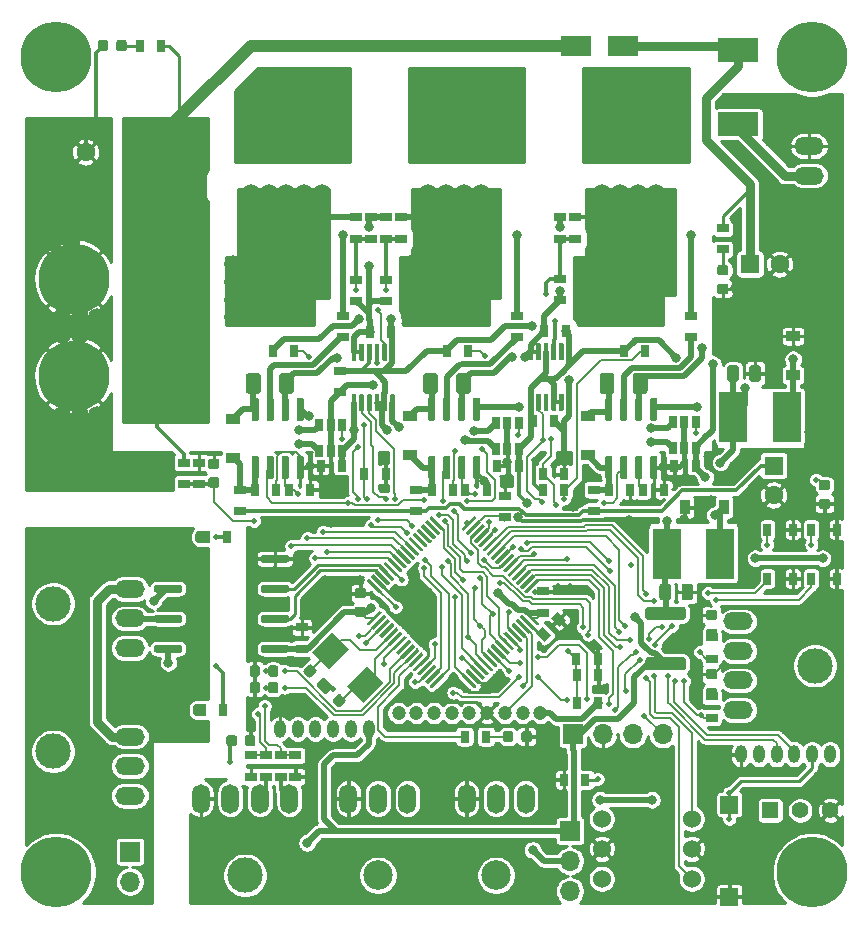
<source format=gbr>
G04 #@! TF.GenerationSoftware,KiCad,Pcbnew,(5.1.5)-3*
G04 #@! TF.CreationDate,2020-03-19T00:28:29+09:00*
G04 #@! TF.ProjectId,CAN_BLDCMD,43414e5f-424c-4444-934d-442e6b696361,rev?*
G04 #@! TF.SameCoordinates,Original*
G04 #@! TF.FileFunction,Copper,L1,Top*
G04 #@! TF.FilePolarity,Positive*
%FSLAX46Y46*%
G04 Gerber Fmt 4.6, Leading zero omitted, Abs format (unit mm)*
G04 Created by KiCad (PCBNEW (5.1.5)-3) date 2020-03-19 00:28:29*
%MOMM*%
%LPD*%
G04 APERTURE LIST*
%ADD10C,3.000000*%
%ADD11O,2.500000X1.500000*%
%ADD12R,0.975000X0.775000*%
%ADD13C,6.000000*%
%ADD14R,2.400000X4.200000*%
%ADD15C,0.100000*%
%ADD16C,1.600000*%
%ADD17R,1.600000X1.600000*%
%ADD18R,0.900000X1.200000*%
%ADD19R,1.200000X0.900000*%
%ADD20R,2.500000X1.800000*%
%ADD21O,1.000000X1.524000*%
%ADD22O,1.500000X2.500000*%
%ADD23C,2.500000*%
%ADD24R,1.700000X1.700000*%
%ADD25O,1.700000X1.700000*%
%ADD26R,1.000000X0.800000*%
%ADD27R,0.800000X1.000000*%
%ADD28R,3.500000X2.000000*%
%ADD29C,1.524000*%
%ADD30C,5.999480*%
%ADD31R,1.397000X1.397000*%
%ADD32C,1.397000*%
%ADD33C,1.200000*%
%ADD34R,0.650000X1.060000*%
%ADD35R,1.500000X1.500000*%
%ADD36R,0.650000X1.050000*%
%ADD37C,0.800000*%
%ADD38C,0.500000*%
%ADD39C,1.500000*%
%ADD40C,0.200000*%
%ADD41C,0.500000*%
%ADD42C,0.300000*%
%ADD43C,0.250000*%
%ADD44C,0.800000*%
%ADD45C,1.000000*%
%ADD46C,0.400000*%
%ADD47C,0.254000*%
G04 APERTURE END LIST*
D10*
X169750000Y-103250000D03*
D11*
X176250000Y-107000000D03*
X176250000Y-104500000D03*
X176250000Y-102000000D03*
X176250000Y-99500000D03*
D12*
X211200000Y-102200000D03*
X211200000Y-104000000D03*
D13*
X178500000Y-84000000D03*
X171500000Y-84000000D03*
D14*
X226200000Y-99000000D03*
X221700000Y-99000000D03*
X227350000Y-87400000D03*
X231850000Y-87400000D03*
G04 #@! TA.AperFunction,SMDPad,CuDef*
D15*
G36*
X189553428Y-106735782D02*
G01*
X189569202Y-106738122D01*
X189584671Y-106741997D01*
X189599686Y-106747370D01*
X189614102Y-106754188D01*
X189627780Y-106762386D01*
X189640589Y-106771886D01*
X189652405Y-106782595D01*
X189663114Y-106794411D01*
X189672614Y-106807220D01*
X189680812Y-106820898D01*
X189687630Y-106835314D01*
X189693003Y-106850329D01*
X189696878Y-106865798D01*
X189699218Y-106881572D01*
X189700000Y-106897500D01*
X189700000Y-107222500D01*
X189699218Y-107238428D01*
X189696878Y-107254202D01*
X189693003Y-107269671D01*
X189687630Y-107284686D01*
X189680812Y-107299102D01*
X189672614Y-107312780D01*
X189663114Y-107325589D01*
X189652405Y-107337405D01*
X189640589Y-107348114D01*
X189627780Y-107357614D01*
X189614102Y-107365812D01*
X189599686Y-107372630D01*
X189584671Y-107378003D01*
X189569202Y-107381878D01*
X189553428Y-107384218D01*
X189537500Y-107385000D01*
X187512500Y-107385000D01*
X187496572Y-107384218D01*
X187480798Y-107381878D01*
X187465329Y-107378003D01*
X187450314Y-107372630D01*
X187435898Y-107365812D01*
X187422220Y-107357614D01*
X187409411Y-107348114D01*
X187397595Y-107337405D01*
X187386886Y-107325589D01*
X187377386Y-107312780D01*
X187369188Y-107299102D01*
X187362370Y-107284686D01*
X187356997Y-107269671D01*
X187353122Y-107254202D01*
X187350782Y-107238428D01*
X187350000Y-107222500D01*
X187350000Y-106897500D01*
X187350782Y-106881572D01*
X187353122Y-106865798D01*
X187356997Y-106850329D01*
X187362370Y-106835314D01*
X187369188Y-106820898D01*
X187377386Y-106807220D01*
X187386886Y-106794411D01*
X187397595Y-106782595D01*
X187409411Y-106771886D01*
X187422220Y-106762386D01*
X187435898Y-106754188D01*
X187450314Y-106747370D01*
X187465329Y-106741997D01*
X187480798Y-106738122D01*
X187496572Y-106735782D01*
X187512500Y-106735000D01*
X189537500Y-106735000D01*
X189553428Y-106735782D01*
G37*
G04 #@! TD.AperFunction*
G04 #@! TA.AperFunction,SMDPad,CuDef*
G36*
X189553428Y-104195782D02*
G01*
X189569202Y-104198122D01*
X189584671Y-104201997D01*
X189599686Y-104207370D01*
X189614102Y-104214188D01*
X189627780Y-104222386D01*
X189640589Y-104231886D01*
X189652405Y-104242595D01*
X189663114Y-104254411D01*
X189672614Y-104267220D01*
X189680812Y-104280898D01*
X189687630Y-104295314D01*
X189693003Y-104310329D01*
X189696878Y-104325798D01*
X189699218Y-104341572D01*
X189700000Y-104357500D01*
X189700000Y-104682500D01*
X189699218Y-104698428D01*
X189696878Y-104714202D01*
X189693003Y-104729671D01*
X189687630Y-104744686D01*
X189680812Y-104759102D01*
X189672614Y-104772780D01*
X189663114Y-104785589D01*
X189652405Y-104797405D01*
X189640589Y-104808114D01*
X189627780Y-104817614D01*
X189614102Y-104825812D01*
X189599686Y-104832630D01*
X189584671Y-104838003D01*
X189569202Y-104841878D01*
X189553428Y-104844218D01*
X189537500Y-104845000D01*
X187512500Y-104845000D01*
X187496572Y-104844218D01*
X187480798Y-104841878D01*
X187465329Y-104838003D01*
X187450314Y-104832630D01*
X187435898Y-104825812D01*
X187422220Y-104817614D01*
X187409411Y-104808114D01*
X187397595Y-104797405D01*
X187386886Y-104785589D01*
X187377386Y-104772780D01*
X187369188Y-104759102D01*
X187362370Y-104744686D01*
X187356997Y-104729671D01*
X187353122Y-104714202D01*
X187350782Y-104698428D01*
X187350000Y-104682500D01*
X187350000Y-104357500D01*
X187350782Y-104341572D01*
X187353122Y-104325798D01*
X187356997Y-104310329D01*
X187362370Y-104295314D01*
X187369188Y-104280898D01*
X187377386Y-104267220D01*
X187386886Y-104254411D01*
X187397595Y-104242595D01*
X187409411Y-104231886D01*
X187422220Y-104222386D01*
X187435898Y-104214188D01*
X187450314Y-104207370D01*
X187465329Y-104201997D01*
X187480798Y-104198122D01*
X187496572Y-104195782D01*
X187512500Y-104195000D01*
X189537500Y-104195000D01*
X189553428Y-104195782D01*
G37*
G04 #@! TD.AperFunction*
G04 #@! TA.AperFunction,SMDPad,CuDef*
G36*
X189553428Y-101655782D02*
G01*
X189569202Y-101658122D01*
X189584671Y-101661997D01*
X189599686Y-101667370D01*
X189614102Y-101674188D01*
X189627780Y-101682386D01*
X189640589Y-101691886D01*
X189652405Y-101702595D01*
X189663114Y-101714411D01*
X189672614Y-101727220D01*
X189680812Y-101740898D01*
X189687630Y-101755314D01*
X189693003Y-101770329D01*
X189696878Y-101785798D01*
X189699218Y-101801572D01*
X189700000Y-101817500D01*
X189700000Y-102142500D01*
X189699218Y-102158428D01*
X189696878Y-102174202D01*
X189693003Y-102189671D01*
X189687630Y-102204686D01*
X189680812Y-102219102D01*
X189672614Y-102232780D01*
X189663114Y-102245589D01*
X189652405Y-102257405D01*
X189640589Y-102268114D01*
X189627780Y-102277614D01*
X189614102Y-102285812D01*
X189599686Y-102292630D01*
X189584671Y-102298003D01*
X189569202Y-102301878D01*
X189553428Y-102304218D01*
X189537500Y-102305000D01*
X187512500Y-102305000D01*
X187496572Y-102304218D01*
X187480798Y-102301878D01*
X187465329Y-102298003D01*
X187450314Y-102292630D01*
X187435898Y-102285812D01*
X187422220Y-102277614D01*
X187409411Y-102268114D01*
X187397595Y-102257405D01*
X187386886Y-102245589D01*
X187377386Y-102232780D01*
X187369188Y-102219102D01*
X187362370Y-102204686D01*
X187356997Y-102189671D01*
X187353122Y-102174202D01*
X187350782Y-102158428D01*
X187350000Y-102142500D01*
X187350000Y-101817500D01*
X187350782Y-101801572D01*
X187353122Y-101785798D01*
X187356997Y-101770329D01*
X187362370Y-101755314D01*
X187369188Y-101740898D01*
X187377386Y-101727220D01*
X187386886Y-101714411D01*
X187397595Y-101702595D01*
X187409411Y-101691886D01*
X187422220Y-101682386D01*
X187435898Y-101674188D01*
X187450314Y-101667370D01*
X187465329Y-101661997D01*
X187480798Y-101658122D01*
X187496572Y-101655782D01*
X187512500Y-101655000D01*
X189537500Y-101655000D01*
X189553428Y-101655782D01*
G37*
G04 #@! TD.AperFunction*
G04 #@! TA.AperFunction,SMDPad,CuDef*
G36*
X189553428Y-99115782D02*
G01*
X189569202Y-99118122D01*
X189584671Y-99121997D01*
X189599686Y-99127370D01*
X189614102Y-99134188D01*
X189627780Y-99142386D01*
X189640589Y-99151886D01*
X189652405Y-99162595D01*
X189663114Y-99174411D01*
X189672614Y-99187220D01*
X189680812Y-99200898D01*
X189687630Y-99215314D01*
X189693003Y-99230329D01*
X189696878Y-99245798D01*
X189699218Y-99261572D01*
X189700000Y-99277500D01*
X189700000Y-99602500D01*
X189699218Y-99618428D01*
X189696878Y-99634202D01*
X189693003Y-99649671D01*
X189687630Y-99664686D01*
X189680812Y-99679102D01*
X189672614Y-99692780D01*
X189663114Y-99705589D01*
X189652405Y-99717405D01*
X189640589Y-99728114D01*
X189627780Y-99737614D01*
X189614102Y-99745812D01*
X189599686Y-99752630D01*
X189584671Y-99758003D01*
X189569202Y-99761878D01*
X189553428Y-99764218D01*
X189537500Y-99765000D01*
X187512500Y-99765000D01*
X187496572Y-99764218D01*
X187480798Y-99761878D01*
X187465329Y-99758003D01*
X187450314Y-99752630D01*
X187435898Y-99745812D01*
X187422220Y-99737614D01*
X187409411Y-99728114D01*
X187397595Y-99717405D01*
X187386886Y-99705589D01*
X187377386Y-99692780D01*
X187369188Y-99679102D01*
X187362370Y-99664686D01*
X187356997Y-99649671D01*
X187353122Y-99634202D01*
X187350782Y-99618428D01*
X187350000Y-99602500D01*
X187350000Y-99277500D01*
X187350782Y-99261572D01*
X187353122Y-99245798D01*
X187356997Y-99230329D01*
X187362370Y-99215314D01*
X187369188Y-99200898D01*
X187377386Y-99187220D01*
X187386886Y-99174411D01*
X187397595Y-99162595D01*
X187409411Y-99151886D01*
X187422220Y-99142386D01*
X187435898Y-99134188D01*
X187450314Y-99127370D01*
X187465329Y-99121997D01*
X187480798Y-99118122D01*
X187496572Y-99115782D01*
X187512500Y-99115000D01*
X189537500Y-99115000D01*
X189553428Y-99115782D01*
G37*
G04 #@! TD.AperFunction*
G04 #@! TA.AperFunction,SMDPad,CuDef*
G36*
X180503428Y-99115782D02*
G01*
X180519202Y-99118122D01*
X180534671Y-99121997D01*
X180549686Y-99127370D01*
X180564102Y-99134188D01*
X180577780Y-99142386D01*
X180590589Y-99151886D01*
X180602405Y-99162595D01*
X180613114Y-99174411D01*
X180622614Y-99187220D01*
X180630812Y-99200898D01*
X180637630Y-99215314D01*
X180643003Y-99230329D01*
X180646878Y-99245798D01*
X180649218Y-99261572D01*
X180650000Y-99277500D01*
X180650000Y-99602500D01*
X180649218Y-99618428D01*
X180646878Y-99634202D01*
X180643003Y-99649671D01*
X180637630Y-99664686D01*
X180630812Y-99679102D01*
X180622614Y-99692780D01*
X180613114Y-99705589D01*
X180602405Y-99717405D01*
X180590589Y-99728114D01*
X180577780Y-99737614D01*
X180564102Y-99745812D01*
X180549686Y-99752630D01*
X180534671Y-99758003D01*
X180519202Y-99761878D01*
X180503428Y-99764218D01*
X180487500Y-99765000D01*
X178462500Y-99765000D01*
X178446572Y-99764218D01*
X178430798Y-99761878D01*
X178415329Y-99758003D01*
X178400314Y-99752630D01*
X178385898Y-99745812D01*
X178372220Y-99737614D01*
X178359411Y-99728114D01*
X178347595Y-99717405D01*
X178336886Y-99705589D01*
X178327386Y-99692780D01*
X178319188Y-99679102D01*
X178312370Y-99664686D01*
X178306997Y-99649671D01*
X178303122Y-99634202D01*
X178300782Y-99618428D01*
X178300000Y-99602500D01*
X178300000Y-99277500D01*
X178300782Y-99261572D01*
X178303122Y-99245798D01*
X178306997Y-99230329D01*
X178312370Y-99215314D01*
X178319188Y-99200898D01*
X178327386Y-99187220D01*
X178336886Y-99174411D01*
X178347595Y-99162595D01*
X178359411Y-99151886D01*
X178372220Y-99142386D01*
X178385898Y-99134188D01*
X178400314Y-99127370D01*
X178415329Y-99121997D01*
X178430798Y-99118122D01*
X178446572Y-99115782D01*
X178462500Y-99115000D01*
X180487500Y-99115000D01*
X180503428Y-99115782D01*
G37*
G04 #@! TD.AperFunction*
G04 #@! TA.AperFunction,SMDPad,CuDef*
G36*
X180503428Y-101655782D02*
G01*
X180519202Y-101658122D01*
X180534671Y-101661997D01*
X180549686Y-101667370D01*
X180564102Y-101674188D01*
X180577780Y-101682386D01*
X180590589Y-101691886D01*
X180602405Y-101702595D01*
X180613114Y-101714411D01*
X180622614Y-101727220D01*
X180630812Y-101740898D01*
X180637630Y-101755314D01*
X180643003Y-101770329D01*
X180646878Y-101785798D01*
X180649218Y-101801572D01*
X180650000Y-101817500D01*
X180650000Y-102142500D01*
X180649218Y-102158428D01*
X180646878Y-102174202D01*
X180643003Y-102189671D01*
X180637630Y-102204686D01*
X180630812Y-102219102D01*
X180622614Y-102232780D01*
X180613114Y-102245589D01*
X180602405Y-102257405D01*
X180590589Y-102268114D01*
X180577780Y-102277614D01*
X180564102Y-102285812D01*
X180549686Y-102292630D01*
X180534671Y-102298003D01*
X180519202Y-102301878D01*
X180503428Y-102304218D01*
X180487500Y-102305000D01*
X178462500Y-102305000D01*
X178446572Y-102304218D01*
X178430798Y-102301878D01*
X178415329Y-102298003D01*
X178400314Y-102292630D01*
X178385898Y-102285812D01*
X178372220Y-102277614D01*
X178359411Y-102268114D01*
X178347595Y-102257405D01*
X178336886Y-102245589D01*
X178327386Y-102232780D01*
X178319188Y-102219102D01*
X178312370Y-102204686D01*
X178306997Y-102189671D01*
X178303122Y-102174202D01*
X178300782Y-102158428D01*
X178300000Y-102142500D01*
X178300000Y-101817500D01*
X178300782Y-101801572D01*
X178303122Y-101785798D01*
X178306997Y-101770329D01*
X178312370Y-101755314D01*
X178319188Y-101740898D01*
X178327386Y-101727220D01*
X178336886Y-101714411D01*
X178347595Y-101702595D01*
X178359411Y-101691886D01*
X178372220Y-101682386D01*
X178385898Y-101674188D01*
X178400314Y-101667370D01*
X178415329Y-101661997D01*
X178430798Y-101658122D01*
X178446572Y-101655782D01*
X178462500Y-101655000D01*
X180487500Y-101655000D01*
X180503428Y-101655782D01*
G37*
G04 #@! TD.AperFunction*
G04 #@! TA.AperFunction,SMDPad,CuDef*
G36*
X180503428Y-104195782D02*
G01*
X180519202Y-104198122D01*
X180534671Y-104201997D01*
X180549686Y-104207370D01*
X180564102Y-104214188D01*
X180577780Y-104222386D01*
X180590589Y-104231886D01*
X180602405Y-104242595D01*
X180613114Y-104254411D01*
X180622614Y-104267220D01*
X180630812Y-104280898D01*
X180637630Y-104295314D01*
X180643003Y-104310329D01*
X180646878Y-104325798D01*
X180649218Y-104341572D01*
X180650000Y-104357500D01*
X180650000Y-104682500D01*
X180649218Y-104698428D01*
X180646878Y-104714202D01*
X180643003Y-104729671D01*
X180637630Y-104744686D01*
X180630812Y-104759102D01*
X180622614Y-104772780D01*
X180613114Y-104785589D01*
X180602405Y-104797405D01*
X180590589Y-104808114D01*
X180577780Y-104817614D01*
X180564102Y-104825812D01*
X180549686Y-104832630D01*
X180534671Y-104838003D01*
X180519202Y-104841878D01*
X180503428Y-104844218D01*
X180487500Y-104845000D01*
X178462500Y-104845000D01*
X178446572Y-104844218D01*
X178430798Y-104841878D01*
X178415329Y-104838003D01*
X178400314Y-104832630D01*
X178385898Y-104825812D01*
X178372220Y-104817614D01*
X178359411Y-104808114D01*
X178347595Y-104797405D01*
X178336886Y-104785589D01*
X178327386Y-104772780D01*
X178319188Y-104759102D01*
X178312370Y-104744686D01*
X178306997Y-104729671D01*
X178303122Y-104714202D01*
X178300782Y-104698428D01*
X178300000Y-104682500D01*
X178300000Y-104357500D01*
X178300782Y-104341572D01*
X178303122Y-104325798D01*
X178306997Y-104310329D01*
X178312370Y-104295314D01*
X178319188Y-104280898D01*
X178327386Y-104267220D01*
X178336886Y-104254411D01*
X178347595Y-104242595D01*
X178359411Y-104231886D01*
X178372220Y-104222386D01*
X178385898Y-104214188D01*
X178400314Y-104207370D01*
X178415329Y-104201997D01*
X178430798Y-104198122D01*
X178446572Y-104195782D01*
X178462500Y-104195000D01*
X180487500Y-104195000D01*
X180503428Y-104195782D01*
G37*
G04 #@! TD.AperFunction*
G04 #@! TA.AperFunction,SMDPad,CuDef*
G36*
X180503428Y-106735782D02*
G01*
X180519202Y-106738122D01*
X180534671Y-106741997D01*
X180549686Y-106747370D01*
X180564102Y-106754188D01*
X180577780Y-106762386D01*
X180590589Y-106771886D01*
X180602405Y-106782595D01*
X180613114Y-106794411D01*
X180622614Y-106807220D01*
X180630812Y-106820898D01*
X180637630Y-106835314D01*
X180643003Y-106850329D01*
X180646878Y-106865798D01*
X180649218Y-106881572D01*
X180650000Y-106897500D01*
X180650000Y-107222500D01*
X180649218Y-107238428D01*
X180646878Y-107254202D01*
X180643003Y-107269671D01*
X180637630Y-107284686D01*
X180630812Y-107299102D01*
X180622614Y-107312780D01*
X180613114Y-107325589D01*
X180602405Y-107337405D01*
X180590589Y-107348114D01*
X180577780Y-107357614D01*
X180564102Y-107365812D01*
X180549686Y-107372630D01*
X180534671Y-107378003D01*
X180519202Y-107381878D01*
X180503428Y-107384218D01*
X180487500Y-107385000D01*
X178462500Y-107385000D01*
X178446572Y-107384218D01*
X178430798Y-107381878D01*
X178415329Y-107378003D01*
X178400314Y-107372630D01*
X178385898Y-107365812D01*
X178372220Y-107357614D01*
X178359411Y-107348114D01*
X178347595Y-107337405D01*
X178336886Y-107325589D01*
X178327386Y-107312780D01*
X178319188Y-107299102D01*
X178312370Y-107284686D01*
X178306997Y-107269671D01*
X178303122Y-107254202D01*
X178300782Y-107238428D01*
X178300000Y-107222500D01*
X178300000Y-106897500D01*
X178300782Y-106881572D01*
X178303122Y-106865798D01*
X178306997Y-106850329D01*
X178312370Y-106835314D01*
X178319188Y-106820898D01*
X178327386Y-106807220D01*
X178336886Y-106794411D01*
X178347595Y-106782595D01*
X178359411Y-106771886D01*
X178372220Y-106762386D01*
X178385898Y-106754188D01*
X178400314Y-106747370D01*
X178415329Y-106741997D01*
X178430798Y-106738122D01*
X178446572Y-106735782D01*
X178462500Y-106735000D01*
X180487500Y-106735000D01*
X180503428Y-106735782D01*
G37*
G04 #@! TD.AperFunction*
G04 #@! TA.AperFunction,SMDPad,CuDef*
G36*
X192654805Y-109503274D02*
G01*
X192676040Y-109506424D01*
X192696864Y-109511640D01*
X192717076Y-109518872D01*
X192736482Y-109528051D01*
X192754895Y-109539087D01*
X192772138Y-109551875D01*
X192788044Y-109566291D01*
X193097403Y-109875650D01*
X193111819Y-109891556D01*
X193124607Y-109908799D01*
X193135643Y-109927212D01*
X193144822Y-109946618D01*
X193152054Y-109966830D01*
X193157270Y-109987654D01*
X193160420Y-110008889D01*
X193161473Y-110030330D01*
X193160420Y-110051771D01*
X193157270Y-110073006D01*
X193152054Y-110093830D01*
X193144822Y-110114042D01*
X193135643Y-110133448D01*
X193124607Y-110151861D01*
X193111819Y-110169104D01*
X193097403Y-110185010D01*
X192735010Y-110547403D01*
X192719104Y-110561819D01*
X192701861Y-110574607D01*
X192683448Y-110585643D01*
X192664042Y-110594822D01*
X192643830Y-110602054D01*
X192623006Y-110607270D01*
X192601771Y-110610420D01*
X192580330Y-110611473D01*
X192558889Y-110610420D01*
X192537654Y-110607270D01*
X192516830Y-110602054D01*
X192496618Y-110594822D01*
X192477212Y-110585643D01*
X192458799Y-110574607D01*
X192441556Y-110561819D01*
X192425650Y-110547403D01*
X192116291Y-110238044D01*
X192101875Y-110222138D01*
X192089087Y-110204895D01*
X192078051Y-110186482D01*
X192068872Y-110167076D01*
X192061640Y-110146864D01*
X192056424Y-110126040D01*
X192053274Y-110104805D01*
X192052221Y-110083364D01*
X192053274Y-110061923D01*
X192056424Y-110040688D01*
X192061640Y-110019864D01*
X192068872Y-109999652D01*
X192078051Y-109980246D01*
X192089087Y-109961833D01*
X192101875Y-109944590D01*
X192116291Y-109928684D01*
X192478684Y-109566291D01*
X192494590Y-109551875D01*
X192511833Y-109539087D01*
X192530246Y-109528051D01*
X192549652Y-109518872D01*
X192569864Y-109511640D01*
X192590688Y-109506424D01*
X192611923Y-109503274D01*
X192633364Y-109502221D01*
X192654805Y-109503274D01*
G37*
G04 #@! TD.AperFunction*
G04 #@! TA.AperFunction,SMDPad,CuDef*
G36*
X191541111Y-108389580D02*
G01*
X191562346Y-108392730D01*
X191583170Y-108397946D01*
X191603382Y-108405178D01*
X191622788Y-108414357D01*
X191641201Y-108425393D01*
X191658444Y-108438181D01*
X191674350Y-108452597D01*
X191983709Y-108761956D01*
X191998125Y-108777862D01*
X192010913Y-108795105D01*
X192021949Y-108813518D01*
X192031128Y-108832924D01*
X192038360Y-108853136D01*
X192043576Y-108873960D01*
X192046726Y-108895195D01*
X192047779Y-108916636D01*
X192046726Y-108938077D01*
X192043576Y-108959312D01*
X192038360Y-108980136D01*
X192031128Y-109000348D01*
X192021949Y-109019754D01*
X192010913Y-109038167D01*
X191998125Y-109055410D01*
X191983709Y-109071316D01*
X191621316Y-109433709D01*
X191605410Y-109448125D01*
X191588167Y-109460913D01*
X191569754Y-109471949D01*
X191550348Y-109481128D01*
X191530136Y-109488360D01*
X191509312Y-109493576D01*
X191488077Y-109496726D01*
X191466636Y-109497779D01*
X191445195Y-109496726D01*
X191423960Y-109493576D01*
X191403136Y-109488360D01*
X191382924Y-109481128D01*
X191363518Y-109471949D01*
X191345105Y-109460913D01*
X191327862Y-109448125D01*
X191311956Y-109433709D01*
X191002597Y-109124350D01*
X190988181Y-109108444D01*
X190975393Y-109091201D01*
X190964357Y-109072788D01*
X190955178Y-109053382D01*
X190947946Y-109033170D01*
X190942730Y-109012346D01*
X190939580Y-108991111D01*
X190938527Y-108969670D01*
X190939580Y-108948229D01*
X190942730Y-108926994D01*
X190947946Y-108906170D01*
X190955178Y-108885958D01*
X190964357Y-108866552D01*
X190975393Y-108848139D01*
X190988181Y-108830896D01*
X191002597Y-108814990D01*
X191364990Y-108452597D01*
X191380896Y-108438181D01*
X191398139Y-108425393D01*
X191416552Y-108414357D01*
X191435958Y-108405178D01*
X191456170Y-108397946D01*
X191476994Y-108392730D01*
X191498229Y-108389580D01*
X191519670Y-108388527D01*
X191541111Y-108389580D01*
G37*
G04 #@! TD.AperFunction*
G04 #@! TA.AperFunction,SMDPad,CuDef*
G36*
X194004805Y-110903274D02*
G01*
X194026040Y-110906424D01*
X194046864Y-110911640D01*
X194067076Y-110918872D01*
X194086482Y-110928051D01*
X194104895Y-110939087D01*
X194122138Y-110951875D01*
X194138044Y-110966291D01*
X194447403Y-111275650D01*
X194461819Y-111291556D01*
X194474607Y-111308799D01*
X194485643Y-111327212D01*
X194494822Y-111346618D01*
X194502054Y-111366830D01*
X194507270Y-111387654D01*
X194510420Y-111408889D01*
X194511473Y-111430330D01*
X194510420Y-111451771D01*
X194507270Y-111473006D01*
X194502054Y-111493830D01*
X194494822Y-111514042D01*
X194485643Y-111533448D01*
X194474607Y-111551861D01*
X194461819Y-111569104D01*
X194447403Y-111585010D01*
X194085010Y-111947403D01*
X194069104Y-111961819D01*
X194051861Y-111974607D01*
X194033448Y-111985643D01*
X194014042Y-111994822D01*
X193993830Y-112002054D01*
X193973006Y-112007270D01*
X193951771Y-112010420D01*
X193930330Y-112011473D01*
X193908889Y-112010420D01*
X193887654Y-112007270D01*
X193866830Y-112002054D01*
X193846618Y-111994822D01*
X193827212Y-111985643D01*
X193808799Y-111974607D01*
X193791556Y-111961819D01*
X193775650Y-111947403D01*
X193466291Y-111638044D01*
X193451875Y-111622138D01*
X193439087Y-111604895D01*
X193428051Y-111586482D01*
X193418872Y-111567076D01*
X193411640Y-111546864D01*
X193406424Y-111526040D01*
X193403274Y-111504805D01*
X193402221Y-111483364D01*
X193403274Y-111461923D01*
X193406424Y-111440688D01*
X193411640Y-111419864D01*
X193418872Y-111399652D01*
X193428051Y-111380246D01*
X193439087Y-111361833D01*
X193451875Y-111344590D01*
X193466291Y-111328684D01*
X193828684Y-110966291D01*
X193844590Y-110951875D01*
X193861833Y-110939087D01*
X193880246Y-110928051D01*
X193899652Y-110918872D01*
X193919864Y-110911640D01*
X193940688Y-110906424D01*
X193961923Y-110903274D01*
X193983364Y-110902221D01*
X194004805Y-110903274D01*
G37*
G04 #@! TD.AperFunction*
G04 #@! TA.AperFunction,SMDPad,CuDef*
G36*
X192891111Y-109789580D02*
G01*
X192912346Y-109792730D01*
X192933170Y-109797946D01*
X192953382Y-109805178D01*
X192972788Y-109814357D01*
X192991201Y-109825393D01*
X193008444Y-109838181D01*
X193024350Y-109852597D01*
X193333709Y-110161956D01*
X193348125Y-110177862D01*
X193360913Y-110195105D01*
X193371949Y-110213518D01*
X193381128Y-110232924D01*
X193388360Y-110253136D01*
X193393576Y-110273960D01*
X193396726Y-110295195D01*
X193397779Y-110316636D01*
X193396726Y-110338077D01*
X193393576Y-110359312D01*
X193388360Y-110380136D01*
X193381128Y-110400348D01*
X193371949Y-110419754D01*
X193360913Y-110438167D01*
X193348125Y-110455410D01*
X193333709Y-110471316D01*
X192971316Y-110833709D01*
X192955410Y-110848125D01*
X192938167Y-110860913D01*
X192919754Y-110871949D01*
X192900348Y-110881128D01*
X192880136Y-110888360D01*
X192859312Y-110893576D01*
X192838077Y-110896726D01*
X192816636Y-110897779D01*
X192795195Y-110896726D01*
X192773960Y-110893576D01*
X192753136Y-110888360D01*
X192732924Y-110881128D01*
X192713518Y-110871949D01*
X192695105Y-110860913D01*
X192677862Y-110848125D01*
X192661956Y-110833709D01*
X192352597Y-110524350D01*
X192338181Y-110508444D01*
X192325393Y-110491201D01*
X192314357Y-110472788D01*
X192305178Y-110453382D01*
X192297946Y-110433170D01*
X192292730Y-110412346D01*
X192289580Y-110391111D01*
X192288527Y-110369670D01*
X192289580Y-110348229D01*
X192292730Y-110326994D01*
X192297946Y-110306170D01*
X192305178Y-110285958D01*
X192314357Y-110266552D01*
X192325393Y-110248139D01*
X192338181Y-110230896D01*
X192352597Y-110214990D01*
X192714990Y-109852597D01*
X192730896Y-109838181D01*
X192748139Y-109825393D01*
X192766552Y-109814357D01*
X192785958Y-109805178D01*
X192806170Y-109797946D01*
X192826994Y-109792730D01*
X192848229Y-109789580D01*
X192869670Y-109788527D01*
X192891111Y-109789580D01*
G37*
G04 #@! TD.AperFunction*
G04 #@! TA.AperFunction,SMDPad,CuDef*
G36*
X196027691Y-101926053D02*
G01*
X196048926Y-101929203D01*
X196069750Y-101934419D01*
X196089962Y-101941651D01*
X196109368Y-101950830D01*
X196127781Y-101961866D01*
X196145024Y-101974654D01*
X196160930Y-101989070D01*
X196175346Y-102004976D01*
X196188134Y-102022219D01*
X196199170Y-102040632D01*
X196208349Y-102060038D01*
X196215581Y-102080250D01*
X196220797Y-102101074D01*
X196223947Y-102122309D01*
X196225000Y-102143750D01*
X196225000Y-102581250D01*
X196223947Y-102602691D01*
X196220797Y-102623926D01*
X196215581Y-102644750D01*
X196208349Y-102664962D01*
X196199170Y-102684368D01*
X196188134Y-102702781D01*
X196175346Y-102720024D01*
X196160930Y-102735930D01*
X196145024Y-102750346D01*
X196127781Y-102763134D01*
X196109368Y-102774170D01*
X196089962Y-102783349D01*
X196069750Y-102790581D01*
X196048926Y-102795797D01*
X196027691Y-102798947D01*
X196006250Y-102800000D01*
X195493750Y-102800000D01*
X195472309Y-102798947D01*
X195451074Y-102795797D01*
X195430250Y-102790581D01*
X195410038Y-102783349D01*
X195390632Y-102774170D01*
X195372219Y-102763134D01*
X195354976Y-102750346D01*
X195339070Y-102735930D01*
X195324654Y-102720024D01*
X195311866Y-102702781D01*
X195300830Y-102684368D01*
X195291651Y-102664962D01*
X195284419Y-102644750D01*
X195279203Y-102623926D01*
X195276053Y-102602691D01*
X195275000Y-102581250D01*
X195275000Y-102143750D01*
X195276053Y-102122309D01*
X195279203Y-102101074D01*
X195284419Y-102080250D01*
X195291651Y-102060038D01*
X195300830Y-102040632D01*
X195311866Y-102022219D01*
X195324654Y-102004976D01*
X195339070Y-101989070D01*
X195354976Y-101974654D01*
X195372219Y-101961866D01*
X195390632Y-101950830D01*
X195410038Y-101941651D01*
X195430250Y-101934419D01*
X195451074Y-101929203D01*
X195472309Y-101926053D01*
X195493750Y-101925000D01*
X196006250Y-101925000D01*
X196027691Y-101926053D01*
G37*
G04 #@! TD.AperFunction*
G04 #@! TA.AperFunction,SMDPad,CuDef*
G36*
X196027691Y-103501053D02*
G01*
X196048926Y-103504203D01*
X196069750Y-103509419D01*
X196089962Y-103516651D01*
X196109368Y-103525830D01*
X196127781Y-103536866D01*
X196145024Y-103549654D01*
X196160930Y-103564070D01*
X196175346Y-103579976D01*
X196188134Y-103597219D01*
X196199170Y-103615632D01*
X196208349Y-103635038D01*
X196215581Y-103655250D01*
X196220797Y-103676074D01*
X196223947Y-103697309D01*
X196225000Y-103718750D01*
X196225000Y-104156250D01*
X196223947Y-104177691D01*
X196220797Y-104198926D01*
X196215581Y-104219750D01*
X196208349Y-104239962D01*
X196199170Y-104259368D01*
X196188134Y-104277781D01*
X196175346Y-104295024D01*
X196160930Y-104310930D01*
X196145024Y-104325346D01*
X196127781Y-104338134D01*
X196109368Y-104349170D01*
X196089962Y-104358349D01*
X196069750Y-104365581D01*
X196048926Y-104370797D01*
X196027691Y-104373947D01*
X196006250Y-104375000D01*
X195493750Y-104375000D01*
X195472309Y-104373947D01*
X195451074Y-104370797D01*
X195430250Y-104365581D01*
X195410038Y-104358349D01*
X195390632Y-104349170D01*
X195372219Y-104338134D01*
X195354976Y-104325346D01*
X195339070Y-104310930D01*
X195324654Y-104295024D01*
X195311866Y-104277781D01*
X195300830Y-104259368D01*
X195291651Y-104239962D01*
X195284419Y-104219750D01*
X195279203Y-104198926D01*
X195276053Y-104177691D01*
X195275000Y-104156250D01*
X195275000Y-103718750D01*
X195276053Y-103697309D01*
X195279203Y-103676074D01*
X195284419Y-103655250D01*
X195291651Y-103635038D01*
X195300830Y-103615632D01*
X195311866Y-103597219D01*
X195324654Y-103579976D01*
X195339070Y-103564070D01*
X195354976Y-103549654D01*
X195372219Y-103536866D01*
X195390632Y-103525830D01*
X195410038Y-103516651D01*
X195430250Y-103509419D01*
X195451074Y-103504203D01*
X195472309Y-103501053D01*
X195493750Y-103500000D01*
X196006250Y-103500000D01*
X196027691Y-103501053D01*
G37*
G04 #@! TD.AperFunction*
G04 #@! TA.AperFunction,SMDPad,CuDef*
G36*
X223705142Y-101551174D02*
G01*
X223728803Y-101554684D01*
X223752007Y-101560496D01*
X223774529Y-101568554D01*
X223796153Y-101578782D01*
X223816670Y-101591079D01*
X223835883Y-101605329D01*
X223853607Y-101621393D01*
X223869671Y-101639117D01*
X223883921Y-101658330D01*
X223896218Y-101678847D01*
X223906446Y-101700471D01*
X223914504Y-101722993D01*
X223920316Y-101746197D01*
X223923826Y-101769858D01*
X223925000Y-101793750D01*
X223925000Y-102706250D01*
X223923826Y-102730142D01*
X223920316Y-102753803D01*
X223914504Y-102777007D01*
X223906446Y-102799529D01*
X223896218Y-102821153D01*
X223883921Y-102841670D01*
X223869671Y-102860883D01*
X223853607Y-102878607D01*
X223835883Y-102894671D01*
X223816670Y-102908921D01*
X223796153Y-102921218D01*
X223774529Y-102931446D01*
X223752007Y-102939504D01*
X223728803Y-102945316D01*
X223705142Y-102948826D01*
X223681250Y-102950000D01*
X223193750Y-102950000D01*
X223169858Y-102948826D01*
X223146197Y-102945316D01*
X223122993Y-102939504D01*
X223100471Y-102931446D01*
X223078847Y-102921218D01*
X223058330Y-102908921D01*
X223039117Y-102894671D01*
X223021393Y-102878607D01*
X223005329Y-102860883D01*
X222991079Y-102841670D01*
X222978782Y-102821153D01*
X222968554Y-102799529D01*
X222960496Y-102777007D01*
X222954684Y-102753803D01*
X222951174Y-102730142D01*
X222950000Y-102706250D01*
X222950000Y-101793750D01*
X222951174Y-101769858D01*
X222954684Y-101746197D01*
X222960496Y-101722993D01*
X222968554Y-101700471D01*
X222978782Y-101678847D01*
X222991079Y-101658330D01*
X223005329Y-101639117D01*
X223021393Y-101621393D01*
X223039117Y-101605329D01*
X223058330Y-101591079D01*
X223078847Y-101578782D01*
X223100471Y-101568554D01*
X223122993Y-101560496D01*
X223146197Y-101554684D01*
X223169858Y-101551174D01*
X223193750Y-101550000D01*
X223681250Y-101550000D01*
X223705142Y-101551174D01*
G37*
G04 #@! TD.AperFunction*
G04 #@! TA.AperFunction,SMDPad,CuDef*
G36*
X221830142Y-101551174D02*
G01*
X221853803Y-101554684D01*
X221877007Y-101560496D01*
X221899529Y-101568554D01*
X221921153Y-101578782D01*
X221941670Y-101591079D01*
X221960883Y-101605329D01*
X221978607Y-101621393D01*
X221994671Y-101639117D01*
X222008921Y-101658330D01*
X222021218Y-101678847D01*
X222031446Y-101700471D01*
X222039504Y-101722993D01*
X222045316Y-101746197D01*
X222048826Y-101769858D01*
X222050000Y-101793750D01*
X222050000Y-102706250D01*
X222048826Y-102730142D01*
X222045316Y-102753803D01*
X222039504Y-102777007D01*
X222031446Y-102799529D01*
X222021218Y-102821153D01*
X222008921Y-102841670D01*
X221994671Y-102860883D01*
X221978607Y-102878607D01*
X221960883Y-102894671D01*
X221941670Y-102908921D01*
X221921153Y-102921218D01*
X221899529Y-102931446D01*
X221877007Y-102939504D01*
X221853803Y-102945316D01*
X221830142Y-102948826D01*
X221806250Y-102950000D01*
X221318750Y-102950000D01*
X221294858Y-102948826D01*
X221271197Y-102945316D01*
X221247993Y-102939504D01*
X221225471Y-102931446D01*
X221203847Y-102921218D01*
X221183330Y-102908921D01*
X221164117Y-102894671D01*
X221146393Y-102878607D01*
X221130329Y-102860883D01*
X221116079Y-102841670D01*
X221103782Y-102821153D01*
X221093554Y-102799529D01*
X221085496Y-102777007D01*
X221079684Y-102753803D01*
X221076174Y-102730142D01*
X221075000Y-102706250D01*
X221075000Y-101793750D01*
X221076174Y-101769858D01*
X221079684Y-101746197D01*
X221085496Y-101722993D01*
X221093554Y-101700471D01*
X221103782Y-101678847D01*
X221116079Y-101658330D01*
X221130329Y-101639117D01*
X221146393Y-101621393D01*
X221164117Y-101605329D01*
X221183330Y-101591079D01*
X221203847Y-101578782D01*
X221225471Y-101568554D01*
X221247993Y-101560496D01*
X221271197Y-101554684D01*
X221294858Y-101551174D01*
X221318750Y-101550000D01*
X221806250Y-101550000D01*
X221830142Y-101551174D01*
G37*
G04 #@! TD.AperFunction*
D16*
X177500000Y-65000000D03*
X172500000Y-65000000D03*
D17*
X228750000Y-74500000D03*
D16*
X231250000Y-74500000D03*
G04 #@! TA.AperFunction,SMDPad,CuDef*
D15*
G36*
X227580142Y-83051174D02*
G01*
X227603803Y-83054684D01*
X227627007Y-83060496D01*
X227649529Y-83068554D01*
X227671153Y-83078782D01*
X227691670Y-83091079D01*
X227710883Y-83105329D01*
X227728607Y-83121393D01*
X227744671Y-83139117D01*
X227758921Y-83158330D01*
X227771218Y-83178847D01*
X227781446Y-83200471D01*
X227789504Y-83222993D01*
X227795316Y-83246197D01*
X227798826Y-83269858D01*
X227800000Y-83293750D01*
X227800000Y-84206250D01*
X227798826Y-84230142D01*
X227795316Y-84253803D01*
X227789504Y-84277007D01*
X227781446Y-84299529D01*
X227771218Y-84321153D01*
X227758921Y-84341670D01*
X227744671Y-84360883D01*
X227728607Y-84378607D01*
X227710883Y-84394671D01*
X227691670Y-84408921D01*
X227671153Y-84421218D01*
X227649529Y-84431446D01*
X227627007Y-84439504D01*
X227603803Y-84445316D01*
X227580142Y-84448826D01*
X227556250Y-84450000D01*
X227068750Y-84450000D01*
X227044858Y-84448826D01*
X227021197Y-84445316D01*
X226997993Y-84439504D01*
X226975471Y-84431446D01*
X226953847Y-84421218D01*
X226933330Y-84408921D01*
X226914117Y-84394671D01*
X226896393Y-84378607D01*
X226880329Y-84360883D01*
X226866079Y-84341670D01*
X226853782Y-84321153D01*
X226843554Y-84299529D01*
X226835496Y-84277007D01*
X226829684Y-84253803D01*
X226826174Y-84230142D01*
X226825000Y-84206250D01*
X226825000Y-83293750D01*
X226826174Y-83269858D01*
X226829684Y-83246197D01*
X226835496Y-83222993D01*
X226843554Y-83200471D01*
X226853782Y-83178847D01*
X226866079Y-83158330D01*
X226880329Y-83139117D01*
X226896393Y-83121393D01*
X226914117Y-83105329D01*
X226933330Y-83091079D01*
X226953847Y-83078782D01*
X226975471Y-83068554D01*
X226997993Y-83060496D01*
X227021197Y-83054684D01*
X227044858Y-83051174D01*
X227068750Y-83050000D01*
X227556250Y-83050000D01*
X227580142Y-83051174D01*
G37*
G04 #@! TD.AperFunction*
G04 #@! TA.AperFunction,SMDPad,CuDef*
G36*
X229455142Y-83051174D02*
G01*
X229478803Y-83054684D01*
X229502007Y-83060496D01*
X229524529Y-83068554D01*
X229546153Y-83078782D01*
X229566670Y-83091079D01*
X229585883Y-83105329D01*
X229603607Y-83121393D01*
X229619671Y-83139117D01*
X229633921Y-83158330D01*
X229646218Y-83178847D01*
X229656446Y-83200471D01*
X229664504Y-83222993D01*
X229670316Y-83246197D01*
X229673826Y-83269858D01*
X229675000Y-83293750D01*
X229675000Y-84206250D01*
X229673826Y-84230142D01*
X229670316Y-84253803D01*
X229664504Y-84277007D01*
X229656446Y-84299529D01*
X229646218Y-84321153D01*
X229633921Y-84341670D01*
X229619671Y-84360883D01*
X229603607Y-84378607D01*
X229585883Y-84394671D01*
X229566670Y-84408921D01*
X229546153Y-84421218D01*
X229524529Y-84431446D01*
X229502007Y-84439504D01*
X229478803Y-84445316D01*
X229455142Y-84448826D01*
X229431250Y-84450000D01*
X228943750Y-84450000D01*
X228919858Y-84448826D01*
X228896197Y-84445316D01*
X228872993Y-84439504D01*
X228850471Y-84431446D01*
X228828847Y-84421218D01*
X228808330Y-84408921D01*
X228789117Y-84394671D01*
X228771393Y-84378607D01*
X228755329Y-84360883D01*
X228741079Y-84341670D01*
X228728782Y-84321153D01*
X228718554Y-84299529D01*
X228710496Y-84277007D01*
X228704684Y-84253803D01*
X228701174Y-84230142D01*
X228700000Y-84206250D01*
X228700000Y-83293750D01*
X228701174Y-83269858D01*
X228704684Y-83246197D01*
X228710496Y-83222993D01*
X228718554Y-83200471D01*
X228728782Y-83178847D01*
X228741079Y-83158330D01*
X228755329Y-83139117D01*
X228771393Y-83121393D01*
X228789117Y-83105329D01*
X228808330Y-83091079D01*
X228828847Y-83078782D01*
X228850471Y-83068554D01*
X228872993Y-83060496D01*
X228896197Y-83054684D01*
X228919858Y-83051174D01*
X228943750Y-83050000D01*
X229431250Y-83050000D01*
X229455142Y-83051174D01*
G37*
G04 #@! TD.AperFunction*
D16*
X230750000Y-94050000D03*
D17*
X230750000Y-91550000D03*
D18*
X226550000Y-95100000D03*
X223250000Y-95100000D03*
G04 #@! TA.AperFunction,SMDPad,CuDef*
D15*
G36*
X188627691Y-108476053D02*
G01*
X188648926Y-108479203D01*
X188669750Y-108484419D01*
X188689962Y-108491651D01*
X188709368Y-108500830D01*
X188727781Y-108511866D01*
X188745024Y-108524654D01*
X188760930Y-108539070D01*
X188775346Y-108554976D01*
X188788134Y-108572219D01*
X188799170Y-108590632D01*
X188808349Y-108610038D01*
X188815581Y-108630250D01*
X188820797Y-108651074D01*
X188823947Y-108672309D01*
X188825000Y-108693750D01*
X188825000Y-109206250D01*
X188823947Y-109227691D01*
X188820797Y-109248926D01*
X188815581Y-109269750D01*
X188808349Y-109289962D01*
X188799170Y-109309368D01*
X188788134Y-109327781D01*
X188775346Y-109345024D01*
X188760930Y-109360930D01*
X188745024Y-109375346D01*
X188727781Y-109388134D01*
X188709368Y-109399170D01*
X188689962Y-109408349D01*
X188669750Y-109415581D01*
X188648926Y-109420797D01*
X188627691Y-109423947D01*
X188606250Y-109425000D01*
X188168750Y-109425000D01*
X188147309Y-109423947D01*
X188126074Y-109420797D01*
X188105250Y-109415581D01*
X188085038Y-109408349D01*
X188065632Y-109399170D01*
X188047219Y-109388134D01*
X188029976Y-109375346D01*
X188014070Y-109360930D01*
X187999654Y-109345024D01*
X187986866Y-109327781D01*
X187975830Y-109309368D01*
X187966651Y-109289962D01*
X187959419Y-109269750D01*
X187954203Y-109248926D01*
X187951053Y-109227691D01*
X187950000Y-109206250D01*
X187950000Y-108693750D01*
X187951053Y-108672309D01*
X187954203Y-108651074D01*
X187959419Y-108630250D01*
X187966651Y-108610038D01*
X187975830Y-108590632D01*
X187986866Y-108572219D01*
X187999654Y-108554976D01*
X188014070Y-108539070D01*
X188029976Y-108524654D01*
X188047219Y-108511866D01*
X188065632Y-108500830D01*
X188085038Y-108491651D01*
X188105250Y-108484419D01*
X188126074Y-108479203D01*
X188147309Y-108476053D01*
X188168750Y-108475000D01*
X188606250Y-108475000D01*
X188627691Y-108476053D01*
G37*
G04 #@! TD.AperFunction*
G04 #@! TA.AperFunction,SMDPad,CuDef*
G36*
X187052691Y-108476053D02*
G01*
X187073926Y-108479203D01*
X187094750Y-108484419D01*
X187114962Y-108491651D01*
X187134368Y-108500830D01*
X187152781Y-108511866D01*
X187170024Y-108524654D01*
X187185930Y-108539070D01*
X187200346Y-108554976D01*
X187213134Y-108572219D01*
X187224170Y-108590632D01*
X187233349Y-108610038D01*
X187240581Y-108630250D01*
X187245797Y-108651074D01*
X187248947Y-108672309D01*
X187250000Y-108693750D01*
X187250000Y-109206250D01*
X187248947Y-109227691D01*
X187245797Y-109248926D01*
X187240581Y-109269750D01*
X187233349Y-109289962D01*
X187224170Y-109309368D01*
X187213134Y-109327781D01*
X187200346Y-109345024D01*
X187185930Y-109360930D01*
X187170024Y-109375346D01*
X187152781Y-109388134D01*
X187134368Y-109399170D01*
X187114962Y-109408349D01*
X187094750Y-109415581D01*
X187073926Y-109420797D01*
X187052691Y-109423947D01*
X187031250Y-109425000D01*
X186593750Y-109425000D01*
X186572309Y-109423947D01*
X186551074Y-109420797D01*
X186530250Y-109415581D01*
X186510038Y-109408349D01*
X186490632Y-109399170D01*
X186472219Y-109388134D01*
X186454976Y-109375346D01*
X186439070Y-109360930D01*
X186424654Y-109345024D01*
X186411866Y-109327781D01*
X186400830Y-109309368D01*
X186391651Y-109289962D01*
X186384419Y-109269750D01*
X186379203Y-109248926D01*
X186376053Y-109227691D01*
X186375000Y-109206250D01*
X186375000Y-108693750D01*
X186376053Y-108672309D01*
X186379203Y-108651074D01*
X186384419Y-108630250D01*
X186391651Y-108610038D01*
X186400830Y-108590632D01*
X186411866Y-108572219D01*
X186424654Y-108554976D01*
X186439070Y-108539070D01*
X186454976Y-108524654D01*
X186472219Y-108511866D01*
X186490632Y-108500830D01*
X186510038Y-108491651D01*
X186530250Y-108484419D01*
X186551074Y-108479203D01*
X186572309Y-108476053D01*
X186593750Y-108475000D01*
X187031250Y-108475000D01*
X187052691Y-108476053D01*
G37*
G04 #@! TD.AperFunction*
G04 #@! TA.AperFunction,SMDPad,CuDef*
G36*
X187052691Y-109876053D02*
G01*
X187073926Y-109879203D01*
X187094750Y-109884419D01*
X187114962Y-109891651D01*
X187134368Y-109900830D01*
X187152781Y-109911866D01*
X187170024Y-109924654D01*
X187185930Y-109939070D01*
X187200346Y-109954976D01*
X187213134Y-109972219D01*
X187224170Y-109990632D01*
X187233349Y-110010038D01*
X187240581Y-110030250D01*
X187245797Y-110051074D01*
X187248947Y-110072309D01*
X187250000Y-110093750D01*
X187250000Y-110606250D01*
X187248947Y-110627691D01*
X187245797Y-110648926D01*
X187240581Y-110669750D01*
X187233349Y-110689962D01*
X187224170Y-110709368D01*
X187213134Y-110727781D01*
X187200346Y-110745024D01*
X187185930Y-110760930D01*
X187170024Y-110775346D01*
X187152781Y-110788134D01*
X187134368Y-110799170D01*
X187114962Y-110808349D01*
X187094750Y-110815581D01*
X187073926Y-110820797D01*
X187052691Y-110823947D01*
X187031250Y-110825000D01*
X186593750Y-110825000D01*
X186572309Y-110823947D01*
X186551074Y-110820797D01*
X186530250Y-110815581D01*
X186510038Y-110808349D01*
X186490632Y-110799170D01*
X186472219Y-110788134D01*
X186454976Y-110775346D01*
X186439070Y-110760930D01*
X186424654Y-110745024D01*
X186411866Y-110727781D01*
X186400830Y-110709368D01*
X186391651Y-110689962D01*
X186384419Y-110669750D01*
X186379203Y-110648926D01*
X186376053Y-110627691D01*
X186375000Y-110606250D01*
X186375000Y-110093750D01*
X186376053Y-110072309D01*
X186379203Y-110051074D01*
X186384419Y-110030250D01*
X186391651Y-110010038D01*
X186400830Y-109990632D01*
X186411866Y-109972219D01*
X186424654Y-109954976D01*
X186439070Y-109939070D01*
X186454976Y-109924654D01*
X186472219Y-109911866D01*
X186490632Y-109900830D01*
X186510038Y-109891651D01*
X186530250Y-109884419D01*
X186551074Y-109879203D01*
X186572309Y-109876053D01*
X186593750Y-109875000D01*
X187031250Y-109875000D01*
X187052691Y-109876053D01*
G37*
G04 #@! TD.AperFunction*
G04 #@! TA.AperFunction,SMDPad,CuDef*
G36*
X188627691Y-109876053D02*
G01*
X188648926Y-109879203D01*
X188669750Y-109884419D01*
X188689962Y-109891651D01*
X188709368Y-109900830D01*
X188727781Y-109911866D01*
X188745024Y-109924654D01*
X188760930Y-109939070D01*
X188775346Y-109954976D01*
X188788134Y-109972219D01*
X188799170Y-109990632D01*
X188808349Y-110010038D01*
X188815581Y-110030250D01*
X188820797Y-110051074D01*
X188823947Y-110072309D01*
X188825000Y-110093750D01*
X188825000Y-110606250D01*
X188823947Y-110627691D01*
X188820797Y-110648926D01*
X188815581Y-110669750D01*
X188808349Y-110689962D01*
X188799170Y-110709368D01*
X188788134Y-110727781D01*
X188775346Y-110745024D01*
X188760930Y-110760930D01*
X188745024Y-110775346D01*
X188727781Y-110788134D01*
X188709368Y-110799170D01*
X188689962Y-110808349D01*
X188669750Y-110815581D01*
X188648926Y-110820797D01*
X188627691Y-110823947D01*
X188606250Y-110825000D01*
X188168750Y-110825000D01*
X188147309Y-110823947D01*
X188126074Y-110820797D01*
X188105250Y-110815581D01*
X188085038Y-110808349D01*
X188065632Y-110799170D01*
X188047219Y-110788134D01*
X188029976Y-110775346D01*
X188014070Y-110760930D01*
X187999654Y-110745024D01*
X187986866Y-110727781D01*
X187975830Y-110709368D01*
X187966651Y-110689962D01*
X187959419Y-110669750D01*
X187954203Y-110648926D01*
X187951053Y-110627691D01*
X187950000Y-110606250D01*
X187950000Y-110093750D01*
X187951053Y-110072309D01*
X187954203Y-110051074D01*
X187959419Y-110030250D01*
X187966651Y-110010038D01*
X187975830Y-109990632D01*
X187986866Y-109972219D01*
X187999654Y-109954976D01*
X188014070Y-109939070D01*
X188029976Y-109924654D01*
X188047219Y-109911866D01*
X188065632Y-109900830D01*
X188085038Y-109891651D01*
X188105250Y-109884419D01*
X188126074Y-109879203D01*
X188147309Y-109876053D01*
X188168750Y-109875000D01*
X188606250Y-109875000D01*
X188627691Y-109876053D01*
G37*
G04 #@! TD.AperFunction*
D19*
X232400000Y-83900000D03*
X232400000Y-80600000D03*
D20*
X218000000Y-56000000D03*
X214000000Y-56000000D03*
D21*
X228000000Y-116000000D03*
X229500000Y-116000000D03*
X231000000Y-116000000D03*
X232500000Y-116000000D03*
X234000000Y-116000000D03*
X235500000Y-116000000D03*
D11*
X176250000Y-99500000D03*
X176250000Y-102000000D03*
X176250000Y-104500000D03*
X176250000Y-107000000D03*
D10*
X169750000Y-103250000D03*
X169750000Y-115750000D03*
D11*
X176250000Y-119500000D03*
X176250000Y-117000000D03*
X176250000Y-114500000D03*
X176250000Y-112000000D03*
D22*
X182250000Y-119750000D03*
X184750000Y-119750000D03*
X187250000Y-119750000D03*
X189750000Y-119750000D03*
D10*
X186000000Y-126250000D03*
D23*
X197250000Y-126250000D03*
D22*
X199750000Y-119750000D03*
X197250000Y-119750000D03*
X194750000Y-119750000D03*
X204750000Y-119750000D03*
X207250000Y-119750000D03*
X209750000Y-119750000D03*
D23*
X207250000Y-126250000D03*
D11*
X233750000Y-64500000D03*
X233750000Y-67000000D03*
D13*
X171500000Y-75750000D03*
X178500000Y-75750000D03*
D24*
X176250000Y-124250000D03*
D25*
X176250000Y-126790000D03*
D24*
X213500000Y-122500000D03*
D25*
X213500000Y-125040000D03*
X213500000Y-127580000D03*
D26*
X190250000Y-117900000D03*
X190250000Y-116100000D03*
X186500000Y-117900000D03*
X186500000Y-116100000D03*
X187750000Y-116100000D03*
X187750000Y-117900000D03*
X189000000Y-117900000D03*
X189000000Y-116100000D03*
D27*
X196100000Y-92300000D03*
X197900000Y-92300000D03*
X213000000Y-92300000D03*
X211200000Y-92300000D03*
X213000000Y-93600000D03*
X211200000Y-93600000D03*
X214100000Y-109250000D03*
X215900000Y-109250000D03*
D28*
X227750000Y-62650000D03*
X227750000Y-56350000D03*
D26*
X195400000Y-72350000D03*
X195400000Y-70550000D03*
X196650000Y-70550000D03*
X196650000Y-72350000D03*
X199200000Y-70550000D03*
X199200000Y-72350000D03*
X197950000Y-70550000D03*
X197950000Y-72350000D03*
X213900000Y-70550000D03*
X213900000Y-72350000D03*
X212650000Y-72350000D03*
X212650000Y-70550000D03*
D27*
X188350000Y-81850000D03*
X190150000Y-81850000D03*
X204900000Y-81850000D03*
X203100000Y-81850000D03*
X218100000Y-81850000D03*
X219900000Y-81850000D03*
X214100000Y-111650000D03*
X215900000Y-111650000D03*
G04 #@! TA.AperFunction,SMDPad,CuDef*
D15*
G36*
X197384812Y-103838534D02*
G01*
X197392093Y-103839614D01*
X197399232Y-103841402D01*
X197406162Y-103843882D01*
X197412816Y-103847029D01*
X197419129Y-103850813D01*
X197425040Y-103855197D01*
X197430494Y-103860140D01*
X197536560Y-103966206D01*
X197541503Y-103971660D01*
X197545887Y-103977571D01*
X197549671Y-103983884D01*
X197552818Y-103990538D01*
X197555298Y-103997468D01*
X197557086Y-104004607D01*
X197558166Y-104011888D01*
X197558527Y-104019239D01*
X197558166Y-104026590D01*
X197557086Y-104033871D01*
X197555298Y-104041010D01*
X197552818Y-104047940D01*
X197549671Y-104054594D01*
X197545887Y-104060907D01*
X197541503Y-104066818D01*
X197536560Y-104072272D01*
X196546610Y-105062222D01*
X196541156Y-105067165D01*
X196535245Y-105071549D01*
X196528932Y-105075333D01*
X196522278Y-105078480D01*
X196515348Y-105080960D01*
X196508209Y-105082748D01*
X196500928Y-105083828D01*
X196493577Y-105084189D01*
X196486226Y-105083828D01*
X196478945Y-105082748D01*
X196471806Y-105080960D01*
X196464876Y-105078480D01*
X196458222Y-105075333D01*
X196451909Y-105071549D01*
X196445998Y-105067165D01*
X196440544Y-105062222D01*
X196334478Y-104956156D01*
X196329535Y-104950702D01*
X196325151Y-104944791D01*
X196321367Y-104938478D01*
X196318220Y-104931824D01*
X196315740Y-104924894D01*
X196313952Y-104917755D01*
X196312872Y-104910474D01*
X196312511Y-104903123D01*
X196312872Y-104895772D01*
X196313952Y-104888491D01*
X196315740Y-104881352D01*
X196318220Y-104874422D01*
X196321367Y-104867768D01*
X196325151Y-104861455D01*
X196329535Y-104855544D01*
X196334478Y-104850090D01*
X197324428Y-103860140D01*
X197329882Y-103855197D01*
X197335793Y-103850813D01*
X197342106Y-103847029D01*
X197348760Y-103843882D01*
X197355690Y-103841402D01*
X197362829Y-103839614D01*
X197370110Y-103838534D01*
X197377461Y-103838173D01*
X197384812Y-103838534D01*
G37*
G04 #@! TD.AperFunction*
G04 #@! TA.AperFunction,SMDPad,CuDef*
G36*
X197738365Y-104192087D02*
G01*
X197745646Y-104193167D01*
X197752785Y-104194955D01*
X197759715Y-104197435D01*
X197766369Y-104200582D01*
X197772682Y-104204366D01*
X197778593Y-104208750D01*
X197784047Y-104213693D01*
X197890113Y-104319759D01*
X197895056Y-104325213D01*
X197899440Y-104331124D01*
X197903224Y-104337437D01*
X197906371Y-104344091D01*
X197908851Y-104351021D01*
X197910639Y-104358160D01*
X197911719Y-104365441D01*
X197912080Y-104372792D01*
X197911719Y-104380143D01*
X197910639Y-104387424D01*
X197908851Y-104394563D01*
X197906371Y-104401493D01*
X197903224Y-104408147D01*
X197899440Y-104414460D01*
X197895056Y-104420371D01*
X197890113Y-104425825D01*
X196900163Y-105415775D01*
X196894709Y-105420718D01*
X196888798Y-105425102D01*
X196882485Y-105428886D01*
X196875831Y-105432033D01*
X196868901Y-105434513D01*
X196861762Y-105436301D01*
X196854481Y-105437381D01*
X196847130Y-105437742D01*
X196839779Y-105437381D01*
X196832498Y-105436301D01*
X196825359Y-105434513D01*
X196818429Y-105432033D01*
X196811775Y-105428886D01*
X196805462Y-105425102D01*
X196799551Y-105420718D01*
X196794097Y-105415775D01*
X196688031Y-105309709D01*
X196683088Y-105304255D01*
X196678704Y-105298344D01*
X196674920Y-105292031D01*
X196671773Y-105285377D01*
X196669293Y-105278447D01*
X196667505Y-105271308D01*
X196666425Y-105264027D01*
X196666064Y-105256676D01*
X196666425Y-105249325D01*
X196667505Y-105242044D01*
X196669293Y-105234905D01*
X196671773Y-105227975D01*
X196674920Y-105221321D01*
X196678704Y-105215008D01*
X196683088Y-105209097D01*
X196688031Y-105203643D01*
X197677981Y-104213693D01*
X197683435Y-104208750D01*
X197689346Y-104204366D01*
X197695659Y-104200582D01*
X197702313Y-104197435D01*
X197709243Y-104194955D01*
X197716382Y-104193167D01*
X197723663Y-104192087D01*
X197731014Y-104191726D01*
X197738365Y-104192087D01*
G37*
G04 #@! TD.AperFunction*
G04 #@! TA.AperFunction,SMDPad,CuDef*
G36*
X198091918Y-104545640D02*
G01*
X198099199Y-104546720D01*
X198106338Y-104548508D01*
X198113268Y-104550988D01*
X198119922Y-104554135D01*
X198126235Y-104557919D01*
X198132146Y-104562303D01*
X198137600Y-104567246D01*
X198243666Y-104673312D01*
X198248609Y-104678766D01*
X198252993Y-104684677D01*
X198256777Y-104690990D01*
X198259924Y-104697644D01*
X198262404Y-104704574D01*
X198264192Y-104711713D01*
X198265272Y-104718994D01*
X198265633Y-104726345D01*
X198265272Y-104733696D01*
X198264192Y-104740977D01*
X198262404Y-104748116D01*
X198259924Y-104755046D01*
X198256777Y-104761700D01*
X198252993Y-104768013D01*
X198248609Y-104773924D01*
X198243666Y-104779378D01*
X197253716Y-105769328D01*
X197248262Y-105774271D01*
X197242351Y-105778655D01*
X197236038Y-105782439D01*
X197229384Y-105785586D01*
X197222454Y-105788066D01*
X197215315Y-105789854D01*
X197208034Y-105790934D01*
X197200683Y-105791295D01*
X197193332Y-105790934D01*
X197186051Y-105789854D01*
X197178912Y-105788066D01*
X197171982Y-105785586D01*
X197165328Y-105782439D01*
X197159015Y-105778655D01*
X197153104Y-105774271D01*
X197147650Y-105769328D01*
X197041584Y-105663262D01*
X197036641Y-105657808D01*
X197032257Y-105651897D01*
X197028473Y-105645584D01*
X197025326Y-105638930D01*
X197022846Y-105632000D01*
X197021058Y-105624861D01*
X197019978Y-105617580D01*
X197019617Y-105610229D01*
X197019978Y-105602878D01*
X197021058Y-105595597D01*
X197022846Y-105588458D01*
X197025326Y-105581528D01*
X197028473Y-105574874D01*
X197032257Y-105568561D01*
X197036641Y-105562650D01*
X197041584Y-105557196D01*
X198031534Y-104567246D01*
X198036988Y-104562303D01*
X198042899Y-104557919D01*
X198049212Y-104554135D01*
X198055866Y-104550988D01*
X198062796Y-104548508D01*
X198069935Y-104546720D01*
X198077216Y-104545640D01*
X198084567Y-104545279D01*
X198091918Y-104545640D01*
G37*
G04 #@! TD.AperFunction*
G04 #@! TA.AperFunction,SMDPad,CuDef*
G36*
X198445472Y-104899194D02*
G01*
X198452753Y-104900274D01*
X198459892Y-104902062D01*
X198466822Y-104904542D01*
X198473476Y-104907689D01*
X198479789Y-104911473D01*
X198485700Y-104915857D01*
X198491154Y-104920800D01*
X198597220Y-105026866D01*
X198602163Y-105032320D01*
X198606547Y-105038231D01*
X198610331Y-105044544D01*
X198613478Y-105051198D01*
X198615958Y-105058128D01*
X198617746Y-105065267D01*
X198618826Y-105072548D01*
X198619187Y-105079899D01*
X198618826Y-105087250D01*
X198617746Y-105094531D01*
X198615958Y-105101670D01*
X198613478Y-105108600D01*
X198610331Y-105115254D01*
X198606547Y-105121567D01*
X198602163Y-105127478D01*
X198597220Y-105132932D01*
X197607270Y-106122882D01*
X197601816Y-106127825D01*
X197595905Y-106132209D01*
X197589592Y-106135993D01*
X197582938Y-106139140D01*
X197576008Y-106141620D01*
X197568869Y-106143408D01*
X197561588Y-106144488D01*
X197554237Y-106144849D01*
X197546886Y-106144488D01*
X197539605Y-106143408D01*
X197532466Y-106141620D01*
X197525536Y-106139140D01*
X197518882Y-106135993D01*
X197512569Y-106132209D01*
X197506658Y-106127825D01*
X197501204Y-106122882D01*
X197395138Y-106016816D01*
X197390195Y-106011362D01*
X197385811Y-106005451D01*
X197382027Y-105999138D01*
X197378880Y-105992484D01*
X197376400Y-105985554D01*
X197374612Y-105978415D01*
X197373532Y-105971134D01*
X197373171Y-105963783D01*
X197373532Y-105956432D01*
X197374612Y-105949151D01*
X197376400Y-105942012D01*
X197378880Y-105935082D01*
X197382027Y-105928428D01*
X197385811Y-105922115D01*
X197390195Y-105916204D01*
X197395138Y-105910750D01*
X198385088Y-104920800D01*
X198390542Y-104915857D01*
X198396453Y-104911473D01*
X198402766Y-104907689D01*
X198409420Y-104904542D01*
X198416350Y-104902062D01*
X198423489Y-104900274D01*
X198430770Y-104899194D01*
X198438121Y-104898833D01*
X198445472Y-104899194D01*
G37*
G04 #@! TD.AperFunction*
G04 #@! TA.AperFunction,SMDPad,CuDef*
G36*
X198799025Y-105252747D02*
G01*
X198806306Y-105253827D01*
X198813445Y-105255615D01*
X198820375Y-105258095D01*
X198827029Y-105261242D01*
X198833342Y-105265026D01*
X198839253Y-105269410D01*
X198844707Y-105274353D01*
X198950773Y-105380419D01*
X198955716Y-105385873D01*
X198960100Y-105391784D01*
X198963884Y-105398097D01*
X198967031Y-105404751D01*
X198969511Y-105411681D01*
X198971299Y-105418820D01*
X198972379Y-105426101D01*
X198972740Y-105433452D01*
X198972379Y-105440803D01*
X198971299Y-105448084D01*
X198969511Y-105455223D01*
X198967031Y-105462153D01*
X198963884Y-105468807D01*
X198960100Y-105475120D01*
X198955716Y-105481031D01*
X198950773Y-105486485D01*
X197960823Y-106476435D01*
X197955369Y-106481378D01*
X197949458Y-106485762D01*
X197943145Y-106489546D01*
X197936491Y-106492693D01*
X197929561Y-106495173D01*
X197922422Y-106496961D01*
X197915141Y-106498041D01*
X197907790Y-106498402D01*
X197900439Y-106498041D01*
X197893158Y-106496961D01*
X197886019Y-106495173D01*
X197879089Y-106492693D01*
X197872435Y-106489546D01*
X197866122Y-106485762D01*
X197860211Y-106481378D01*
X197854757Y-106476435D01*
X197748691Y-106370369D01*
X197743748Y-106364915D01*
X197739364Y-106359004D01*
X197735580Y-106352691D01*
X197732433Y-106346037D01*
X197729953Y-106339107D01*
X197728165Y-106331968D01*
X197727085Y-106324687D01*
X197726724Y-106317336D01*
X197727085Y-106309985D01*
X197728165Y-106302704D01*
X197729953Y-106295565D01*
X197732433Y-106288635D01*
X197735580Y-106281981D01*
X197739364Y-106275668D01*
X197743748Y-106269757D01*
X197748691Y-106264303D01*
X198738641Y-105274353D01*
X198744095Y-105269410D01*
X198750006Y-105265026D01*
X198756319Y-105261242D01*
X198762973Y-105258095D01*
X198769903Y-105255615D01*
X198777042Y-105253827D01*
X198784323Y-105252747D01*
X198791674Y-105252386D01*
X198799025Y-105252747D01*
G37*
G04 #@! TD.AperFunction*
G04 #@! TA.AperFunction,SMDPad,CuDef*
G36*
X199152579Y-105606301D02*
G01*
X199159860Y-105607381D01*
X199166999Y-105609169D01*
X199173929Y-105611649D01*
X199180583Y-105614796D01*
X199186896Y-105618580D01*
X199192807Y-105622964D01*
X199198261Y-105627907D01*
X199304327Y-105733973D01*
X199309270Y-105739427D01*
X199313654Y-105745338D01*
X199317438Y-105751651D01*
X199320585Y-105758305D01*
X199323065Y-105765235D01*
X199324853Y-105772374D01*
X199325933Y-105779655D01*
X199326294Y-105787006D01*
X199325933Y-105794357D01*
X199324853Y-105801638D01*
X199323065Y-105808777D01*
X199320585Y-105815707D01*
X199317438Y-105822361D01*
X199313654Y-105828674D01*
X199309270Y-105834585D01*
X199304327Y-105840039D01*
X198314377Y-106829989D01*
X198308923Y-106834932D01*
X198303012Y-106839316D01*
X198296699Y-106843100D01*
X198290045Y-106846247D01*
X198283115Y-106848727D01*
X198275976Y-106850515D01*
X198268695Y-106851595D01*
X198261344Y-106851956D01*
X198253993Y-106851595D01*
X198246712Y-106850515D01*
X198239573Y-106848727D01*
X198232643Y-106846247D01*
X198225989Y-106843100D01*
X198219676Y-106839316D01*
X198213765Y-106834932D01*
X198208311Y-106829989D01*
X198102245Y-106723923D01*
X198097302Y-106718469D01*
X198092918Y-106712558D01*
X198089134Y-106706245D01*
X198085987Y-106699591D01*
X198083507Y-106692661D01*
X198081719Y-106685522D01*
X198080639Y-106678241D01*
X198080278Y-106670890D01*
X198080639Y-106663539D01*
X198081719Y-106656258D01*
X198083507Y-106649119D01*
X198085987Y-106642189D01*
X198089134Y-106635535D01*
X198092918Y-106629222D01*
X198097302Y-106623311D01*
X198102245Y-106617857D01*
X199092195Y-105627907D01*
X199097649Y-105622964D01*
X199103560Y-105618580D01*
X199109873Y-105614796D01*
X199116527Y-105611649D01*
X199123457Y-105609169D01*
X199130596Y-105607381D01*
X199137877Y-105606301D01*
X199145228Y-105605940D01*
X199152579Y-105606301D01*
G37*
G04 #@! TD.AperFunction*
G04 #@! TA.AperFunction,SMDPad,CuDef*
G36*
X199506132Y-105959854D02*
G01*
X199513413Y-105960934D01*
X199520552Y-105962722D01*
X199527482Y-105965202D01*
X199534136Y-105968349D01*
X199540449Y-105972133D01*
X199546360Y-105976517D01*
X199551814Y-105981460D01*
X199657880Y-106087526D01*
X199662823Y-106092980D01*
X199667207Y-106098891D01*
X199670991Y-106105204D01*
X199674138Y-106111858D01*
X199676618Y-106118788D01*
X199678406Y-106125927D01*
X199679486Y-106133208D01*
X199679847Y-106140559D01*
X199679486Y-106147910D01*
X199678406Y-106155191D01*
X199676618Y-106162330D01*
X199674138Y-106169260D01*
X199670991Y-106175914D01*
X199667207Y-106182227D01*
X199662823Y-106188138D01*
X199657880Y-106193592D01*
X198667930Y-107183542D01*
X198662476Y-107188485D01*
X198656565Y-107192869D01*
X198650252Y-107196653D01*
X198643598Y-107199800D01*
X198636668Y-107202280D01*
X198629529Y-107204068D01*
X198622248Y-107205148D01*
X198614897Y-107205509D01*
X198607546Y-107205148D01*
X198600265Y-107204068D01*
X198593126Y-107202280D01*
X198586196Y-107199800D01*
X198579542Y-107196653D01*
X198573229Y-107192869D01*
X198567318Y-107188485D01*
X198561864Y-107183542D01*
X198455798Y-107077476D01*
X198450855Y-107072022D01*
X198446471Y-107066111D01*
X198442687Y-107059798D01*
X198439540Y-107053144D01*
X198437060Y-107046214D01*
X198435272Y-107039075D01*
X198434192Y-107031794D01*
X198433831Y-107024443D01*
X198434192Y-107017092D01*
X198435272Y-107009811D01*
X198437060Y-107002672D01*
X198439540Y-106995742D01*
X198442687Y-106989088D01*
X198446471Y-106982775D01*
X198450855Y-106976864D01*
X198455798Y-106971410D01*
X199445748Y-105981460D01*
X199451202Y-105976517D01*
X199457113Y-105972133D01*
X199463426Y-105968349D01*
X199470080Y-105965202D01*
X199477010Y-105962722D01*
X199484149Y-105960934D01*
X199491430Y-105959854D01*
X199498781Y-105959493D01*
X199506132Y-105959854D01*
G37*
G04 #@! TD.AperFunction*
G04 #@! TA.AperFunction,SMDPad,CuDef*
G36*
X199859685Y-106313407D02*
G01*
X199866966Y-106314487D01*
X199874105Y-106316275D01*
X199881035Y-106318755D01*
X199887689Y-106321902D01*
X199894002Y-106325686D01*
X199899913Y-106330070D01*
X199905367Y-106335013D01*
X200011433Y-106441079D01*
X200016376Y-106446533D01*
X200020760Y-106452444D01*
X200024544Y-106458757D01*
X200027691Y-106465411D01*
X200030171Y-106472341D01*
X200031959Y-106479480D01*
X200033039Y-106486761D01*
X200033400Y-106494112D01*
X200033039Y-106501463D01*
X200031959Y-106508744D01*
X200030171Y-106515883D01*
X200027691Y-106522813D01*
X200024544Y-106529467D01*
X200020760Y-106535780D01*
X200016376Y-106541691D01*
X200011433Y-106547145D01*
X199021483Y-107537095D01*
X199016029Y-107542038D01*
X199010118Y-107546422D01*
X199003805Y-107550206D01*
X198997151Y-107553353D01*
X198990221Y-107555833D01*
X198983082Y-107557621D01*
X198975801Y-107558701D01*
X198968450Y-107559062D01*
X198961099Y-107558701D01*
X198953818Y-107557621D01*
X198946679Y-107555833D01*
X198939749Y-107553353D01*
X198933095Y-107550206D01*
X198926782Y-107546422D01*
X198920871Y-107542038D01*
X198915417Y-107537095D01*
X198809351Y-107431029D01*
X198804408Y-107425575D01*
X198800024Y-107419664D01*
X198796240Y-107413351D01*
X198793093Y-107406697D01*
X198790613Y-107399767D01*
X198788825Y-107392628D01*
X198787745Y-107385347D01*
X198787384Y-107377996D01*
X198787745Y-107370645D01*
X198788825Y-107363364D01*
X198790613Y-107356225D01*
X198793093Y-107349295D01*
X198796240Y-107342641D01*
X198800024Y-107336328D01*
X198804408Y-107330417D01*
X198809351Y-107324963D01*
X199799301Y-106335013D01*
X199804755Y-106330070D01*
X199810666Y-106325686D01*
X199816979Y-106321902D01*
X199823633Y-106318755D01*
X199830563Y-106316275D01*
X199837702Y-106314487D01*
X199844983Y-106313407D01*
X199852334Y-106313046D01*
X199859685Y-106313407D01*
G37*
G04 #@! TD.AperFunction*
G04 #@! TA.AperFunction,SMDPad,CuDef*
G36*
X200213239Y-106666961D02*
G01*
X200220520Y-106668041D01*
X200227659Y-106669829D01*
X200234589Y-106672309D01*
X200241243Y-106675456D01*
X200247556Y-106679240D01*
X200253467Y-106683624D01*
X200258921Y-106688567D01*
X200364987Y-106794633D01*
X200369930Y-106800087D01*
X200374314Y-106805998D01*
X200378098Y-106812311D01*
X200381245Y-106818965D01*
X200383725Y-106825895D01*
X200385513Y-106833034D01*
X200386593Y-106840315D01*
X200386954Y-106847666D01*
X200386593Y-106855017D01*
X200385513Y-106862298D01*
X200383725Y-106869437D01*
X200381245Y-106876367D01*
X200378098Y-106883021D01*
X200374314Y-106889334D01*
X200369930Y-106895245D01*
X200364987Y-106900699D01*
X199375037Y-107890649D01*
X199369583Y-107895592D01*
X199363672Y-107899976D01*
X199357359Y-107903760D01*
X199350705Y-107906907D01*
X199343775Y-107909387D01*
X199336636Y-107911175D01*
X199329355Y-107912255D01*
X199322004Y-107912616D01*
X199314653Y-107912255D01*
X199307372Y-107911175D01*
X199300233Y-107909387D01*
X199293303Y-107906907D01*
X199286649Y-107903760D01*
X199280336Y-107899976D01*
X199274425Y-107895592D01*
X199268971Y-107890649D01*
X199162905Y-107784583D01*
X199157962Y-107779129D01*
X199153578Y-107773218D01*
X199149794Y-107766905D01*
X199146647Y-107760251D01*
X199144167Y-107753321D01*
X199142379Y-107746182D01*
X199141299Y-107738901D01*
X199140938Y-107731550D01*
X199141299Y-107724199D01*
X199142379Y-107716918D01*
X199144167Y-107709779D01*
X199146647Y-107702849D01*
X199149794Y-107696195D01*
X199153578Y-107689882D01*
X199157962Y-107683971D01*
X199162905Y-107678517D01*
X200152855Y-106688567D01*
X200158309Y-106683624D01*
X200164220Y-106679240D01*
X200170533Y-106675456D01*
X200177187Y-106672309D01*
X200184117Y-106669829D01*
X200191256Y-106668041D01*
X200198537Y-106666961D01*
X200205888Y-106666600D01*
X200213239Y-106666961D01*
G37*
G04 #@! TD.AperFunction*
G04 #@! TA.AperFunction,SMDPad,CuDef*
G36*
X200566792Y-107020514D02*
G01*
X200574073Y-107021594D01*
X200581212Y-107023382D01*
X200588142Y-107025862D01*
X200594796Y-107029009D01*
X200601109Y-107032793D01*
X200607020Y-107037177D01*
X200612474Y-107042120D01*
X200718540Y-107148186D01*
X200723483Y-107153640D01*
X200727867Y-107159551D01*
X200731651Y-107165864D01*
X200734798Y-107172518D01*
X200737278Y-107179448D01*
X200739066Y-107186587D01*
X200740146Y-107193868D01*
X200740507Y-107201219D01*
X200740146Y-107208570D01*
X200739066Y-107215851D01*
X200737278Y-107222990D01*
X200734798Y-107229920D01*
X200731651Y-107236574D01*
X200727867Y-107242887D01*
X200723483Y-107248798D01*
X200718540Y-107254252D01*
X199728590Y-108244202D01*
X199723136Y-108249145D01*
X199717225Y-108253529D01*
X199710912Y-108257313D01*
X199704258Y-108260460D01*
X199697328Y-108262940D01*
X199690189Y-108264728D01*
X199682908Y-108265808D01*
X199675557Y-108266169D01*
X199668206Y-108265808D01*
X199660925Y-108264728D01*
X199653786Y-108262940D01*
X199646856Y-108260460D01*
X199640202Y-108257313D01*
X199633889Y-108253529D01*
X199627978Y-108249145D01*
X199622524Y-108244202D01*
X199516458Y-108138136D01*
X199511515Y-108132682D01*
X199507131Y-108126771D01*
X199503347Y-108120458D01*
X199500200Y-108113804D01*
X199497720Y-108106874D01*
X199495932Y-108099735D01*
X199494852Y-108092454D01*
X199494491Y-108085103D01*
X199494852Y-108077752D01*
X199495932Y-108070471D01*
X199497720Y-108063332D01*
X199500200Y-108056402D01*
X199503347Y-108049748D01*
X199507131Y-108043435D01*
X199511515Y-108037524D01*
X199516458Y-108032070D01*
X200506408Y-107042120D01*
X200511862Y-107037177D01*
X200517773Y-107032793D01*
X200524086Y-107029009D01*
X200530740Y-107025862D01*
X200537670Y-107023382D01*
X200544809Y-107021594D01*
X200552090Y-107020514D01*
X200559441Y-107020153D01*
X200566792Y-107020514D01*
G37*
G04 #@! TD.AperFunction*
G04 #@! TA.AperFunction,SMDPad,CuDef*
G36*
X200920345Y-107374067D02*
G01*
X200927626Y-107375147D01*
X200934765Y-107376935D01*
X200941695Y-107379415D01*
X200948349Y-107382562D01*
X200954662Y-107386346D01*
X200960573Y-107390730D01*
X200966027Y-107395673D01*
X201072093Y-107501739D01*
X201077036Y-107507193D01*
X201081420Y-107513104D01*
X201085204Y-107519417D01*
X201088351Y-107526071D01*
X201090831Y-107533001D01*
X201092619Y-107540140D01*
X201093699Y-107547421D01*
X201094060Y-107554772D01*
X201093699Y-107562123D01*
X201092619Y-107569404D01*
X201090831Y-107576543D01*
X201088351Y-107583473D01*
X201085204Y-107590127D01*
X201081420Y-107596440D01*
X201077036Y-107602351D01*
X201072093Y-107607805D01*
X200082143Y-108597755D01*
X200076689Y-108602698D01*
X200070778Y-108607082D01*
X200064465Y-108610866D01*
X200057811Y-108614013D01*
X200050881Y-108616493D01*
X200043742Y-108618281D01*
X200036461Y-108619361D01*
X200029110Y-108619722D01*
X200021759Y-108619361D01*
X200014478Y-108618281D01*
X200007339Y-108616493D01*
X200000409Y-108614013D01*
X199993755Y-108610866D01*
X199987442Y-108607082D01*
X199981531Y-108602698D01*
X199976077Y-108597755D01*
X199870011Y-108491689D01*
X199865068Y-108486235D01*
X199860684Y-108480324D01*
X199856900Y-108474011D01*
X199853753Y-108467357D01*
X199851273Y-108460427D01*
X199849485Y-108453288D01*
X199848405Y-108446007D01*
X199848044Y-108438656D01*
X199848405Y-108431305D01*
X199849485Y-108424024D01*
X199851273Y-108416885D01*
X199853753Y-108409955D01*
X199856900Y-108403301D01*
X199860684Y-108396988D01*
X199865068Y-108391077D01*
X199870011Y-108385623D01*
X200859961Y-107395673D01*
X200865415Y-107390730D01*
X200871326Y-107386346D01*
X200877639Y-107382562D01*
X200884293Y-107379415D01*
X200891223Y-107376935D01*
X200898362Y-107375147D01*
X200905643Y-107374067D01*
X200912994Y-107373706D01*
X200920345Y-107374067D01*
G37*
G04 #@! TD.AperFunction*
G04 #@! TA.AperFunction,SMDPad,CuDef*
G36*
X201273899Y-107727621D02*
G01*
X201281180Y-107728701D01*
X201288319Y-107730489D01*
X201295249Y-107732969D01*
X201301903Y-107736116D01*
X201308216Y-107739900D01*
X201314127Y-107744284D01*
X201319581Y-107749227D01*
X201425647Y-107855293D01*
X201430590Y-107860747D01*
X201434974Y-107866658D01*
X201438758Y-107872971D01*
X201441905Y-107879625D01*
X201444385Y-107886555D01*
X201446173Y-107893694D01*
X201447253Y-107900975D01*
X201447614Y-107908326D01*
X201447253Y-107915677D01*
X201446173Y-107922958D01*
X201444385Y-107930097D01*
X201441905Y-107937027D01*
X201438758Y-107943681D01*
X201434974Y-107949994D01*
X201430590Y-107955905D01*
X201425647Y-107961359D01*
X200435697Y-108951309D01*
X200430243Y-108956252D01*
X200424332Y-108960636D01*
X200418019Y-108964420D01*
X200411365Y-108967567D01*
X200404435Y-108970047D01*
X200397296Y-108971835D01*
X200390015Y-108972915D01*
X200382664Y-108973276D01*
X200375313Y-108972915D01*
X200368032Y-108971835D01*
X200360893Y-108970047D01*
X200353963Y-108967567D01*
X200347309Y-108964420D01*
X200340996Y-108960636D01*
X200335085Y-108956252D01*
X200329631Y-108951309D01*
X200223565Y-108845243D01*
X200218622Y-108839789D01*
X200214238Y-108833878D01*
X200210454Y-108827565D01*
X200207307Y-108820911D01*
X200204827Y-108813981D01*
X200203039Y-108806842D01*
X200201959Y-108799561D01*
X200201598Y-108792210D01*
X200201959Y-108784859D01*
X200203039Y-108777578D01*
X200204827Y-108770439D01*
X200207307Y-108763509D01*
X200210454Y-108756855D01*
X200214238Y-108750542D01*
X200218622Y-108744631D01*
X200223565Y-108739177D01*
X201213515Y-107749227D01*
X201218969Y-107744284D01*
X201224880Y-107739900D01*
X201231193Y-107736116D01*
X201237847Y-107732969D01*
X201244777Y-107730489D01*
X201251916Y-107728701D01*
X201259197Y-107727621D01*
X201266548Y-107727260D01*
X201273899Y-107727621D01*
G37*
G04 #@! TD.AperFunction*
G04 #@! TA.AperFunction,SMDPad,CuDef*
G36*
X201627452Y-108081174D02*
G01*
X201634733Y-108082254D01*
X201641872Y-108084042D01*
X201648802Y-108086522D01*
X201655456Y-108089669D01*
X201661769Y-108093453D01*
X201667680Y-108097837D01*
X201673134Y-108102780D01*
X201779200Y-108208846D01*
X201784143Y-108214300D01*
X201788527Y-108220211D01*
X201792311Y-108226524D01*
X201795458Y-108233178D01*
X201797938Y-108240108D01*
X201799726Y-108247247D01*
X201800806Y-108254528D01*
X201801167Y-108261879D01*
X201800806Y-108269230D01*
X201799726Y-108276511D01*
X201797938Y-108283650D01*
X201795458Y-108290580D01*
X201792311Y-108297234D01*
X201788527Y-108303547D01*
X201784143Y-108309458D01*
X201779200Y-108314912D01*
X200789250Y-109304862D01*
X200783796Y-109309805D01*
X200777885Y-109314189D01*
X200771572Y-109317973D01*
X200764918Y-109321120D01*
X200757988Y-109323600D01*
X200750849Y-109325388D01*
X200743568Y-109326468D01*
X200736217Y-109326829D01*
X200728866Y-109326468D01*
X200721585Y-109325388D01*
X200714446Y-109323600D01*
X200707516Y-109321120D01*
X200700862Y-109317973D01*
X200694549Y-109314189D01*
X200688638Y-109309805D01*
X200683184Y-109304862D01*
X200577118Y-109198796D01*
X200572175Y-109193342D01*
X200567791Y-109187431D01*
X200564007Y-109181118D01*
X200560860Y-109174464D01*
X200558380Y-109167534D01*
X200556592Y-109160395D01*
X200555512Y-109153114D01*
X200555151Y-109145763D01*
X200555512Y-109138412D01*
X200556592Y-109131131D01*
X200558380Y-109123992D01*
X200560860Y-109117062D01*
X200564007Y-109110408D01*
X200567791Y-109104095D01*
X200572175Y-109098184D01*
X200577118Y-109092730D01*
X201567068Y-108102780D01*
X201572522Y-108097837D01*
X201578433Y-108093453D01*
X201584746Y-108089669D01*
X201591400Y-108086522D01*
X201598330Y-108084042D01*
X201605469Y-108082254D01*
X201612750Y-108081174D01*
X201620101Y-108080813D01*
X201627452Y-108081174D01*
G37*
G04 #@! TD.AperFunction*
G04 #@! TA.AperFunction,SMDPad,CuDef*
G36*
X201981006Y-108434728D02*
G01*
X201988287Y-108435808D01*
X201995426Y-108437596D01*
X202002356Y-108440076D01*
X202009010Y-108443223D01*
X202015323Y-108447007D01*
X202021234Y-108451391D01*
X202026688Y-108456334D01*
X202132754Y-108562400D01*
X202137697Y-108567854D01*
X202142081Y-108573765D01*
X202145865Y-108580078D01*
X202149012Y-108586732D01*
X202151492Y-108593662D01*
X202153280Y-108600801D01*
X202154360Y-108608082D01*
X202154721Y-108615433D01*
X202154360Y-108622784D01*
X202153280Y-108630065D01*
X202151492Y-108637204D01*
X202149012Y-108644134D01*
X202145865Y-108650788D01*
X202142081Y-108657101D01*
X202137697Y-108663012D01*
X202132754Y-108668466D01*
X201142804Y-109658416D01*
X201137350Y-109663359D01*
X201131439Y-109667743D01*
X201125126Y-109671527D01*
X201118472Y-109674674D01*
X201111542Y-109677154D01*
X201104403Y-109678942D01*
X201097122Y-109680022D01*
X201089771Y-109680383D01*
X201082420Y-109680022D01*
X201075139Y-109678942D01*
X201068000Y-109677154D01*
X201061070Y-109674674D01*
X201054416Y-109671527D01*
X201048103Y-109667743D01*
X201042192Y-109663359D01*
X201036738Y-109658416D01*
X200930672Y-109552350D01*
X200925729Y-109546896D01*
X200921345Y-109540985D01*
X200917561Y-109534672D01*
X200914414Y-109528018D01*
X200911934Y-109521088D01*
X200910146Y-109513949D01*
X200909066Y-109506668D01*
X200908705Y-109499317D01*
X200909066Y-109491966D01*
X200910146Y-109484685D01*
X200911934Y-109477546D01*
X200914414Y-109470616D01*
X200917561Y-109463962D01*
X200921345Y-109457649D01*
X200925729Y-109451738D01*
X200930672Y-109446284D01*
X201920622Y-108456334D01*
X201926076Y-108451391D01*
X201931987Y-108447007D01*
X201938300Y-108443223D01*
X201944954Y-108440076D01*
X201951884Y-108437596D01*
X201959023Y-108435808D01*
X201966304Y-108434728D01*
X201973655Y-108434367D01*
X201981006Y-108434728D01*
G37*
G04 #@! TD.AperFunction*
G04 #@! TA.AperFunction,SMDPad,CuDef*
G36*
X202334559Y-108788281D02*
G01*
X202341840Y-108789361D01*
X202348979Y-108791149D01*
X202355909Y-108793629D01*
X202362563Y-108796776D01*
X202368876Y-108800560D01*
X202374787Y-108804944D01*
X202380241Y-108809887D01*
X202486307Y-108915953D01*
X202491250Y-108921407D01*
X202495634Y-108927318D01*
X202499418Y-108933631D01*
X202502565Y-108940285D01*
X202505045Y-108947215D01*
X202506833Y-108954354D01*
X202507913Y-108961635D01*
X202508274Y-108968986D01*
X202507913Y-108976337D01*
X202506833Y-108983618D01*
X202505045Y-108990757D01*
X202502565Y-108997687D01*
X202499418Y-109004341D01*
X202495634Y-109010654D01*
X202491250Y-109016565D01*
X202486307Y-109022019D01*
X201496357Y-110011969D01*
X201490903Y-110016912D01*
X201484992Y-110021296D01*
X201478679Y-110025080D01*
X201472025Y-110028227D01*
X201465095Y-110030707D01*
X201457956Y-110032495D01*
X201450675Y-110033575D01*
X201443324Y-110033936D01*
X201435973Y-110033575D01*
X201428692Y-110032495D01*
X201421553Y-110030707D01*
X201414623Y-110028227D01*
X201407969Y-110025080D01*
X201401656Y-110021296D01*
X201395745Y-110016912D01*
X201390291Y-110011969D01*
X201284225Y-109905903D01*
X201279282Y-109900449D01*
X201274898Y-109894538D01*
X201271114Y-109888225D01*
X201267967Y-109881571D01*
X201265487Y-109874641D01*
X201263699Y-109867502D01*
X201262619Y-109860221D01*
X201262258Y-109852870D01*
X201262619Y-109845519D01*
X201263699Y-109838238D01*
X201265487Y-109831099D01*
X201267967Y-109824169D01*
X201271114Y-109817515D01*
X201274898Y-109811202D01*
X201279282Y-109805291D01*
X201284225Y-109799837D01*
X202274175Y-108809887D01*
X202279629Y-108804944D01*
X202285540Y-108800560D01*
X202291853Y-108796776D01*
X202298507Y-108793629D01*
X202305437Y-108791149D01*
X202312576Y-108789361D01*
X202319857Y-108788281D01*
X202327208Y-108787920D01*
X202334559Y-108788281D01*
G37*
G04 #@! TD.AperFunction*
G04 #@! TA.AperFunction,SMDPad,CuDef*
G36*
X202688112Y-109141834D02*
G01*
X202695393Y-109142914D01*
X202702532Y-109144702D01*
X202709462Y-109147182D01*
X202716116Y-109150329D01*
X202722429Y-109154113D01*
X202728340Y-109158497D01*
X202733794Y-109163440D01*
X202839860Y-109269506D01*
X202844803Y-109274960D01*
X202849187Y-109280871D01*
X202852971Y-109287184D01*
X202856118Y-109293838D01*
X202858598Y-109300768D01*
X202860386Y-109307907D01*
X202861466Y-109315188D01*
X202861827Y-109322539D01*
X202861466Y-109329890D01*
X202860386Y-109337171D01*
X202858598Y-109344310D01*
X202856118Y-109351240D01*
X202852971Y-109357894D01*
X202849187Y-109364207D01*
X202844803Y-109370118D01*
X202839860Y-109375572D01*
X201849910Y-110365522D01*
X201844456Y-110370465D01*
X201838545Y-110374849D01*
X201832232Y-110378633D01*
X201825578Y-110381780D01*
X201818648Y-110384260D01*
X201811509Y-110386048D01*
X201804228Y-110387128D01*
X201796877Y-110387489D01*
X201789526Y-110387128D01*
X201782245Y-110386048D01*
X201775106Y-110384260D01*
X201768176Y-110381780D01*
X201761522Y-110378633D01*
X201755209Y-110374849D01*
X201749298Y-110370465D01*
X201743844Y-110365522D01*
X201637778Y-110259456D01*
X201632835Y-110254002D01*
X201628451Y-110248091D01*
X201624667Y-110241778D01*
X201621520Y-110235124D01*
X201619040Y-110228194D01*
X201617252Y-110221055D01*
X201616172Y-110213774D01*
X201615811Y-110206423D01*
X201616172Y-110199072D01*
X201617252Y-110191791D01*
X201619040Y-110184652D01*
X201621520Y-110177722D01*
X201624667Y-110171068D01*
X201628451Y-110164755D01*
X201632835Y-110158844D01*
X201637778Y-110153390D01*
X202627728Y-109163440D01*
X202633182Y-109158497D01*
X202639093Y-109154113D01*
X202645406Y-109150329D01*
X202652060Y-109147182D01*
X202658990Y-109144702D01*
X202666129Y-109142914D01*
X202673410Y-109141834D01*
X202680761Y-109141473D01*
X202688112Y-109141834D01*
G37*
G04 #@! TD.AperFunction*
G04 #@! TA.AperFunction,SMDPad,CuDef*
G36*
X204526590Y-109141834D02*
G01*
X204533871Y-109142914D01*
X204541010Y-109144702D01*
X204547940Y-109147182D01*
X204554594Y-109150329D01*
X204560907Y-109154113D01*
X204566818Y-109158497D01*
X204572272Y-109163440D01*
X205562222Y-110153390D01*
X205567165Y-110158844D01*
X205571549Y-110164755D01*
X205575333Y-110171068D01*
X205578480Y-110177722D01*
X205580960Y-110184652D01*
X205582748Y-110191791D01*
X205583828Y-110199072D01*
X205584189Y-110206423D01*
X205583828Y-110213774D01*
X205582748Y-110221055D01*
X205580960Y-110228194D01*
X205578480Y-110235124D01*
X205575333Y-110241778D01*
X205571549Y-110248091D01*
X205567165Y-110254002D01*
X205562222Y-110259456D01*
X205456156Y-110365522D01*
X205450702Y-110370465D01*
X205444791Y-110374849D01*
X205438478Y-110378633D01*
X205431824Y-110381780D01*
X205424894Y-110384260D01*
X205417755Y-110386048D01*
X205410474Y-110387128D01*
X205403123Y-110387489D01*
X205395772Y-110387128D01*
X205388491Y-110386048D01*
X205381352Y-110384260D01*
X205374422Y-110381780D01*
X205367768Y-110378633D01*
X205361455Y-110374849D01*
X205355544Y-110370465D01*
X205350090Y-110365522D01*
X204360140Y-109375572D01*
X204355197Y-109370118D01*
X204350813Y-109364207D01*
X204347029Y-109357894D01*
X204343882Y-109351240D01*
X204341402Y-109344310D01*
X204339614Y-109337171D01*
X204338534Y-109329890D01*
X204338173Y-109322539D01*
X204338534Y-109315188D01*
X204339614Y-109307907D01*
X204341402Y-109300768D01*
X204343882Y-109293838D01*
X204347029Y-109287184D01*
X204350813Y-109280871D01*
X204355197Y-109274960D01*
X204360140Y-109269506D01*
X204466206Y-109163440D01*
X204471660Y-109158497D01*
X204477571Y-109154113D01*
X204483884Y-109150329D01*
X204490538Y-109147182D01*
X204497468Y-109144702D01*
X204504607Y-109142914D01*
X204511888Y-109141834D01*
X204519239Y-109141473D01*
X204526590Y-109141834D01*
G37*
G04 #@! TD.AperFunction*
G04 #@! TA.AperFunction,SMDPad,CuDef*
G36*
X204880143Y-108788281D02*
G01*
X204887424Y-108789361D01*
X204894563Y-108791149D01*
X204901493Y-108793629D01*
X204908147Y-108796776D01*
X204914460Y-108800560D01*
X204920371Y-108804944D01*
X204925825Y-108809887D01*
X205915775Y-109799837D01*
X205920718Y-109805291D01*
X205925102Y-109811202D01*
X205928886Y-109817515D01*
X205932033Y-109824169D01*
X205934513Y-109831099D01*
X205936301Y-109838238D01*
X205937381Y-109845519D01*
X205937742Y-109852870D01*
X205937381Y-109860221D01*
X205936301Y-109867502D01*
X205934513Y-109874641D01*
X205932033Y-109881571D01*
X205928886Y-109888225D01*
X205925102Y-109894538D01*
X205920718Y-109900449D01*
X205915775Y-109905903D01*
X205809709Y-110011969D01*
X205804255Y-110016912D01*
X205798344Y-110021296D01*
X205792031Y-110025080D01*
X205785377Y-110028227D01*
X205778447Y-110030707D01*
X205771308Y-110032495D01*
X205764027Y-110033575D01*
X205756676Y-110033936D01*
X205749325Y-110033575D01*
X205742044Y-110032495D01*
X205734905Y-110030707D01*
X205727975Y-110028227D01*
X205721321Y-110025080D01*
X205715008Y-110021296D01*
X205709097Y-110016912D01*
X205703643Y-110011969D01*
X204713693Y-109022019D01*
X204708750Y-109016565D01*
X204704366Y-109010654D01*
X204700582Y-109004341D01*
X204697435Y-108997687D01*
X204694955Y-108990757D01*
X204693167Y-108983618D01*
X204692087Y-108976337D01*
X204691726Y-108968986D01*
X204692087Y-108961635D01*
X204693167Y-108954354D01*
X204694955Y-108947215D01*
X204697435Y-108940285D01*
X204700582Y-108933631D01*
X204704366Y-108927318D01*
X204708750Y-108921407D01*
X204713693Y-108915953D01*
X204819759Y-108809887D01*
X204825213Y-108804944D01*
X204831124Y-108800560D01*
X204837437Y-108796776D01*
X204844091Y-108793629D01*
X204851021Y-108791149D01*
X204858160Y-108789361D01*
X204865441Y-108788281D01*
X204872792Y-108787920D01*
X204880143Y-108788281D01*
G37*
G04 #@! TD.AperFunction*
G04 #@! TA.AperFunction,SMDPad,CuDef*
G36*
X205233696Y-108434728D02*
G01*
X205240977Y-108435808D01*
X205248116Y-108437596D01*
X205255046Y-108440076D01*
X205261700Y-108443223D01*
X205268013Y-108447007D01*
X205273924Y-108451391D01*
X205279378Y-108456334D01*
X206269328Y-109446284D01*
X206274271Y-109451738D01*
X206278655Y-109457649D01*
X206282439Y-109463962D01*
X206285586Y-109470616D01*
X206288066Y-109477546D01*
X206289854Y-109484685D01*
X206290934Y-109491966D01*
X206291295Y-109499317D01*
X206290934Y-109506668D01*
X206289854Y-109513949D01*
X206288066Y-109521088D01*
X206285586Y-109528018D01*
X206282439Y-109534672D01*
X206278655Y-109540985D01*
X206274271Y-109546896D01*
X206269328Y-109552350D01*
X206163262Y-109658416D01*
X206157808Y-109663359D01*
X206151897Y-109667743D01*
X206145584Y-109671527D01*
X206138930Y-109674674D01*
X206132000Y-109677154D01*
X206124861Y-109678942D01*
X206117580Y-109680022D01*
X206110229Y-109680383D01*
X206102878Y-109680022D01*
X206095597Y-109678942D01*
X206088458Y-109677154D01*
X206081528Y-109674674D01*
X206074874Y-109671527D01*
X206068561Y-109667743D01*
X206062650Y-109663359D01*
X206057196Y-109658416D01*
X205067246Y-108668466D01*
X205062303Y-108663012D01*
X205057919Y-108657101D01*
X205054135Y-108650788D01*
X205050988Y-108644134D01*
X205048508Y-108637204D01*
X205046720Y-108630065D01*
X205045640Y-108622784D01*
X205045279Y-108615433D01*
X205045640Y-108608082D01*
X205046720Y-108600801D01*
X205048508Y-108593662D01*
X205050988Y-108586732D01*
X205054135Y-108580078D01*
X205057919Y-108573765D01*
X205062303Y-108567854D01*
X205067246Y-108562400D01*
X205173312Y-108456334D01*
X205178766Y-108451391D01*
X205184677Y-108447007D01*
X205190990Y-108443223D01*
X205197644Y-108440076D01*
X205204574Y-108437596D01*
X205211713Y-108435808D01*
X205218994Y-108434728D01*
X205226345Y-108434367D01*
X205233696Y-108434728D01*
G37*
G04 #@! TD.AperFunction*
G04 #@! TA.AperFunction,SMDPad,CuDef*
G36*
X205587250Y-108081174D02*
G01*
X205594531Y-108082254D01*
X205601670Y-108084042D01*
X205608600Y-108086522D01*
X205615254Y-108089669D01*
X205621567Y-108093453D01*
X205627478Y-108097837D01*
X205632932Y-108102780D01*
X206622882Y-109092730D01*
X206627825Y-109098184D01*
X206632209Y-109104095D01*
X206635993Y-109110408D01*
X206639140Y-109117062D01*
X206641620Y-109123992D01*
X206643408Y-109131131D01*
X206644488Y-109138412D01*
X206644849Y-109145763D01*
X206644488Y-109153114D01*
X206643408Y-109160395D01*
X206641620Y-109167534D01*
X206639140Y-109174464D01*
X206635993Y-109181118D01*
X206632209Y-109187431D01*
X206627825Y-109193342D01*
X206622882Y-109198796D01*
X206516816Y-109304862D01*
X206511362Y-109309805D01*
X206505451Y-109314189D01*
X206499138Y-109317973D01*
X206492484Y-109321120D01*
X206485554Y-109323600D01*
X206478415Y-109325388D01*
X206471134Y-109326468D01*
X206463783Y-109326829D01*
X206456432Y-109326468D01*
X206449151Y-109325388D01*
X206442012Y-109323600D01*
X206435082Y-109321120D01*
X206428428Y-109317973D01*
X206422115Y-109314189D01*
X206416204Y-109309805D01*
X206410750Y-109304862D01*
X205420800Y-108314912D01*
X205415857Y-108309458D01*
X205411473Y-108303547D01*
X205407689Y-108297234D01*
X205404542Y-108290580D01*
X205402062Y-108283650D01*
X205400274Y-108276511D01*
X205399194Y-108269230D01*
X205398833Y-108261879D01*
X205399194Y-108254528D01*
X205400274Y-108247247D01*
X205402062Y-108240108D01*
X205404542Y-108233178D01*
X205407689Y-108226524D01*
X205411473Y-108220211D01*
X205415857Y-108214300D01*
X205420800Y-108208846D01*
X205526866Y-108102780D01*
X205532320Y-108097837D01*
X205538231Y-108093453D01*
X205544544Y-108089669D01*
X205551198Y-108086522D01*
X205558128Y-108084042D01*
X205565267Y-108082254D01*
X205572548Y-108081174D01*
X205579899Y-108080813D01*
X205587250Y-108081174D01*
G37*
G04 #@! TD.AperFunction*
G04 #@! TA.AperFunction,SMDPad,CuDef*
G36*
X205940803Y-107727621D02*
G01*
X205948084Y-107728701D01*
X205955223Y-107730489D01*
X205962153Y-107732969D01*
X205968807Y-107736116D01*
X205975120Y-107739900D01*
X205981031Y-107744284D01*
X205986485Y-107749227D01*
X206976435Y-108739177D01*
X206981378Y-108744631D01*
X206985762Y-108750542D01*
X206989546Y-108756855D01*
X206992693Y-108763509D01*
X206995173Y-108770439D01*
X206996961Y-108777578D01*
X206998041Y-108784859D01*
X206998402Y-108792210D01*
X206998041Y-108799561D01*
X206996961Y-108806842D01*
X206995173Y-108813981D01*
X206992693Y-108820911D01*
X206989546Y-108827565D01*
X206985762Y-108833878D01*
X206981378Y-108839789D01*
X206976435Y-108845243D01*
X206870369Y-108951309D01*
X206864915Y-108956252D01*
X206859004Y-108960636D01*
X206852691Y-108964420D01*
X206846037Y-108967567D01*
X206839107Y-108970047D01*
X206831968Y-108971835D01*
X206824687Y-108972915D01*
X206817336Y-108973276D01*
X206809985Y-108972915D01*
X206802704Y-108971835D01*
X206795565Y-108970047D01*
X206788635Y-108967567D01*
X206781981Y-108964420D01*
X206775668Y-108960636D01*
X206769757Y-108956252D01*
X206764303Y-108951309D01*
X205774353Y-107961359D01*
X205769410Y-107955905D01*
X205765026Y-107949994D01*
X205761242Y-107943681D01*
X205758095Y-107937027D01*
X205755615Y-107930097D01*
X205753827Y-107922958D01*
X205752747Y-107915677D01*
X205752386Y-107908326D01*
X205752747Y-107900975D01*
X205753827Y-107893694D01*
X205755615Y-107886555D01*
X205758095Y-107879625D01*
X205761242Y-107872971D01*
X205765026Y-107866658D01*
X205769410Y-107860747D01*
X205774353Y-107855293D01*
X205880419Y-107749227D01*
X205885873Y-107744284D01*
X205891784Y-107739900D01*
X205898097Y-107736116D01*
X205904751Y-107732969D01*
X205911681Y-107730489D01*
X205918820Y-107728701D01*
X205926101Y-107727621D01*
X205933452Y-107727260D01*
X205940803Y-107727621D01*
G37*
G04 #@! TD.AperFunction*
G04 #@! TA.AperFunction,SMDPad,CuDef*
G36*
X206294357Y-107374067D02*
G01*
X206301638Y-107375147D01*
X206308777Y-107376935D01*
X206315707Y-107379415D01*
X206322361Y-107382562D01*
X206328674Y-107386346D01*
X206334585Y-107390730D01*
X206340039Y-107395673D01*
X207329989Y-108385623D01*
X207334932Y-108391077D01*
X207339316Y-108396988D01*
X207343100Y-108403301D01*
X207346247Y-108409955D01*
X207348727Y-108416885D01*
X207350515Y-108424024D01*
X207351595Y-108431305D01*
X207351956Y-108438656D01*
X207351595Y-108446007D01*
X207350515Y-108453288D01*
X207348727Y-108460427D01*
X207346247Y-108467357D01*
X207343100Y-108474011D01*
X207339316Y-108480324D01*
X207334932Y-108486235D01*
X207329989Y-108491689D01*
X207223923Y-108597755D01*
X207218469Y-108602698D01*
X207212558Y-108607082D01*
X207206245Y-108610866D01*
X207199591Y-108614013D01*
X207192661Y-108616493D01*
X207185522Y-108618281D01*
X207178241Y-108619361D01*
X207170890Y-108619722D01*
X207163539Y-108619361D01*
X207156258Y-108618281D01*
X207149119Y-108616493D01*
X207142189Y-108614013D01*
X207135535Y-108610866D01*
X207129222Y-108607082D01*
X207123311Y-108602698D01*
X207117857Y-108597755D01*
X206127907Y-107607805D01*
X206122964Y-107602351D01*
X206118580Y-107596440D01*
X206114796Y-107590127D01*
X206111649Y-107583473D01*
X206109169Y-107576543D01*
X206107381Y-107569404D01*
X206106301Y-107562123D01*
X206105940Y-107554772D01*
X206106301Y-107547421D01*
X206107381Y-107540140D01*
X206109169Y-107533001D01*
X206111649Y-107526071D01*
X206114796Y-107519417D01*
X206118580Y-107513104D01*
X206122964Y-107507193D01*
X206127907Y-107501739D01*
X206233973Y-107395673D01*
X206239427Y-107390730D01*
X206245338Y-107386346D01*
X206251651Y-107382562D01*
X206258305Y-107379415D01*
X206265235Y-107376935D01*
X206272374Y-107375147D01*
X206279655Y-107374067D01*
X206287006Y-107373706D01*
X206294357Y-107374067D01*
G37*
G04 #@! TD.AperFunction*
G04 #@! TA.AperFunction,SMDPad,CuDef*
G36*
X206647910Y-107020514D02*
G01*
X206655191Y-107021594D01*
X206662330Y-107023382D01*
X206669260Y-107025862D01*
X206675914Y-107029009D01*
X206682227Y-107032793D01*
X206688138Y-107037177D01*
X206693592Y-107042120D01*
X207683542Y-108032070D01*
X207688485Y-108037524D01*
X207692869Y-108043435D01*
X207696653Y-108049748D01*
X207699800Y-108056402D01*
X207702280Y-108063332D01*
X207704068Y-108070471D01*
X207705148Y-108077752D01*
X207705509Y-108085103D01*
X207705148Y-108092454D01*
X207704068Y-108099735D01*
X207702280Y-108106874D01*
X207699800Y-108113804D01*
X207696653Y-108120458D01*
X207692869Y-108126771D01*
X207688485Y-108132682D01*
X207683542Y-108138136D01*
X207577476Y-108244202D01*
X207572022Y-108249145D01*
X207566111Y-108253529D01*
X207559798Y-108257313D01*
X207553144Y-108260460D01*
X207546214Y-108262940D01*
X207539075Y-108264728D01*
X207531794Y-108265808D01*
X207524443Y-108266169D01*
X207517092Y-108265808D01*
X207509811Y-108264728D01*
X207502672Y-108262940D01*
X207495742Y-108260460D01*
X207489088Y-108257313D01*
X207482775Y-108253529D01*
X207476864Y-108249145D01*
X207471410Y-108244202D01*
X206481460Y-107254252D01*
X206476517Y-107248798D01*
X206472133Y-107242887D01*
X206468349Y-107236574D01*
X206465202Y-107229920D01*
X206462722Y-107222990D01*
X206460934Y-107215851D01*
X206459854Y-107208570D01*
X206459493Y-107201219D01*
X206459854Y-107193868D01*
X206460934Y-107186587D01*
X206462722Y-107179448D01*
X206465202Y-107172518D01*
X206468349Y-107165864D01*
X206472133Y-107159551D01*
X206476517Y-107153640D01*
X206481460Y-107148186D01*
X206587526Y-107042120D01*
X206592980Y-107037177D01*
X206598891Y-107032793D01*
X206605204Y-107029009D01*
X206611858Y-107025862D01*
X206618788Y-107023382D01*
X206625927Y-107021594D01*
X206633208Y-107020514D01*
X206640559Y-107020153D01*
X206647910Y-107020514D01*
G37*
G04 #@! TD.AperFunction*
G04 #@! TA.AperFunction,SMDPad,CuDef*
G36*
X207001463Y-106666961D02*
G01*
X207008744Y-106668041D01*
X207015883Y-106669829D01*
X207022813Y-106672309D01*
X207029467Y-106675456D01*
X207035780Y-106679240D01*
X207041691Y-106683624D01*
X207047145Y-106688567D01*
X208037095Y-107678517D01*
X208042038Y-107683971D01*
X208046422Y-107689882D01*
X208050206Y-107696195D01*
X208053353Y-107702849D01*
X208055833Y-107709779D01*
X208057621Y-107716918D01*
X208058701Y-107724199D01*
X208059062Y-107731550D01*
X208058701Y-107738901D01*
X208057621Y-107746182D01*
X208055833Y-107753321D01*
X208053353Y-107760251D01*
X208050206Y-107766905D01*
X208046422Y-107773218D01*
X208042038Y-107779129D01*
X208037095Y-107784583D01*
X207931029Y-107890649D01*
X207925575Y-107895592D01*
X207919664Y-107899976D01*
X207913351Y-107903760D01*
X207906697Y-107906907D01*
X207899767Y-107909387D01*
X207892628Y-107911175D01*
X207885347Y-107912255D01*
X207877996Y-107912616D01*
X207870645Y-107912255D01*
X207863364Y-107911175D01*
X207856225Y-107909387D01*
X207849295Y-107906907D01*
X207842641Y-107903760D01*
X207836328Y-107899976D01*
X207830417Y-107895592D01*
X207824963Y-107890649D01*
X206835013Y-106900699D01*
X206830070Y-106895245D01*
X206825686Y-106889334D01*
X206821902Y-106883021D01*
X206818755Y-106876367D01*
X206816275Y-106869437D01*
X206814487Y-106862298D01*
X206813407Y-106855017D01*
X206813046Y-106847666D01*
X206813407Y-106840315D01*
X206814487Y-106833034D01*
X206816275Y-106825895D01*
X206818755Y-106818965D01*
X206821902Y-106812311D01*
X206825686Y-106805998D01*
X206830070Y-106800087D01*
X206835013Y-106794633D01*
X206941079Y-106688567D01*
X206946533Y-106683624D01*
X206952444Y-106679240D01*
X206958757Y-106675456D01*
X206965411Y-106672309D01*
X206972341Y-106669829D01*
X206979480Y-106668041D01*
X206986761Y-106666961D01*
X206994112Y-106666600D01*
X207001463Y-106666961D01*
G37*
G04 #@! TD.AperFunction*
G04 #@! TA.AperFunction,SMDPad,CuDef*
G36*
X207355017Y-106313407D02*
G01*
X207362298Y-106314487D01*
X207369437Y-106316275D01*
X207376367Y-106318755D01*
X207383021Y-106321902D01*
X207389334Y-106325686D01*
X207395245Y-106330070D01*
X207400699Y-106335013D01*
X208390649Y-107324963D01*
X208395592Y-107330417D01*
X208399976Y-107336328D01*
X208403760Y-107342641D01*
X208406907Y-107349295D01*
X208409387Y-107356225D01*
X208411175Y-107363364D01*
X208412255Y-107370645D01*
X208412616Y-107377996D01*
X208412255Y-107385347D01*
X208411175Y-107392628D01*
X208409387Y-107399767D01*
X208406907Y-107406697D01*
X208403760Y-107413351D01*
X208399976Y-107419664D01*
X208395592Y-107425575D01*
X208390649Y-107431029D01*
X208284583Y-107537095D01*
X208279129Y-107542038D01*
X208273218Y-107546422D01*
X208266905Y-107550206D01*
X208260251Y-107553353D01*
X208253321Y-107555833D01*
X208246182Y-107557621D01*
X208238901Y-107558701D01*
X208231550Y-107559062D01*
X208224199Y-107558701D01*
X208216918Y-107557621D01*
X208209779Y-107555833D01*
X208202849Y-107553353D01*
X208196195Y-107550206D01*
X208189882Y-107546422D01*
X208183971Y-107542038D01*
X208178517Y-107537095D01*
X207188567Y-106547145D01*
X207183624Y-106541691D01*
X207179240Y-106535780D01*
X207175456Y-106529467D01*
X207172309Y-106522813D01*
X207169829Y-106515883D01*
X207168041Y-106508744D01*
X207166961Y-106501463D01*
X207166600Y-106494112D01*
X207166961Y-106486761D01*
X207168041Y-106479480D01*
X207169829Y-106472341D01*
X207172309Y-106465411D01*
X207175456Y-106458757D01*
X207179240Y-106452444D01*
X207183624Y-106446533D01*
X207188567Y-106441079D01*
X207294633Y-106335013D01*
X207300087Y-106330070D01*
X207305998Y-106325686D01*
X207312311Y-106321902D01*
X207318965Y-106318755D01*
X207325895Y-106316275D01*
X207333034Y-106314487D01*
X207340315Y-106313407D01*
X207347666Y-106313046D01*
X207355017Y-106313407D01*
G37*
G04 #@! TD.AperFunction*
G04 #@! TA.AperFunction,SMDPad,CuDef*
G36*
X207708570Y-105959854D02*
G01*
X207715851Y-105960934D01*
X207722990Y-105962722D01*
X207729920Y-105965202D01*
X207736574Y-105968349D01*
X207742887Y-105972133D01*
X207748798Y-105976517D01*
X207754252Y-105981460D01*
X208744202Y-106971410D01*
X208749145Y-106976864D01*
X208753529Y-106982775D01*
X208757313Y-106989088D01*
X208760460Y-106995742D01*
X208762940Y-107002672D01*
X208764728Y-107009811D01*
X208765808Y-107017092D01*
X208766169Y-107024443D01*
X208765808Y-107031794D01*
X208764728Y-107039075D01*
X208762940Y-107046214D01*
X208760460Y-107053144D01*
X208757313Y-107059798D01*
X208753529Y-107066111D01*
X208749145Y-107072022D01*
X208744202Y-107077476D01*
X208638136Y-107183542D01*
X208632682Y-107188485D01*
X208626771Y-107192869D01*
X208620458Y-107196653D01*
X208613804Y-107199800D01*
X208606874Y-107202280D01*
X208599735Y-107204068D01*
X208592454Y-107205148D01*
X208585103Y-107205509D01*
X208577752Y-107205148D01*
X208570471Y-107204068D01*
X208563332Y-107202280D01*
X208556402Y-107199800D01*
X208549748Y-107196653D01*
X208543435Y-107192869D01*
X208537524Y-107188485D01*
X208532070Y-107183542D01*
X207542120Y-106193592D01*
X207537177Y-106188138D01*
X207532793Y-106182227D01*
X207529009Y-106175914D01*
X207525862Y-106169260D01*
X207523382Y-106162330D01*
X207521594Y-106155191D01*
X207520514Y-106147910D01*
X207520153Y-106140559D01*
X207520514Y-106133208D01*
X207521594Y-106125927D01*
X207523382Y-106118788D01*
X207525862Y-106111858D01*
X207529009Y-106105204D01*
X207532793Y-106098891D01*
X207537177Y-106092980D01*
X207542120Y-106087526D01*
X207648186Y-105981460D01*
X207653640Y-105976517D01*
X207659551Y-105972133D01*
X207665864Y-105968349D01*
X207672518Y-105965202D01*
X207679448Y-105962722D01*
X207686587Y-105960934D01*
X207693868Y-105959854D01*
X207701219Y-105959493D01*
X207708570Y-105959854D01*
G37*
G04 #@! TD.AperFunction*
G04 #@! TA.AperFunction,SMDPad,CuDef*
G36*
X208062123Y-105606301D02*
G01*
X208069404Y-105607381D01*
X208076543Y-105609169D01*
X208083473Y-105611649D01*
X208090127Y-105614796D01*
X208096440Y-105618580D01*
X208102351Y-105622964D01*
X208107805Y-105627907D01*
X209097755Y-106617857D01*
X209102698Y-106623311D01*
X209107082Y-106629222D01*
X209110866Y-106635535D01*
X209114013Y-106642189D01*
X209116493Y-106649119D01*
X209118281Y-106656258D01*
X209119361Y-106663539D01*
X209119722Y-106670890D01*
X209119361Y-106678241D01*
X209118281Y-106685522D01*
X209116493Y-106692661D01*
X209114013Y-106699591D01*
X209110866Y-106706245D01*
X209107082Y-106712558D01*
X209102698Y-106718469D01*
X209097755Y-106723923D01*
X208991689Y-106829989D01*
X208986235Y-106834932D01*
X208980324Y-106839316D01*
X208974011Y-106843100D01*
X208967357Y-106846247D01*
X208960427Y-106848727D01*
X208953288Y-106850515D01*
X208946007Y-106851595D01*
X208938656Y-106851956D01*
X208931305Y-106851595D01*
X208924024Y-106850515D01*
X208916885Y-106848727D01*
X208909955Y-106846247D01*
X208903301Y-106843100D01*
X208896988Y-106839316D01*
X208891077Y-106834932D01*
X208885623Y-106829989D01*
X207895673Y-105840039D01*
X207890730Y-105834585D01*
X207886346Y-105828674D01*
X207882562Y-105822361D01*
X207879415Y-105815707D01*
X207876935Y-105808777D01*
X207875147Y-105801638D01*
X207874067Y-105794357D01*
X207873706Y-105787006D01*
X207874067Y-105779655D01*
X207875147Y-105772374D01*
X207876935Y-105765235D01*
X207879415Y-105758305D01*
X207882562Y-105751651D01*
X207886346Y-105745338D01*
X207890730Y-105739427D01*
X207895673Y-105733973D01*
X208001739Y-105627907D01*
X208007193Y-105622964D01*
X208013104Y-105618580D01*
X208019417Y-105614796D01*
X208026071Y-105611649D01*
X208033001Y-105609169D01*
X208040140Y-105607381D01*
X208047421Y-105606301D01*
X208054772Y-105605940D01*
X208062123Y-105606301D01*
G37*
G04 #@! TD.AperFunction*
G04 #@! TA.AperFunction,SMDPad,CuDef*
G36*
X208415677Y-105252747D02*
G01*
X208422958Y-105253827D01*
X208430097Y-105255615D01*
X208437027Y-105258095D01*
X208443681Y-105261242D01*
X208449994Y-105265026D01*
X208455905Y-105269410D01*
X208461359Y-105274353D01*
X209451309Y-106264303D01*
X209456252Y-106269757D01*
X209460636Y-106275668D01*
X209464420Y-106281981D01*
X209467567Y-106288635D01*
X209470047Y-106295565D01*
X209471835Y-106302704D01*
X209472915Y-106309985D01*
X209473276Y-106317336D01*
X209472915Y-106324687D01*
X209471835Y-106331968D01*
X209470047Y-106339107D01*
X209467567Y-106346037D01*
X209464420Y-106352691D01*
X209460636Y-106359004D01*
X209456252Y-106364915D01*
X209451309Y-106370369D01*
X209345243Y-106476435D01*
X209339789Y-106481378D01*
X209333878Y-106485762D01*
X209327565Y-106489546D01*
X209320911Y-106492693D01*
X209313981Y-106495173D01*
X209306842Y-106496961D01*
X209299561Y-106498041D01*
X209292210Y-106498402D01*
X209284859Y-106498041D01*
X209277578Y-106496961D01*
X209270439Y-106495173D01*
X209263509Y-106492693D01*
X209256855Y-106489546D01*
X209250542Y-106485762D01*
X209244631Y-106481378D01*
X209239177Y-106476435D01*
X208249227Y-105486485D01*
X208244284Y-105481031D01*
X208239900Y-105475120D01*
X208236116Y-105468807D01*
X208232969Y-105462153D01*
X208230489Y-105455223D01*
X208228701Y-105448084D01*
X208227621Y-105440803D01*
X208227260Y-105433452D01*
X208227621Y-105426101D01*
X208228701Y-105418820D01*
X208230489Y-105411681D01*
X208232969Y-105404751D01*
X208236116Y-105398097D01*
X208239900Y-105391784D01*
X208244284Y-105385873D01*
X208249227Y-105380419D01*
X208355293Y-105274353D01*
X208360747Y-105269410D01*
X208366658Y-105265026D01*
X208372971Y-105261242D01*
X208379625Y-105258095D01*
X208386555Y-105255615D01*
X208393694Y-105253827D01*
X208400975Y-105252747D01*
X208408326Y-105252386D01*
X208415677Y-105252747D01*
G37*
G04 #@! TD.AperFunction*
G04 #@! TA.AperFunction,SMDPad,CuDef*
G36*
X208769230Y-104899194D02*
G01*
X208776511Y-104900274D01*
X208783650Y-104902062D01*
X208790580Y-104904542D01*
X208797234Y-104907689D01*
X208803547Y-104911473D01*
X208809458Y-104915857D01*
X208814912Y-104920800D01*
X209804862Y-105910750D01*
X209809805Y-105916204D01*
X209814189Y-105922115D01*
X209817973Y-105928428D01*
X209821120Y-105935082D01*
X209823600Y-105942012D01*
X209825388Y-105949151D01*
X209826468Y-105956432D01*
X209826829Y-105963783D01*
X209826468Y-105971134D01*
X209825388Y-105978415D01*
X209823600Y-105985554D01*
X209821120Y-105992484D01*
X209817973Y-105999138D01*
X209814189Y-106005451D01*
X209809805Y-106011362D01*
X209804862Y-106016816D01*
X209698796Y-106122882D01*
X209693342Y-106127825D01*
X209687431Y-106132209D01*
X209681118Y-106135993D01*
X209674464Y-106139140D01*
X209667534Y-106141620D01*
X209660395Y-106143408D01*
X209653114Y-106144488D01*
X209645763Y-106144849D01*
X209638412Y-106144488D01*
X209631131Y-106143408D01*
X209623992Y-106141620D01*
X209617062Y-106139140D01*
X209610408Y-106135993D01*
X209604095Y-106132209D01*
X209598184Y-106127825D01*
X209592730Y-106122882D01*
X208602780Y-105132932D01*
X208597837Y-105127478D01*
X208593453Y-105121567D01*
X208589669Y-105115254D01*
X208586522Y-105108600D01*
X208584042Y-105101670D01*
X208582254Y-105094531D01*
X208581174Y-105087250D01*
X208580813Y-105079899D01*
X208581174Y-105072548D01*
X208582254Y-105065267D01*
X208584042Y-105058128D01*
X208586522Y-105051198D01*
X208589669Y-105044544D01*
X208593453Y-105038231D01*
X208597837Y-105032320D01*
X208602780Y-105026866D01*
X208708846Y-104920800D01*
X208714300Y-104915857D01*
X208720211Y-104911473D01*
X208726524Y-104907689D01*
X208733178Y-104904542D01*
X208740108Y-104902062D01*
X208747247Y-104900274D01*
X208754528Y-104899194D01*
X208761879Y-104898833D01*
X208769230Y-104899194D01*
G37*
G04 #@! TD.AperFunction*
G04 #@! TA.AperFunction,SMDPad,CuDef*
G36*
X209122784Y-104545640D02*
G01*
X209130065Y-104546720D01*
X209137204Y-104548508D01*
X209144134Y-104550988D01*
X209150788Y-104554135D01*
X209157101Y-104557919D01*
X209163012Y-104562303D01*
X209168466Y-104567246D01*
X210158416Y-105557196D01*
X210163359Y-105562650D01*
X210167743Y-105568561D01*
X210171527Y-105574874D01*
X210174674Y-105581528D01*
X210177154Y-105588458D01*
X210178942Y-105595597D01*
X210180022Y-105602878D01*
X210180383Y-105610229D01*
X210180022Y-105617580D01*
X210178942Y-105624861D01*
X210177154Y-105632000D01*
X210174674Y-105638930D01*
X210171527Y-105645584D01*
X210167743Y-105651897D01*
X210163359Y-105657808D01*
X210158416Y-105663262D01*
X210052350Y-105769328D01*
X210046896Y-105774271D01*
X210040985Y-105778655D01*
X210034672Y-105782439D01*
X210028018Y-105785586D01*
X210021088Y-105788066D01*
X210013949Y-105789854D01*
X210006668Y-105790934D01*
X209999317Y-105791295D01*
X209991966Y-105790934D01*
X209984685Y-105789854D01*
X209977546Y-105788066D01*
X209970616Y-105785586D01*
X209963962Y-105782439D01*
X209957649Y-105778655D01*
X209951738Y-105774271D01*
X209946284Y-105769328D01*
X208956334Y-104779378D01*
X208951391Y-104773924D01*
X208947007Y-104768013D01*
X208943223Y-104761700D01*
X208940076Y-104755046D01*
X208937596Y-104748116D01*
X208935808Y-104740977D01*
X208934728Y-104733696D01*
X208934367Y-104726345D01*
X208934728Y-104718994D01*
X208935808Y-104711713D01*
X208937596Y-104704574D01*
X208940076Y-104697644D01*
X208943223Y-104690990D01*
X208947007Y-104684677D01*
X208951391Y-104678766D01*
X208956334Y-104673312D01*
X209062400Y-104567246D01*
X209067854Y-104562303D01*
X209073765Y-104557919D01*
X209080078Y-104554135D01*
X209086732Y-104550988D01*
X209093662Y-104548508D01*
X209100801Y-104546720D01*
X209108082Y-104545640D01*
X209115433Y-104545279D01*
X209122784Y-104545640D01*
G37*
G04 #@! TD.AperFunction*
G04 #@! TA.AperFunction,SMDPad,CuDef*
G36*
X209476337Y-104192087D02*
G01*
X209483618Y-104193167D01*
X209490757Y-104194955D01*
X209497687Y-104197435D01*
X209504341Y-104200582D01*
X209510654Y-104204366D01*
X209516565Y-104208750D01*
X209522019Y-104213693D01*
X210511969Y-105203643D01*
X210516912Y-105209097D01*
X210521296Y-105215008D01*
X210525080Y-105221321D01*
X210528227Y-105227975D01*
X210530707Y-105234905D01*
X210532495Y-105242044D01*
X210533575Y-105249325D01*
X210533936Y-105256676D01*
X210533575Y-105264027D01*
X210532495Y-105271308D01*
X210530707Y-105278447D01*
X210528227Y-105285377D01*
X210525080Y-105292031D01*
X210521296Y-105298344D01*
X210516912Y-105304255D01*
X210511969Y-105309709D01*
X210405903Y-105415775D01*
X210400449Y-105420718D01*
X210394538Y-105425102D01*
X210388225Y-105428886D01*
X210381571Y-105432033D01*
X210374641Y-105434513D01*
X210367502Y-105436301D01*
X210360221Y-105437381D01*
X210352870Y-105437742D01*
X210345519Y-105437381D01*
X210338238Y-105436301D01*
X210331099Y-105434513D01*
X210324169Y-105432033D01*
X210317515Y-105428886D01*
X210311202Y-105425102D01*
X210305291Y-105420718D01*
X210299837Y-105415775D01*
X209309887Y-104425825D01*
X209304944Y-104420371D01*
X209300560Y-104414460D01*
X209296776Y-104408147D01*
X209293629Y-104401493D01*
X209291149Y-104394563D01*
X209289361Y-104387424D01*
X209288281Y-104380143D01*
X209287920Y-104372792D01*
X209288281Y-104365441D01*
X209289361Y-104358160D01*
X209291149Y-104351021D01*
X209293629Y-104344091D01*
X209296776Y-104337437D01*
X209300560Y-104331124D01*
X209304944Y-104325213D01*
X209309887Y-104319759D01*
X209415953Y-104213693D01*
X209421407Y-104208750D01*
X209427318Y-104204366D01*
X209433631Y-104200582D01*
X209440285Y-104197435D01*
X209447215Y-104194955D01*
X209454354Y-104193167D01*
X209461635Y-104192087D01*
X209468986Y-104191726D01*
X209476337Y-104192087D01*
G37*
G04 #@! TD.AperFunction*
G04 #@! TA.AperFunction,SMDPad,CuDef*
G36*
X209829890Y-103838534D02*
G01*
X209837171Y-103839614D01*
X209844310Y-103841402D01*
X209851240Y-103843882D01*
X209857894Y-103847029D01*
X209864207Y-103850813D01*
X209870118Y-103855197D01*
X209875572Y-103860140D01*
X210865522Y-104850090D01*
X210870465Y-104855544D01*
X210874849Y-104861455D01*
X210878633Y-104867768D01*
X210881780Y-104874422D01*
X210884260Y-104881352D01*
X210886048Y-104888491D01*
X210887128Y-104895772D01*
X210887489Y-104903123D01*
X210887128Y-104910474D01*
X210886048Y-104917755D01*
X210884260Y-104924894D01*
X210881780Y-104931824D01*
X210878633Y-104938478D01*
X210874849Y-104944791D01*
X210870465Y-104950702D01*
X210865522Y-104956156D01*
X210759456Y-105062222D01*
X210754002Y-105067165D01*
X210748091Y-105071549D01*
X210741778Y-105075333D01*
X210735124Y-105078480D01*
X210728194Y-105080960D01*
X210721055Y-105082748D01*
X210713774Y-105083828D01*
X210706423Y-105084189D01*
X210699072Y-105083828D01*
X210691791Y-105082748D01*
X210684652Y-105080960D01*
X210677722Y-105078480D01*
X210671068Y-105075333D01*
X210664755Y-105071549D01*
X210658844Y-105067165D01*
X210653390Y-105062222D01*
X209663440Y-104072272D01*
X209658497Y-104066818D01*
X209654113Y-104060907D01*
X209650329Y-104054594D01*
X209647182Y-104047940D01*
X209644702Y-104041010D01*
X209642914Y-104033871D01*
X209641834Y-104026590D01*
X209641473Y-104019239D01*
X209641834Y-104011888D01*
X209642914Y-104004607D01*
X209644702Y-103997468D01*
X209647182Y-103990538D01*
X209650329Y-103983884D01*
X209654113Y-103977571D01*
X209658497Y-103971660D01*
X209663440Y-103966206D01*
X209769506Y-103860140D01*
X209774960Y-103855197D01*
X209780871Y-103850813D01*
X209787184Y-103847029D01*
X209793838Y-103843882D01*
X209800768Y-103841402D01*
X209807907Y-103839614D01*
X209815188Y-103838534D01*
X209822539Y-103838173D01*
X209829890Y-103838534D01*
G37*
G04 #@! TD.AperFunction*
G04 #@! TA.AperFunction,SMDPad,CuDef*
G36*
X210713774Y-101116172D02*
G01*
X210721055Y-101117252D01*
X210728194Y-101119040D01*
X210735124Y-101121520D01*
X210741778Y-101124667D01*
X210748091Y-101128451D01*
X210754002Y-101132835D01*
X210759456Y-101137778D01*
X210865522Y-101243844D01*
X210870465Y-101249298D01*
X210874849Y-101255209D01*
X210878633Y-101261522D01*
X210881780Y-101268176D01*
X210884260Y-101275106D01*
X210886048Y-101282245D01*
X210887128Y-101289526D01*
X210887489Y-101296877D01*
X210887128Y-101304228D01*
X210886048Y-101311509D01*
X210884260Y-101318648D01*
X210881780Y-101325578D01*
X210878633Y-101332232D01*
X210874849Y-101338545D01*
X210870465Y-101344456D01*
X210865522Y-101349910D01*
X209875572Y-102339860D01*
X209870118Y-102344803D01*
X209864207Y-102349187D01*
X209857894Y-102352971D01*
X209851240Y-102356118D01*
X209844310Y-102358598D01*
X209837171Y-102360386D01*
X209829890Y-102361466D01*
X209822539Y-102361827D01*
X209815188Y-102361466D01*
X209807907Y-102360386D01*
X209800768Y-102358598D01*
X209793838Y-102356118D01*
X209787184Y-102352971D01*
X209780871Y-102349187D01*
X209774960Y-102344803D01*
X209769506Y-102339860D01*
X209663440Y-102233794D01*
X209658497Y-102228340D01*
X209654113Y-102222429D01*
X209650329Y-102216116D01*
X209647182Y-102209462D01*
X209644702Y-102202532D01*
X209642914Y-102195393D01*
X209641834Y-102188112D01*
X209641473Y-102180761D01*
X209641834Y-102173410D01*
X209642914Y-102166129D01*
X209644702Y-102158990D01*
X209647182Y-102152060D01*
X209650329Y-102145406D01*
X209654113Y-102139093D01*
X209658497Y-102133182D01*
X209663440Y-102127728D01*
X210653390Y-101137778D01*
X210658844Y-101132835D01*
X210664755Y-101128451D01*
X210671068Y-101124667D01*
X210677722Y-101121520D01*
X210684652Y-101119040D01*
X210691791Y-101117252D01*
X210699072Y-101116172D01*
X210706423Y-101115811D01*
X210713774Y-101116172D01*
G37*
G04 #@! TD.AperFunction*
G04 #@! TA.AperFunction,SMDPad,CuDef*
G36*
X210360221Y-100762619D02*
G01*
X210367502Y-100763699D01*
X210374641Y-100765487D01*
X210381571Y-100767967D01*
X210388225Y-100771114D01*
X210394538Y-100774898D01*
X210400449Y-100779282D01*
X210405903Y-100784225D01*
X210511969Y-100890291D01*
X210516912Y-100895745D01*
X210521296Y-100901656D01*
X210525080Y-100907969D01*
X210528227Y-100914623D01*
X210530707Y-100921553D01*
X210532495Y-100928692D01*
X210533575Y-100935973D01*
X210533936Y-100943324D01*
X210533575Y-100950675D01*
X210532495Y-100957956D01*
X210530707Y-100965095D01*
X210528227Y-100972025D01*
X210525080Y-100978679D01*
X210521296Y-100984992D01*
X210516912Y-100990903D01*
X210511969Y-100996357D01*
X209522019Y-101986307D01*
X209516565Y-101991250D01*
X209510654Y-101995634D01*
X209504341Y-101999418D01*
X209497687Y-102002565D01*
X209490757Y-102005045D01*
X209483618Y-102006833D01*
X209476337Y-102007913D01*
X209468986Y-102008274D01*
X209461635Y-102007913D01*
X209454354Y-102006833D01*
X209447215Y-102005045D01*
X209440285Y-102002565D01*
X209433631Y-101999418D01*
X209427318Y-101995634D01*
X209421407Y-101991250D01*
X209415953Y-101986307D01*
X209309887Y-101880241D01*
X209304944Y-101874787D01*
X209300560Y-101868876D01*
X209296776Y-101862563D01*
X209293629Y-101855909D01*
X209291149Y-101848979D01*
X209289361Y-101841840D01*
X209288281Y-101834559D01*
X209287920Y-101827208D01*
X209288281Y-101819857D01*
X209289361Y-101812576D01*
X209291149Y-101805437D01*
X209293629Y-101798507D01*
X209296776Y-101791853D01*
X209300560Y-101785540D01*
X209304944Y-101779629D01*
X209309887Y-101774175D01*
X210299837Y-100784225D01*
X210305291Y-100779282D01*
X210311202Y-100774898D01*
X210317515Y-100771114D01*
X210324169Y-100767967D01*
X210331099Y-100765487D01*
X210338238Y-100763699D01*
X210345519Y-100762619D01*
X210352870Y-100762258D01*
X210360221Y-100762619D01*
G37*
G04 #@! TD.AperFunction*
G04 #@! TA.AperFunction,SMDPad,CuDef*
G36*
X210006668Y-100409066D02*
G01*
X210013949Y-100410146D01*
X210021088Y-100411934D01*
X210028018Y-100414414D01*
X210034672Y-100417561D01*
X210040985Y-100421345D01*
X210046896Y-100425729D01*
X210052350Y-100430672D01*
X210158416Y-100536738D01*
X210163359Y-100542192D01*
X210167743Y-100548103D01*
X210171527Y-100554416D01*
X210174674Y-100561070D01*
X210177154Y-100568000D01*
X210178942Y-100575139D01*
X210180022Y-100582420D01*
X210180383Y-100589771D01*
X210180022Y-100597122D01*
X210178942Y-100604403D01*
X210177154Y-100611542D01*
X210174674Y-100618472D01*
X210171527Y-100625126D01*
X210167743Y-100631439D01*
X210163359Y-100637350D01*
X210158416Y-100642804D01*
X209168466Y-101632754D01*
X209163012Y-101637697D01*
X209157101Y-101642081D01*
X209150788Y-101645865D01*
X209144134Y-101649012D01*
X209137204Y-101651492D01*
X209130065Y-101653280D01*
X209122784Y-101654360D01*
X209115433Y-101654721D01*
X209108082Y-101654360D01*
X209100801Y-101653280D01*
X209093662Y-101651492D01*
X209086732Y-101649012D01*
X209080078Y-101645865D01*
X209073765Y-101642081D01*
X209067854Y-101637697D01*
X209062400Y-101632754D01*
X208956334Y-101526688D01*
X208951391Y-101521234D01*
X208947007Y-101515323D01*
X208943223Y-101509010D01*
X208940076Y-101502356D01*
X208937596Y-101495426D01*
X208935808Y-101488287D01*
X208934728Y-101481006D01*
X208934367Y-101473655D01*
X208934728Y-101466304D01*
X208935808Y-101459023D01*
X208937596Y-101451884D01*
X208940076Y-101444954D01*
X208943223Y-101438300D01*
X208947007Y-101431987D01*
X208951391Y-101426076D01*
X208956334Y-101420622D01*
X209946284Y-100430672D01*
X209951738Y-100425729D01*
X209957649Y-100421345D01*
X209963962Y-100417561D01*
X209970616Y-100414414D01*
X209977546Y-100411934D01*
X209984685Y-100410146D01*
X209991966Y-100409066D01*
X209999317Y-100408705D01*
X210006668Y-100409066D01*
G37*
G04 #@! TD.AperFunction*
G04 #@! TA.AperFunction,SMDPad,CuDef*
G36*
X209653114Y-100055512D02*
G01*
X209660395Y-100056592D01*
X209667534Y-100058380D01*
X209674464Y-100060860D01*
X209681118Y-100064007D01*
X209687431Y-100067791D01*
X209693342Y-100072175D01*
X209698796Y-100077118D01*
X209804862Y-100183184D01*
X209809805Y-100188638D01*
X209814189Y-100194549D01*
X209817973Y-100200862D01*
X209821120Y-100207516D01*
X209823600Y-100214446D01*
X209825388Y-100221585D01*
X209826468Y-100228866D01*
X209826829Y-100236217D01*
X209826468Y-100243568D01*
X209825388Y-100250849D01*
X209823600Y-100257988D01*
X209821120Y-100264918D01*
X209817973Y-100271572D01*
X209814189Y-100277885D01*
X209809805Y-100283796D01*
X209804862Y-100289250D01*
X208814912Y-101279200D01*
X208809458Y-101284143D01*
X208803547Y-101288527D01*
X208797234Y-101292311D01*
X208790580Y-101295458D01*
X208783650Y-101297938D01*
X208776511Y-101299726D01*
X208769230Y-101300806D01*
X208761879Y-101301167D01*
X208754528Y-101300806D01*
X208747247Y-101299726D01*
X208740108Y-101297938D01*
X208733178Y-101295458D01*
X208726524Y-101292311D01*
X208720211Y-101288527D01*
X208714300Y-101284143D01*
X208708846Y-101279200D01*
X208602780Y-101173134D01*
X208597837Y-101167680D01*
X208593453Y-101161769D01*
X208589669Y-101155456D01*
X208586522Y-101148802D01*
X208584042Y-101141872D01*
X208582254Y-101134733D01*
X208581174Y-101127452D01*
X208580813Y-101120101D01*
X208581174Y-101112750D01*
X208582254Y-101105469D01*
X208584042Y-101098330D01*
X208586522Y-101091400D01*
X208589669Y-101084746D01*
X208593453Y-101078433D01*
X208597837Y-101072522D01*
X208602780Y-101067068D01*
X209592730Y-100077118D01*
X209598184Y-100072175D01*
X209604095Y-100067791D01*
X209610408Y-100064007D01*
X209617062Y-100060860D01*
X209623992Y-100058380D01*
X209631131Y-100056592D01*
X209638412Y-100055512D01*
X209645763Y-100055151D01*
X209653114Y-100055512D01*
G37*
G04 #@! TD.AperFunction*
G04 #@! TA.AperFunction,SMDPad,CuDef*
G36*
X209299561Y-99701959D02*
G01*
X209306842Y-99703039D01*
X209313981Y-99704827D01*
X209320911Y-99707307D01*
X209327565Y-99710454D01*
X209333878Y-99714238D01*
X209339789Y-99718622D01*
X209345243Y-99723565D01*
X209451309Y-99829631D01*
X209456252Y-99835085D01*
X209460636Y-99840996D01*
X209464420Y-99847309D01*
X209467567Y-99853963D01*
X209470047Y-99860893D01*
X209471835Y-99868032D01*
X209472915Y-99875313D01*
X209473276Y-99882664D01*
X209472915Y-99890015D01*
X209471835Y-99897296D01*
X209470047Y-99904435D01*
X209467567Y-99911365D01*
X209464420Y-99918019D01*
X209460636Y-99924332D01*
X209456252Y-99930243D01*
X209451309Y-99935697D01*
X208461359Y-100925647D01*
X208455905Y-100930590D01*
X208449994Y-100934974D01*
X208443681Y-100938758D01*
X208437027Y-100941905D01*
X208430097Y-100944385D01*
X208422958Y-100946173D01*
X208415677Y-100947253D01*
X208408326Y-100947614D01*
X208400975Y-100947253D01*
X208393694Y-100946173D01*
X208386555Y-100944385D01*
X208379625Y-100941905D01*
X208372971Y-100938758D01*
X208366658Y-100934974D01*
X208360747Y-100930590D01*
X208355293Y-100925647D01*
X208249227Y-100819581D01*
X208244284Y-100814127D01*
X208239900Y-100808216D01*
X208236116Y-100801903D01*
X208232969Y-100795249D01*
X208230489Y-100788319D01*
X208228701Y-100781180D01*
X208227621Y-100773899D01*
X208227260Y-100766548D01*
X208227621Y-100759197D01*
X208228701Y-100751916D01*
X208230489Y-100744777D01*
X208232969Y-100737847D01*
X208236116Y-100731193D01*
X208239900Y-100724880D01*
X208244284Y-100718969D01*
X208249227Y-100713515D01*
X209239177Y-99723565D01*
X209244631Y-99718622D01*
X209250542Y-99714238D01*
X209256855Y-99710454D01*
X209263509Y-99707307D01*
X209270439Y-99704827D01*
X209277578Y-99703039D01*
X209284859Y-99701959D01*
X209292210Y-99701598D01*
X209299561Y-99701959D01*
G37*
G04 #@! TD.AperFunction*
G04 #@! TA.AperFunction,SMDPad,CuDef*
G36*
X208946007Y-99348405D02*
G01*
X208953288Y-99349485D01*
X208960427Y-99351273D01*
X208967357Y-99353753D01*
X208974011Y-99356900D01*
X208980324Y-99360684D01*
X208986235Y-99365068D01*
X208991689Y-99370011D01*
X209097755Y-99476077D01*
X209102698Y-99481531D01*
X209107082Y-99487442D01*
X209110866Y-99493755D01*
X209114013Y-99500409D01*
X209116493Y-99507339D01*
X209118281Y-99514478D01*
X209119361Y-99521759D01*
X209119722Y-99529110D01*
X209119361Y-99536461D01*
X209118281Y-99543742D01*
X209116493Y-99550881D01*
X209114013Y-99557811D01*
X209110866Y-99564465D01*
X209107082Y-99570778D01*
X209102698Y-99576689D01*
X209097755Y-99582143D01*
X208107805Y-100572093D01*
X208102351Y-100577036D01*
X208096440Y-100581420D01*
X208090127Y-100585204D01*
X208083473Y-100588351D01*
X208076543Y-100590831D01*
X208069404Y-100592619D01*
X208062123Y-100593699D01*
X208054772Y-100594060D01*
X208047421Y-100593699D01*
X208040140Y-100592619D01*
X208033001Y-100590831D01*
X208026071Y-100588351D01*
X208019417Y-100585204D01*
X208013104Y-100581420D01*
X208007193Y-100577036D01*
X208001739Y-100572093D01*
X207895673Y-100466027D01*
X207890730Y-100460573D01*
X207886346Y-100454662D01*
X207882562Y-100448349D01*
X207879415Y-100441695D01*
X207876935Y-100434765D01*
X207875147Y-100427626D01*
X207874067Y-100420345D01*
X207873706Y-100412994D01*
X207874067Y-100405643D01*
X207875147Y-100398362D01*
X207876935Y-100391223D01*
X207879415Y-100384293D01*
X207882562Y-100377639D01*
X207886346Y-100371326D01*
X207890730Y-100365415D01*
X207895673Y-100359961D01*
X208885623Y-99370011D01*
X208891077Y-99365068D01*
X208896988Y-99360684D01*
X208903301Y-99356900D01*
X208909955Y-99353753D01*
X208916885Y-99351273D01*
X208924024Y-99349485D01*
X208931305Y-99348405D01*
X208938656Y-99348044D01*
X208946007Y-99348405D01*
G37*
G04 #@! TD.AperFunction*
G04 #@! TA.AperFunction,SMDPad,CuDef*
G36*
X208592454Y-98994852D02*
G01*
X208599735Y-98995932D01*
X208606874Y-98997720D01*
X208613804Y-99000200D01*
X208620458Y-99003347D01*
X208626771Y-99007131D01*
X208632682Y-99011515D01*
X208638136Y-99016458D01*
X208744202Y-99122524D01*
X208749145Y-99127978D01*
X208753529Y-99133889D01*
X208757313Y-99140202D01*
X208760460Y-99146856D01*
X208762940Y-99153786D01*
X208764728Y-99160925D01*
X208765808Y-99168206D01*
X208766169Y-99175557D01*
X208765808Y-99182908D01*
X208764728Y-99190189D01*
X208762940Y-99197328D01*
X208760460Y-99204258D01*
X208757313Y-99210912D01*
X208753529Y-99217225D01*
X208749145Y-99223136D01*
X208744202Y-99228590D01*
X207754252Y-100218540D01*
X207748798Y-100223483D01*
X207742887Y-100227867D01*
X207736574Y-100231651D01*
X207729920Y-100234798D01*
X207722990Y-100237278D01*
X207715851Y-100239066D01*
X207708570Y-100240146D01*
X207701219Y-100240507D01*
X207693868Y-100240146D01*
X207686587Y-100239066D01*
X207679448Y-100237278D01*
X207672518Y-100234798D01*
X207665864Y-100231651D01*
X207659551Y-100227867D01*
X207653640Y-100223483D01*
X207648186Y-100218540D01*
X207542120Y-100112474D01*
X207537177Y-100107020D01*
X207532793Y-100101109D01*
X207529009Y-100094796D01*
X207525862Y-100088142D01*
X207523382Y-100081212D01*
X207521594Y-100074073D01*
X207520514Y-100066792D01*
X207520153Y-100059441D01*
X207520514Y-100052090D01*
X207521594Y-100044809D01*
X207523382Y-100037670D01*
X207525862Y-100030740D01*
X207529009Y-100024086D01*
X207532793Y-100017773D01*
X207537177Y-100011862D01*
X207542120Y-100006408D01*
X208532070Y-99016458D01*
X208537524Y-99011515D01*
X208543435Y-99007131D01*
X208549748Y-99003347D01*
X208556402Y-99000200D01*
X208563332Y-98997720D01*
X208570471Y-98995932D01*
X208577752Y-98994852D01*
X208585103Y-98994491D01*
X208592454Y-98994852D01*
G37*
G04 #@! TD.AperFunction*
G04 #@! TA.AperFunction,SMDPad,CuDef*
G36*
X208238901Y-98641299D02*
G01*
X208246182Y-98642379D01*
X208253321Y-98644167D01*
X208260251Y-98646647D01*
X208266905Y-98649794D01*
X208273218Y-98653578D01*
X208279129Y-98657962D01*
X208284583Y-98662905D01*
X208390649Y-98768971D01*
X208395592Y-98774425D01*
X208399976Y-98780336D01*
X208403760Y-98786649D01*
X208406907Y-98793303D01*
X208409387Y-98800233D01*
X208411175Y-98807372D01*
X208412255Y-98814653D01*
X208412616Y-98822004D01*
X208412255Y-98829355D01*
X208411175Y-98836636D01*
X208409387Y-98843775D01*
X208406907Y-98850705D01*
X208403760Y-98857359D01*
X208399976Y-98863672D01*
X208395592Y-98869583D01*
X208390649Y-98875037D01*
X207400699Y-99864987D01*
X207395245Y-99869930D01*
X207389334Y-99874314D01*
X207383021Y-99878098D01*
X207376367Y-99881245D01*
X207369437Y-99883725D01*
X207362298Y-99885513D01*
X207355017Y-99886593D01*
X207347666Y-99886954D01*
X207340315Y-99886593D01*
X207333034Y-99885513D01*
X207325895Y-99883725D01*
X207318965Y-99881245D01*
X207312311Y-99878098D01*
X207305998Y-99874314D01*
X207300087Y-99869930D01*
X207294633Y-99864987D01*
X207188567Y-99758921D01*
X207183624Y-99753467D01*
X207179240Y-99747556D01*
X207175456Y-99741243D01*
X207172309Y-99734589D01*
X207169829Y-99727659D01*
X207168041Y-99720520D01*
X207166961Y-99713239D01*
X207166600Y-99705888D01*
X207166961Y-99698537D01*
X207168041Y-99691256D01*
X207169829Y-99684117D01*
X207172309Y-99677187D01*
X207175456Y-99670533D01*
X207179240Y-99664220D01*
X207183624Y-99658309D01*
X207188567Y-99652855D01*
X208178517Y-98662905D01*
X208183971Y-98657962D01*
X208189882Y-98653578D01*
X208196195Y-98649794D01*
X208202849Y-98646647D01*
X208209779Y-98644167D01*
X208216918Y-98642379D01*
X208224199Y-98641299D01*
X208231550Y-98640938D01*
X208238901Y-98641299D01*
G37*
G04 #@! TD.AperFunction*
G04 #@! TA.AperFunction,SMDPad,CuDef*
G36*
X207885347Y-98287745D02*
G01*
X207892628Y-98288825D01*
X207899767Y-98290613D01*
X207906697Y-98293093D01*
X207913351Y-98296240D01*
X207919664Y-98300024D01*
X207925575Y-98304408D01*
X207931029Y-98309351D01*
X208037095Y-98415417D01*
X208042038Y-98420871D01*
X208046422Y-98426782D01*
X208050206Y-98433095D01*
X208053353Y-98439749D01*
X208055833Y-98446679D01*
X208057621Y-98453818D01*
X208058701Y-98461099D01*
X208059062Y-98468450D01*
X208058701Y-98475801D01*
X208057621Y-98483082D01*
X208055833Y-98490221D01*
X208053353Y-98497151D01*
X208050206Y-98503805D01*
X208046422Y-98510118D01*
X208042038Y-98516029D01*
X208037095Y-98521483D01*
X207047145Y-99511433D01*
X207041691Y-99516376D01*
X207035780Y-99520760D01*
X207029467Y-99524544D01*
X207022813Y-99527691D01*
X207015883Y-99530171D01*
X207008744Y-99531959D01*
X207001463Y-99533039D01*
X206994112Y-99533400D01*
X206986761Y-99533039D01*
X206979480Y-99531959D01*
X206972341Y-99530171D01*
X206965411Y-99527691D01*
X206958757Y-99524544D01*
X206952444Y-99520760D01*
X206946533Y-99516376D01*
X206941079Y-99511433D01*
X206835013Y-99405367D01*
X206830070Y-99399913D01*
X206825686Y-99394002D01*
X206821902Y-99387689D01*
X206818755Y-99381035D01*
X206816275Y-99374105D01*
X206814487Y-99366966D01*
X206813407Y-99359685D01*
X206813046Y-99352334D01*
X206813407Y-99344983D01*
X206814487Y-99337702D01*
X206816275Y-99330563D01*
X206818755Y-99323633D01*
X206821902Y-99316979D01*
X206825686Y-99310666D01*
X206830070Y-99304755D01*
X206835013Y-99299301D01*
X207824963Y-98309351D01*
X207830417Y-98304408D01*
X207836328Y-98300024D01*
X207842641Y-98296240D01*
X207849295Y-98293093D01*
X207856225Y-98290613D01*
X207863364Y-98288825D01*
X207870645Y-98287745D01*
X207877996Y-98287384D01*
X207885347Y-98287745D01*
G37*
G04 #@! TD.AperFunction*
G04 #@! TA.AperFunction,SMDPad,CuDef*
G36*
X207531794Y-97934192D02*
G01*
X207539075Y-97935272D01*
X207546214Y-97937060D01*
X207553144Y-97939540D01*
X207559798Y-97942687D01*
X207566111Y-97946471D01*
X207572022Y-97950855D01*
X207577476Y-97955798D01*
X207683542Y-98061864D01*
X207688485Y-98067318D01*
X207692869Y-98073229D01*
X207696653Y-98079542D01*
X207699800Y-98086196D01*
X207702280Y-98093126D01*
X207704068Y-98100265D01*
X207705148Y-98107546D01*
X207705509Y-98114897D01*
X207705148Y-98122248D01*
X207704068Y-98129529D01*
X207702280Y-98136668D01*
X207699800Y-98143598D01*
X207696653Y-98150252D01*
X207692869Y-98156565D01*
X207688485Y-98162476D01*
X207683542Y-98167930D01*
X206693592Y-99157880D01*
X206688138Y-99162823D01*
X206682227Y-99167207D01*
X206675914Y-99170991D01*
X206669260Y-99174138D01*
X206662330Y-99176618D01*
X206655191Y-99178406D01*
X206647910Y-99179486D01*
X206640559Y-99179847D01*
X206633208Y-99179486D01*
X206625927Y-99178406D01*
X206618788Y-99176618D01*
X206611858Y-99174138D01*
X206605204Y-99170991D01*
X206598891Y-99167207D01*
X206592980Y-99162823D01*
X206587526Y-99157880D01*
X206481460Y-99051814D01*
X206476517Y-99046360D01*
X206472133Y-99040449D01*
X206468349Y-99034136D01*
X206465202Y-99027482D01*
X206462722Y-99020552D01*
X206460934Y-99013413D01*
X206459854Y-99006132D01*
X206459493Y-98998781D01*
X206459854Y-98991430D01*
X206460934Y-98984149D01*
X206462722Y-98977010D01*
X206465202Y-98970080D01*
X206468349Y-98963426D01*
X206472133Y-98957113D01*
X206476517Y-98951202D01*
X206481460Y-98945748D01*
X207471410Y-97955798D01*
X207476864Y-97950855D01*
X207482775Y-97946471D01*
X207489088Y-97942687D01*
X207495742Y-97939540D01*
X207502672Y-97937060D01*
X207509811Y-97935272D01*
X207517092Y-97934192D01*
X207524443Y-97933831D01*
X207531794Y-97934192D01*
G37*
G04 #@! TD.AperFunction*
G04 #@! TA.AperFunction,SMDPad,CuDef*
G36*
X207178241Y-97580639D02*
G01*
X207185522Y-97581719D01*
X207192661Y-97583507D01*
X207199591Y-97585987D01*
X207206245Y-97589134D01*
X207212558Y-97592918D01*
X207218469Y-97597302D01*
X207223923Y-97602245D01*
X207329989Y-97708311D01*
X207334932Y-97713765D01*
X207339316Y-97719676D01*
X207343100Y-97725989D01*
X207346247Y-97732643D01*
X207348727Y-97739573D01*
X207350515Y-97746712D01*
X207351595Y-97753993D01*
X207351956Y-97761344D01*
X207351595Y-97768695D01*
X207350515Y-97775976D01*
X207348727Y-97783115D01*
X207346247Y-97790045D01*
X207343100Y-97796699D01*
X207339316Y-97803012D01*
X207334932Y-97808923D01*
X207329989Y-97814377D01*
X206340039Y-98804327D01*
X206334585Y-98809270D01*
X206328674Y-98813654D01*
X206322361Y-98817438D01*
X206315707Y-98820585D01*
X206308777Y-98823065D01*
X206301638Y-98824853D01*
X206294357Y-98825933D01*
X206287006Y-98826294D01*
X206279655Y-98825933D01*
X206272374Y-98824853D01*
X206265235Y-98823065D01*
X206258305Y-98820585D01*
X206251651Y-98817438D01*
X206245338Y-98813654D01*
X206239427Y-98809270D01*
X206233973Y-98804327D01*
X206127907Y-98698261D01*
X206122964Y-98692807D01*
X206118580Y-98686896D01*
X206114796Y-98680583D01*
X206111649Y-98673929D01*
X206109169Y-98666999D01*
X206107381Y-98659860D01*
X206106301Y-98652579D01*
X206105940Y-98645228D01*
X206106301Y-98637877D01*
X206107381Y-98630596D01*
X206109169Y-98623457D01*
X206111649Y-98616527D01*
X206114796Y-98609873D01*
X206118580Y-98603560D01*
X206122964Y-98597649D01*
X206127907Y-98592195D01*
X207117857Y-97602245D01*
X207123311Y-97597302D01*
X207129222Y-97592918D01*
X207135535Y-97589134D01*
X207142189Y-97585987D01*
X207149119Y-97583507D01*
X207156258Y-97581719D01*
X207163539Y-97580639D01*
X207170890Y-97580278D01*
X207178241Y-97580639D01*
G37*
G04 #@! TD.AperFunction*
G04 #@! TA.AperFunction,SMDPad,CuDef*
G36*
X206824687Y-97227085D02*
G01*
X206831968Y-97228165D01*
X206839107Y-97229953D01*
X206846037Y-97232433D01*
X206852691Y-97235580D01*
X206859004Y-97239364D01*
X206864915Y-97243748D01*
X206870369Y-97248691D01*
X206976435Y-97354757D01*
X206981378Y-97360211D01*
X206985762Y-97366122D01*
X206989546Y-97372435D01*
X206992693Y-97379089D01*
X206995173Y-97386019D01*
X206996961Y-97393158D01*
X206998041Y-97400439D01*
X206998402Y-97407790D01*
X206998041Y-97415141D01*
X206996961Y-97422422D01*
X206995173Y-97429561D01*
X206992693Y-97436491D01*
X206989546Y-97443145D01*
X206985762Y-97449458D01*
X206981378Y-97455369D01*
X206976435Y-97460823D01*
X205986485Y-98450773D01*
X205981031Y-98455716D01*
X205975120Y-98460100D01*
X205968807Y-98463884D01*
X205962153Y-98467031D01*
X205955223Y-98469511D01*
X205948084Y-98471299D01*
X205940803Y-98472379D01*
X205933452Y-98472740D01*
X205926101Y-98472379D01*
X205918820Y-98471299D01*
X205911681Y-98469511D01*
X205904751Y-98467031D01*
X205898097Y-98463884D01*
X205891784Y-98460100D01*
X205885873Y-98455716D01*
X205880419Y-98450773D01*
X205774353Y-98344707D01*
X205769410Y-98339253D01*
X205765026Y-98333342D01*
X205761242Y-98327029D01*
X205758095Y-98320375D01*
X205755615Y-98313445D01*
X205753827Y-98306306D01*
X205752747Y-98299025D01*
X205752386Y-98291674D01*
X205752747Y-98284323D01*
X205753827Y-98277042D01*
X205755615Y-98269903D01*
X205758095Y-98262973D01*
X205761242Y-98256319D01*
X205765026Y-98250006D01*
X205769410Y-98244095D01*
X205774353Y-98238641D01*
X206764303Y-97248691D01*
X206769757Y-97243748D01*
X206775668Y-97239364D01*
X206781981Y-97235580D01*
X206788635Y-97232433D01*
X206795565Y-97229953D01*
X206802704Y-97228165D01*
X206809985Y-97227085D01*
X206817336Y-97226724D01*
X206824687Y-97227085D01*
G37*
G04 #@! TD.AperFunction*
G04 #@! TA.AperFunction,SMDPad,CuDef*
G36*
X206471134Y-96873532D02*
G01*
X206478415Y-96874612D01*
X206485554Y-96876400D01*
X206492484Y-96878880D01*
X206499138Y-96882027D01*
X206505451Y-96885811D01*
X206511362Y-96890195D01*
X206516816Y-96895138D01*
X206622882Y-97001204D01*
X206627825Y-97006658D01*
X206632209Y-97012569D01*
X206635993Y-97018882D01*
X206639140Y-97025536D01*
X206641620Y-97032466D01*
X206643408Y-97039605D01*
X206644488Y-97046886D01*
X206644849Y-97054237D01*
X206644488Y-97061588D01*
X206643408Y-97068869D01*
X206641620Y-97076008D01*
X206639140Y-97082938D01*
X206635993Y-97089592D01*
X206632209Y-97095905D01*
X206627825Y-97101816D01*
X206622882Y-97107270D01*
X205632932Y-98097220D01*
X205627478Y-98102163D01*
X205621567Y-98106547D01*
X205615254Y-98110331D01*
X205608600Y-98113478D01*
X205601670Y-98115958D01*
X205594531Y-98117746D01*
X205587250Y-98118826D01*
X205579899Y-98119187D01*
X205572548Y-98118826D01*
X205565267Y-98117746D01*
X205558128Y-98115958D01*
X205551198Y-98113478D01*
X205544544Y-98110331D01*
X205538231Y-98106547D01*
X205532320Y-98102163D01*
X205526866Y-98097220D01*
X205420800Y-97991154D01*
X205415857Y-97985700D01*
X205411473Y-97979789D01*
X205407689Y-97973476D01*
X205404542Y-97966822D01*
X205402062Y-97959892D01*
X205400274Y-97952753D01*
X205399194Y-97945472D01*
X205398833Y-97938121D01*
X205399194Y-97930770D01*
X205400274Y-97923489D01*
X205402062Y-97916350D01*
X205404542Y-97909420D01*
X205407689Y-97902766D01*
X205411473Y-97896453D01*
X205415857Y-97890542D01*
X205420800Y-97885088D01*
X206410750Y-96895138D01*
X206416204Y-96890195D01*
X206422115Y-96885811D01*
X206428428Y-96882027D01*
X206435082Y-96878880D01*
X206442012Y-96876400D01*
X206449151Y-96874612D01*
X206456432Y-96873532D01*
X206463783Y-96873171D01*
X206471134Y-96873532D01*
G37*
G04 #@! TD.AperFunction*
G04 #@! TA.AperFunction,SMDPad,CuDef*
G36*
X206117580Y-96519978D02*
G01*
X206124861Y-96521058D01*
X206132000Y-96522846D01*
X206138930Y-96525326D01*
X206145584Y-96528473D01*
X206151897Y-96532257D01*
X206157808Y-96536641D01*
X206163262Y-96541584D01*
X206269328Y-96647650D01*
X206274271Y-96653104D01*
X206278655Y-96659015D01*
X206282439Y-96665328D01*
X206285586Y-96671982D01*
X206288066Y-96678912D01*
X206289854Y-96686051D01*
X206290934Y-96693332D01*
X206291295Y-96700683D01*
X206290934Y-96708034D01*
X206289854Y-96715315D01*
X206288066Y-96722454D01*
X206285586Y-96729384D01*
X206282439Y-96736038D01*
X206278655Y-96742351D01*
X206274271Y-96748262D01*
X206269328Y-96753716D01*
X205279378Y-97743666D01*
X205273924Y-97748609D01*
X205268013Y-97752993D01*
X205261700Y-97756777D01*
X205255046Y-97759924D01*
X205248116Y-97762404D01*
X205240977Y-97764192D01*
X205233696Y-97765272D01*
X205226345Y-97765633D01*
X205218994Y-97765272D01*
X205211713Y-97764192D01*
X205204574Y-97762404D01*
X205197644Y-97759924D01*
X205190990Y-97756777D01*
X205184677Y-97752993D01*
X205178766Y-97748609D01*
X205173312Y-97743666D01*
X205067246Y-97637600D01*
X205062303Y-97632146D01*
X205057919Y-97626235D01*
X205054135Y-97619922D01*
X205050988Y-97613268D01*
X205048508Y-97606338D01*
X205046720Y-97599199D01*
X205045640Y-97591918D01*
X205045279Y-97584567D01*
X205045640Y-97577216D01*
X205046720Y-97569935D01*
X205048508Y-97562796D01*
X205050988Y-97555866D01*
X205054135Y-97549212D01*
X205057919Y-97542899D01*
X205062303Y-97536988D01*
X205067246Y-97531534D01*
X206057196Y-96541584D01*
X206062650Y-96536641D01*
X206068561Y-96532257D01*
X206074874Y-96528473D01*
X206081528Y-96525326D01*
X206088458Y-96522846D01*
X206095597Y-96521058D01*
X206102878Y-96519978D01*
X206110229Y-96519617D01*
X206117580Y-96519978D01*
G37*
G04 #@! TD.AperFunction*
G04 #@! TA.AperFunction,SMDPad,CuDef*
G36*
X205764027Y-96166425D02*
G01*
X205771308Y-96167505D01*
X205778447Y-96169293D01*
X205785377Y-96171773D01*
X205792031Y-96174920D01*
X205798344Y-96178704D01*
X205804255Y-96183088D01*
X205809709Y-96188031D01*
X205915775Y-96294097D01*
X205920718Y-96299551D01*
X205925102Y-96305462D01*
X205928886Y-96311775D01*
X205932033Y-96318429D01*
X205934513Y-96325359D01*
X205936301Y-96332498D01*
X205937381Y-96339779D01*
X205937742Y-96347130D01*
X205937381Y-96354481D01*
X205936301Y-96361762D01*
X205934513Y-96368901D01*
X205932033Y-96375831D01*
X205928886Y-96382485D01*
X205925102Y-96388798D01*
X205920718Y-96394709D01*
X205915775Y-96400163D01*
X204925825Y-97390113D01*
X204920371Y-97395056D01*
X204914460Y-97399440D01*
X204908147Y-97403224D01*
X204901493Y-97406371D01*
X204894563Y-97408851D01*
X204887424Y-97410639D01*
X204880143Y-97411719D01*
X204872792Y-97412080D01*
X204865441Y-97411719D01*
X204858160Y-97410639D01*
X204851021Y-97408851D01*
X204844091Y-97406371D01*
X204837437Y-97403224D01*
X204831124Y-97399440D01*
X204825213Y-97395056D01*
X204819759Y-97390113D01*
X204713693Y-97284047D01*
X204708750Y-97278593D01*
X204704366Y-97272682D01*
X204700582Y-97266369D01*
X204697435Y-97259715D01*
X204694955Y-97252785D01*
X204693167Y-97245646D01*
X204692087Y-97238365D01*
X204691726Y-97231014D01*
X204692087Y-97223663D01*
X204693167Y-97216382D01*
X204694955Y-97209243D01*
X204697435Y-97202313D01*
X204700582Y-97195659D01*
X204704366Y-97189346D01*
X204708750Y-97183435D01*
X204713693Y-97177981D01*
X205703643Y-96188031D01*
X205709097Y-96183088D01*
X205715008Y-96178704D01*
X205721321Y-96174920D01*
X205727975Y-96171773D01*
X205734905Y-96169293D01*
X205742044Y-96167505D01*
X205749325Y-96166425D01*
X205756676Y-96166064D01*
X205764027Y-96166425D01*
G37*
G04 #@! TD.AperFunction*
G04 #@! TA.AperFunction,SMDPad,CuDef*
G36*
X205410474Y-95812872D02*
G01*
X205417755Y-95813952D01*
X205424894Y-95815740D01*
X205431824Y-95818220D01*
X205438478Y-95821367D01*
X205444791Y-95825151D01*
X205450702Y-95829535D01*
X205456156Y-95834478D01*
X205562222Y-95940544D01*
X205567165Y-95945998D01*
X205571549Y-95951909D01*
X205575333Y-95958222D01*
X205578480Y-95964876D01*
X205580960Y-95971806D01*
X205582748Y-95978945D01*
X205583828Y-95986226D01*
X205584189Y-95993577D01*
X205583828Y-96000928D01*
X205582748Y-96008209D01*
X205580960Y-96015348D01*
X205578480Y-96022278D01*
X205575333Y-96028932D01*
X205571549Y-96035245D01*
X205567165Y-96041156D01*
X205562222Y-96046610D01*
X204572272Y-97036560D01*
X204566818Y-97041503D01*
X204560907Y-97045887D01*
X204554594Y-97049671D01*
X204547940Y-97052818D01*
X204541010Y-97055298D01*
X204533871Y-97057086D01*
X204526590Y-97058166D01*
X204519239Y-97058527D01*
X204511888Y-97058166D01*
X204504607Y-97057086D01*
X204497468Y-97055298D01*
X204490538Y-97052818D01*
X204483884Y-97049671D01*
X204477571Y-97045887D01*
X204471660Y-97041503D01*
X204466206Y-97036560D01*
X204360140Y-96930494D01*
X204355197Y-96925040D01*
X204350813Y-96919129D01*
X204347029Y-96912816D01*
X204343882Y-96906162D01*
X204341402Y-96899232D01*
X204339614Y-96892093D01*
X204338534Y-96884812D01*
X204338173Y-96877461D01*
X204338534Y-96870110D01*
X204339614Y-96862829D01*
X204341402Y-96855690D01*
X204343882Y-96848760D01*
X204347029Y-96842106D01*
X204350813Y-96835793D01*
X204355197Y-96829882D01*
X204360140Y-96824428D01*
X205350090Y-95834478D01*
X205355544Y-95829535D01*
X205361455Y-95825151D01*
X205367768Y-95821367D01*
X205374422Y-95818220D01*
X205381352Y-95815740D01*
X205388491Y-95813952D01*
X205395772Y-95812872D01*
X205403123Y-95812511D01*
X205410474Y-95812872D01*
G37*
G04 #@! TD.AperFunction*
G04 #@! TA.AperFunction,SMDPad,CuDef*
G36*
X201804228Y-95812872D02*
G01*
X201811509Y-95813952D01*
X201818648Y-95815740D01*
X201825578Y-95818220D01*
X201832232Y-95821367D01*
X201838545Y-95825151D01*
X201844456Y-95829535D01*
X201849910Y-95834478D01*
X202839860Y-96824428D01*
X202844803Y-96829882D01*
X202849187Y-96835793D01*
X202852971Y-96842106D01*
X202856118Y-96848760D01*
X202858598Y-96855690D01*
X202860386Y-96862829D01*
X202861466Y-96870110D01*
X202861827Y-96877461D01*
X202861466Y-96884812D01*
X202860386Y-96892093D01*
X202858598Y-96899232D01*
X202856118Y-96906162D01*
X202852971Y-96912816D01*
X202849187Y-96919129D01*
X202844803Y-96925040D01*
X202839860Y-96930494D01*
X202733794Y-97036560D01*
X202728340Y-97041503D01*
X202722429Y-97045887D01*
X202716116Y-97049671D01*
X202709462Y-97052818D01*
X202702532Y-97055298D01*
X202695393Y-97057086D01*
X202688112Y-97058166D01*
X202680761Y-97058527D01*
X202673410Y-97058166D01*
X202666129Y-97057086D01*
X202658990Y-97055298D01*
X202652060Y-97052818D01*
X202645406Y-97049671D01*
X202639093Y-97045887D01*
X202633182Y-97041503D01*
X202627728Y-97036560D01*
X201637778Y-96046610D01*
X201632835Y-96041156D01*
X201628451Y-96035245D01*
X201624667Y-96028932D01*
X201621520Y-96022278D01*
X201619040Y-96015348D01*
X201617252Y-96008209D01*
X201616172Y-96000928D01*
X201615811Y-95993577D01*
X201616172Y-95986226D01*
X201617252Y-95978945D01*
X201619040Y-95971806D01*
X201621520Y-95964876D01*
X201624667Y-95958222D01*
X201628451Y-95951909D01*
X201632835Y-95945998D01*
X201637778Y-95940544D01*
X201743844Y-95834478D01*
X201749298Y-95829535D01*
X201755209Y-95825151D01*
X201761522Y-95821367D01*
X201768176Y-95818220D01*
X201775106Y-95815740D01*
X201782245Y-95813952D01*
X201789526Y-95812872D01*
X201796877Y-95812511D01*
X201804228Y-95812872D01*
G37*
G04 #@! TD.AperFunction*
G04 #@! TA.AperFunction,SMDPad,CuDef*
G36*
X201450675Y-96166425D02*
G01*
X201457956Y-96167505D01*
X201465095Y-96169293D01*
X201472025Y-96171773D01*
X201478679Y-96174920D01*
X201484992Y-96178704D01*
X201490903Y-96183088D01*
X201496357Y-96188031D01*
X202486307Y-97177981D01*
X202491250Y-97183435D01*
X202495634Y-97189346D01*
X202499418Y-97195659D01*
X202502565Y-97202313D01*
X202505045Y-97209243D01*
X202506833Y-97216382D01*
X202507913Y-97223663D01*
X202508274Y-97231014D01*
X202507913Y-97238365D01*
X202506833Y-97245646D01*
X202505045Y-97252785D01*
X202502565Y-97259715D01*
X202499418Y-97266369D01*
X202495634Y-97272682D01*
X202491250Y-97278593D01*
X202486307Y-97284047D01*
X202380241Y-97390113D01*
X202374787Y-97395056D01*
X202368876Y-97399440D01*
X202362563Y-97403224D01*
X202355909Y-97406371D01*
X202348979Y-97408851D01*
X202341840Y-97410639D01*
X202334559Y-97411719D01*
X202327208Y-97412080D01*
X202319857Y-97411719D01*
X202312576Y-97410639D01*
X202305437Y-97408851D01*
X202298507Y-97406371D01*
X202291853Y-97403224D01*
X202285540Y-97399440D01*
X202279629Y-97395056D01*
X202274175Y-97390113D01*
X201284225Y-96400163D01*
X201279282Y-96394709D01*
X201274898Y-96388798D01*
X201271114Y-96382485D01*
X201267967Y-96375831D01*
X201265487Y-96368901D01*
X201263699Y-96361762D01*
X201262619Y-96354481D01*
X201262258Y-96347130D01*
X201262619Y-96339779D01*
X201263699Y-96332498D01*
X201265487Y-96325359D01*
X201267967Y-96318429D01*
X201271114Y-96311775D01*
X201274898Y-96305462D01*
X201279282Y-96299551D01*
X201284225Y-96294097D01*
X201390291Y-96188031D01*
X201395745Y-96183088D01*
X201401656Y-96178704D01*
X201407969Y-96174920D01*
X201414623Y-96171773D01*
X201421553Y-96169293D01*
X201428692Y-96167505D01*
X201435973Y-96166425D01*
X201443324Y-96166064D01*
X201450675Y-96166425D01*
G37*
G04 #@! TD.AperFunction*
G04 #@! TA.AperFunction,SMDPad,CuDef*
G36*
X201097122Y-96519978D02*
G01*
X201104403Y-96521058D01*
X201111542Y-96522846D01*
X201118472Y-96525326D01*
X201125126Y-96528473D01*
X201131439Y-96532257D01*
X201137350Y-96536641D01*
X201142804Y-96541584D01*
X202132754Y-97531534D01*
X202137697Y-97536988D01*
X202142081Y-97542899D01*
X202145865Y-97549212D01*
X202149012Y-97555866D01*
X202151492Y-97562796D01*
X202153280Y-97569935D01*
X202154360Y-97577216D01*
X202154721Y-97584567D01*
X202154360Y-97591918D01*
X202153280Y-97599199D01*
X202151492Y-97606338D01*
X202149012Y-97613268D01*
X202145865Y-97619922D01*
X202142081Y-97626235D01*
X202137697Y-97632146D01*
X202132754Y-97637600D01*
X202026688Y-97743666D01*
X202021234Y-97748609D01*
X202015323Y-97752993D01*
X202009010Y-97756777D01*
X202002356Y-97759924D01*
X201995426Y-97762404D01*
X201988287Y-97764192D01*
X201981006Y-97765272D01*
X201973655Y-97765633D01*
X201966304Y-97765272D01*
X201959023Y-97764192D01*
X201951884Y-97762404D01*
X201944954Y-97759924D01*
X201938300Y-97756777D01*
X201931987Y-97752993D01*
X201926076Y-97748609D01*
X201920622Y-97743666D01*
X200930672Y-96753716D01*
X200925729Y-96748262D01*
X200921345Y-96742351D01*
X200917561Y-96736038D01*
X200914414Y-96729384D01*
X200911934Y-96722454D01*
X200910146Y-96715315D01*
X200909066Y-96708034D01*
X200908705Y-96700683D01*
X200909066Y-96693332D01*
X200910146Y-96686051D01*
X200911934Y-96678912D01*
X200914414Y-96671982D01*
X200917561Y-96665328D01*
X200921345Y-96659015D01*
X200925729Y-96653104D01*
X200930672Y-96647650D01*
X201036738Y-96541584D01*
X201042192Y-96536641D01*
X201048103Y-96532257D01*
X201054416Y-96528473D01*
X201061070Y-96525326D01*
X201068000Y-96522846D01*
X201075139Y-96521058D01*
X201082420Y-96519978D01*
X201089771Y-96519617D01*
X201097122Y-96519978D01*
G37*
G04 #@! TD.AperFunction*
G04 #@! TA.AperFunction,SMDPad,CuDef*
G36*
X200743568Y-96873532D02*
G01*
X200750849Y-96874612D01*
X200757988Y-96876400D01*
X200764918Y-96878880D01*
X200771572Y-96882027D01*
X200777885Y-96885811D01*
X200783796Y-96890195D01*
X200789250Y-96895138D01*
X201779200Y-97885088D01*
X201784143Y-97890542D01*
X201788527Y-97896453D01*
X201792311Y-97902766D01*
X201795458Y-97909420D01*
X201797938Y-97916350D01*
X201799726Y-97923489D01*
X201800806Y-97930770D01*
X201801167Y-97938121D01*
X201800806Y-97945472D01*
X201799726Y-97952753D01*
X201797938Y-97959892D01*
X201795458Y-97966822D01*
X201792311Y-97973476D01*
X201788527Y-97979789D01*
X201784143Y-97985700D01*
X201779200Y-97991154D01*
X201673134Y-98097220D01*
X201667680Y-98102163D01*
X201661769Y-98106547D01*
X201655456Y-98110331D01*
X201648802Y-98113478D01*
X201641872Y-98115958D01*
X201634733Y-98117746D01*
X201627452Y-98118826D01*
X201620101Y-98119187D01*
X201612750Y-98118826D01*
X201605469Y-98117746D01*
X201598330Y-98115958D01*
X201591400Y-98113478D01*
X201584746Y-98110331D01*
X201578433Y-98106547D01*
X201572522Y-98102163D01*
X201567068Y-98097220D01*
X200577118Y-97107270D01*
X200572175Y-97101816D01*
X200567791Y-97095905D01*
X200564007Y-97089592D01*
X200560860Y-97082938D01*
X200558380Y-97076008D01*
X200556592Y-97068869D01*
X200555512Y-97061588D01*
X200555151Y-97054237D01*
X200555512Y-97046886D01*
X200556592Y-97039605D01*
X200558380Y-97032466D01*
X200560860Y-97025536D01*
X200564007Y-97018882D01*
X200567791Y-97012569D01*
X200572175Y-97006658D01*
X200577118Y-97001204D01*
X200683184Y-96895138D01*
X200688638Y-96890195D01*
X200694549Y-96885811D01*
X200700862Y-96882027D01*
X200707516Y-96878880D01*
X200714446Y-96876400D01*
X200721585Y-96874612D01*
X200728866Y-96873532D01*
X200736217Y-96873171D01*
X200743568Y-96873532D01*
G37*
G04 #@! TD.AperFunction*
G04 #@! TA.AperFunction,SMDPad,CuDef*
G36*
X200390015Y-97227085D02*
G01*
X200397296Y-97228165D01*
X200404435Y-97229953D01*
X200411365Y-97232433D01*
X200418019Y-97235580D01*
X200424332Y-97239364D01*
X200430243Y-97243748D01*
X200435697Y-97248691D01*
X201425647Y-98238641D01*
X201430590Y-98244095D01*
X201434974Y-98250006D01*
X201438758Y-98256319D01*
X201441905Y-98262973D01*
X201444385Y-98269903D01*
X201446173Y-98277042D01*
X201447253Y-98284323D01*
X201447614Y-98291674D01*
X201447253Y-98299025D01*
X201446173Y-98306306D01*
X201444385Y-98313445D01*
X201441905Y-98320375D01*
X201438758Y-98327029D01*
X201434974Y-98333342D01*
X201430590Y-98339253D01*
X201425647Y-98344707D01*
X201319581Y-98450773D01*
X201314127Y-98455716D01*
X201308216Y-98460100D01*
X201301903Y-98463884D01*
X201295249Y-98467031D01*
X201288319Y-98469511D01*
X201281180Y-98471299D01*
X201273899Y-98472379D01*
X201266548Y-98472740D01*
X201259197Y-98472379D01*
X201251916Y-98471299D01*
X201244777Y-98469511D01*
X201237847Y-98467031D01*
X201231193Y-98463884D01*
X201224880Y-98460100D01*
X201218969Y-98455716D01*
X201213515Y-98450773D01*
X200223565Y-97460823D01*
X200218622Y-97455369D01*
X200214238Y-97449458D01*
X200210454Y-97443145D01*
X200207307Y-97436491D01*
X200204827Y-97429561D01*
X200203039Y-97422422D01*
X200201959Y-97415141D01*
X200201598Y-97407790D01*
X200201959Y-97400439D01*
X200203039Y-97393158D01*
X200204827Y-97386019D01*
X200207307Y-97379089D01*
X200210454Y-97372435D01*
X200214238Y-97366122D01*
X200218622Y-97360211D01*
X200223565Y-97354757D01*
X200329631Y-97248691D01*
X200335085Y-97243748D01*
X200340996Y-97239364D01*
X200347309Y-97235580D01*
X200353963Y-97232433D01*
X200360893Y-97229953D01*
X200368032Y-97228165D01*
X200375313Y-97227085D01*
X200382664Y-97226724D01*
X200390015Y-97227085D01*
G37*
G04 #@! TD.AperFunction*
G04 #@! TA.AperFunction,SMDPad,CuDef*
G36*
X200036461Y-97580639D02*
G01*
X200043742Y-97581719D01*
X200050881Y-97583507D01*
X200057811Y-97585987D01*
X200064465Y-97589134D01*
X200070778Y-97592918D01*
X200076689Y-97597302D01*
X200082143Y-97602245D01*
X201072093Y-98592195D01*
X201077036Y-98597649D01*
X201081420Y-98603560D01*
X201085204Y-98609873D01*
X201088351Y-98616527D01*
X201090831Y-98623457D01*
X201092619Y-98630596D01*
X201093699Y-98637877D01*
X201094060Y-98645228D01*
X201093699Y-98652579D01*
X201092619Y-98659860D01*
X201090831Y-98666999D01*
X201088351Y-98673929D01*
X201085204Y-98680583D01*
X201081420Y-98686896D01*
X201077036Y-98692807D01*
X201072093Y-98698261D01*
X200966027Y-98804327D01*
X200960573Y-98809270D01*
X200954662Y-98813654D01*
X200948349Y-98817438D01*
X200941695Y-98820585D01*
X200934765Y-98823065D01*
X200927626Y-98824853D01*
X200920345Y-98825933D01*
X200912994Y-98826294D01*
X200905643Y-98825933D01*
X200898362Y-98824853D01*
X200891223Y-98823065D01*
X200884293Y-98820585D01*
X200877639Y-98817438D01*
X200871326Y-98813654D01*
X200865415Y-98809270D01*
X200859961Y-98804327D01*
X199870011Y-97814377D01*
X199865068Y-97808923D01*
X199860684Y-97803012D01*
X199856900Y-97796699D01*
X199853753Y-97790045D01*
X199851273Y-97783115D01*
X199849485Y-97775976D01*
X199848405Y-97768695D01*
X199848044Y-97761344D01*
X199848405Y-97753993D01*
X199849485Y-97746712D01*
X199851273Y-97739573D01*
X199853753Y-97732643D01*
X199856900Y-97725989D01*
X199860684Y-97719676D01*
X199865068Y-97713765D01*
X199870011Y-97708311D01*
X199976077Y-97602245D01*
X199981531Y-97597302D01*
X199987442Y-97592918D01*
X199993755Y-97589134D01*
X200000409Y-97585987D01*
X200007339Y-97583507D01*
X200014478Y-97581719D01*
X200021759Y-97580639D01*
X200029110Y-97580278D01*
X200036461Y-97580639D01*
G37*
G04 #@! TD.AperFunction*
G04 #@! TA.AperFunction,SMDPad,CuDef*
G36*
X199682908Y-97934192D02*
G01*
X199690189Y-97935272D01*
X199697328Y-97937060D01*
X199704258Y-97939540D01*
X199710912Y-97942687D01*
X199717225Y-97946471D01*
X199723136Y-97950855D01*
X199728590Y-97955798D01*
X200718540Y-98945748D01*
X200723483Y-98951202D01*
X200727867Y-98957113D01*
X200731651Y-98963426D01*
X200734798Y-98970080D01*
X200737278Y-98977010D01*
X200739066Y-98984149D01*
X200740146Y-98991430D01*
X200740507Y-98998781D01*
X200740146Y-99006132D01*
X200739066Y-99013413D01*
X200737278Y-99020552D01*
X200734798Y-99027482D01*
X200731651Y-99034136D01*
X200727867Y-99040449D01*
X200723483Y-99046360D01*
X200718540Y-99051814D01*
X200612474Y-99157880D01*
X200607020Y-99162823D01*
X200601109Y-99167207D01*
X200594796Y-99170991D01*
X200588142Y-99174138D01*
X200581212Y-99176618D01*
X200574073Y-99178406D01*
X200566792Y-99179486D01*
X200559441Y-99179847D01*
X200552090Y-99179486D01*
X200544809Y-99178406D01*
X200537670Y-99176618D01*
X200530740Y-99174138D01*
X200524086Y-99170991D01*
X200517773Y-99167207D01*
X200511862Y-99162823D01*
X200506408Y-99157880D01*
X199516458Y-98167930D01*
X199511515Y-98162476D01*
X199507131Y-98156565D01*
X199503347Y-98150252D01*
X199500200Y-98143598D01*
X199497720Y-98136668D01*
X199495932Y-98129529D01*
X199494852Y-98122248D01*
X199494491Y-98114897D01*
X199494852Y-98107546D01*
X199495932Y-98100265D01*
X199497720Y-98093126D01*
X199500200Y-98086196D01*
X199503347Y-98079542D01*
X199507131Y-98073229D01*
X199511515Y-98067318D01*
X199516458Y-98061864D01*
X199622524Y-97955798D01*
X199627978Y-97950855D01*
X199633889Y-97946471D01*
X199640202Y-97942687D01*
X199646856Y-97939540D01*
X199653786Y-97937060D01*
X199660925Y-97935272D01*
X199668206Y-97934192D01*
X199675557Y-97933831D01*
X199682908Y-97934192D01*
G37*
G04 #@! TD.AperFunction*
G04 #@! TA.AperFunction,SMDPad,CuDef*
G36*
X199329355Y-98287745D02*
G01*
X199336636Y-98288825D01*
X199343775Y-98290613D01*
X199350705Y-98293093D01*
X199357359Y-98296240D01*
X199363672Y-98300024D01*
X199369583Y-98304408D01*
X199375037Y-98309351D01*
X200364987Y-99299301D01*
X200369930Y-99304755D01*
X200374314Y-99310666D01*
X200378098Y-99316979D01*
X200381245Y-99323633D01*
X200383725Y-99330563D01*
X200385513Y-99337702D01*
X200386593Y-99344983D01*
X200386954Y-99352334D01*
X200386593Y-99359685D01*
X200385513Y-99366966D01*
X200383725Y-99374105D01*
X200381245Y-99381035D01*
X200378098Y-99387689D01*
X200374314Y-99394002D01*
X200369930Y-99399913D01*
X200364987Y-99405367D01*
X200258921Y-99511433D01*
X200253467Y-99516376D01*
X200247556Y-99520760D01*
X200241243Y-99524544D01*
X200234589Y-99527691D01*
X200227659Y-99530171D01*
X200220520Y-99531959D01*
X200213239Y-99533039D01*
X200205888Y-99533400D01*
X200198537Y-99533039D01*
X200191256Y-99531959D01*
X200184117Y-99530171D01*
X200177187Y-99527691D01*
X200170533Y-99524544D01*
X200164220Y-99520760D01*
X200158309Y-99516376D01*
X200152855Y-99511433D01*
X199162905Y-98521483D01*
X199157962Y-98516029D01*
X199153578Y-98510118D01*
X199149794Y-98503805D01*
X199146647Y-98497151D01*
X199144167Y-98490221D01*
X199142379Y-98483082D01*
X199141299Y-98475801D01*
X199140938Y-98468450D01*
X199141299Y-98461099D01*
X199142379Y-98453818D01*
X199144167Y-98446679D01*
X199146647Y-98439749D01*
X199149794Y-98433095D01*
X199153578Y-98426782D01*
X199157962Y-98420871D01*
X199162905Y-98415417D01*
X199268971Y-98309351D01*
X199274425Y-98304408D01*
X199280336Y-98300024D01*
X199286649Y-98296240D01*
X199293303Y-98293093D01*
X199300233Y-98290613D01*
X199307372Y-98288825D01*
X199314653Y-98287745D01*
X199322004Y-98287384D01*
X199329355Y-98287745D01*
G37*
G04 #@! TD.AperFunction*
G04 #@! TA.AperFunction,SMDPad,CuDef*
G36*
X198975801Y-98641299D02*
G01*
X198983082Y-98642379D01*
X198990221Y-98644167D01*
X198997151Y-98646647D01*
X199003805Y-98649794D01*
X199010118Y-98653578D01*
X199016029Y-98657962D01*
X199021483Y-98662905D01*
X200011433Y-99652855D01*
X200016376Y-99658309D01*
X200020760Y-99664220D01*
X200024544Y-99670533D01*
X200027691Y-99677187D01*
X200030171Y-99684117D01*
X200031959Y-99691256D01*
X200033039Y-99698537D01*
X200033400Y-99705888D01*
X200033039Y-99713239D01*
X200031959Y-99720520D01*
X200030171Y-99727659D01*
X200027691Y-99734589D01*
X200024544Y-99741243D01*
X200020760Y-99747556D01*
X200016376Y-99753467D01*
X200011433Y-99758921D01*
X199905367Y-99864987D01*
X199899913Y-99869930D01*
X199894002Y-99874314D01*
X199887689Y-99878098D01*
X199881035Y-99881245D01*
X199874105Y-99883725D01*
X199866966Y-99885513D01*
X199859685Y-99886593D01*
X199852334Y-99886954D01*
X199844983Y-99886593D01*
X199837702Y-99885513D01*
X199830563Y-99883725D01*
X199823633Y-99881245D01*
X199816979Y-99878098D01*
X199810666Y-99874314D01*
X199804755Y-99869930D01*
X199799301Y-99864987D01*
X198809351Y-98875037D01*
X198804408Y-98869583D01*
X198800024Y-98863672D01*
X198796240Y-98857359D01*
X198793093Y-98850705D01*
X198790613Y-98843775D01*
X198788825Y-98836636D01*
X198787745Y-98829355D01*
X198787384Y-98822004D01*
X198787745Y-98814653D01*
X198788825Y-98807372D01*
X198790613Y-98800233D01*
X198793093Y-98793303D01*
X198796240Y-98786649D01*
X198800024Y-98780336D01*
X198804408Y-98774425D01*
X198809351Y-98768971D01*
X198915417Y-98662905D01*
X198920871Y-98657962D01*
X198926782Y-98653578D01*
X198933095Y-98649794D01*
X198939749Y-98646647D01*
X198946679Y-98644167D01*
X198953818Y-98642379D01*
X198961099Y-98641299D01*
X198968450Y-98640938D01*
X198975801Y-98641299D01*
G37*
G04 #@! TD.AperFunction*
G04 #@! TA.AperFunction,SMDPad,CuDef*
G36*
X198622248Y-98994852D02*
G01*
X198629529Y-98995932D01*
X198636668Y-98997720D01*
X198643598Y-99000200D01*
X198650252Y-99003347D01*
X198656565Y-99007131D01*
X198662476Y-99011515D01*
X198667930Y-99016458D01*
X199657880Y-100006408D01*
X199662823Y-100011862D01*
X199667207Y-100017773D01*
X199670991Y-100024086D01*
X199674138Y-100030740D01*
X199676618Y-100037670D01*
X199678406Y-100044809D01*
X199679486Y-100052090D01*
X199679847Y-100059441D01*
X199679486Y-100066792D01*
X199678406Y-100074073D01*
X199676618Y-100081212D01*
X199674138Y-100088142D01*
X199670991Y-100094796D01*
X199667207Y-100101109D01*
X199662823Y-100107020D01*
X199657880Y-100112474D01*
X199551814Y-100218540D01*
X199546360Y-100223483D01*
X199540449Y-100227867D01*
X199534136Y-100231651D01*
X199527482Y-100234798D01*
X199520552Y-100237278D01*
X199513413Y-100239066D01*
X199506132Y-100240146D01*
X199498781Y-100240507D01*
X199491430Y-100240146D01*
X199484149Y-100239066D01*
X199477010Y-100237278D01*
X199470080Y-100234798D01*
X199463426Y-100231651D01*
X199457113Y-100227867D01*
X199451202Y-100223483D01*
X199445748Y-100218540D01*
X198455798Y-99228590D01*
X198450855Y-99223136D01*
X198446471Y-99217225D01*
X198442687Y-99210912D01*
X198439540Y-99204258D01*
X198437060Y-99197328D01*
X198435272Y-99190189D01*
X198434192Y-99182908D01*
X198433831Y-99175557D01*
X198434192Y-99168206D01*
X198435272Y-99160925D01*
X198437060Y-99153786D01*
X198439540Y-99146856D01*
X198442687Y-99140202D01*
X198446471Y-99133889D01*
X198450855Y-99127978D01*
X198455798Y-99122524D01*
X198561864Y-99016458D01*
X198567318Y-99011515D01*
X198573229Y-99007131D01*
X198579542Y-99003347D01*
X198586196Y-99000200D01*
X198593126Y-98997720D01*
X198600265Y-98995932D01*
X198607546Y-98994852D01*
X198614897Y-98994491D01*
X198622248Y-98994852D01*
G37*
G04 #@! TD.AperFunction*
G04 #@! TA.AperFunction,SMDPad,CuDef*
G36*
X198268695Y-99348405D02*
G01*
X198275976Y-99349485D01*
X198283115Y-99351273D01*
X198290045Y-99353753D01*
X198296699Y-99356900D01*
X198303012Y-99360684D01*
X198308923Y-99365068D01*
X198314377Y-99370011D01*
X199304327Y-100359961D01*
X199309270Y-100365415D01*
X199313654Y-100371326D01*
X199317438Y-100377639D01*
X199320585Y-100384293D01*
X199323065Y-100391223D01*
X199324853Y-100398362D01*
X199325933Y-100405643D01*
X199326294Y-100412994D01*
X199325933Y-100420345D01*
X199324853Y-100427626D01*
X199323065Y-100434765D01*
X199320585Y-100441695D01*
X199317438Y-100448349D01*
X199313654Y-100454662D01*
X199309270Y-100460573D01*
X199304327Y-100466027D01*
X199198261Y-100572093D01*
X199192807Y-100577036D01*
X199186896Y-100581420D01*
X199180583Y-100585204D01*
X199173929Y-100588351D01*
X199166999Y-100590831D01*
X199159860Y-100592619D01*
X199152579Y-100593699D01*
X199145228Y-100594060D01*
X199137877Y-100593699D01*
X199130596Y-100592619D01*
X199123457Y-100590831D01*
X199116527Y-100588351D01*
X199109873Y-100585204D01*
X199103560Y-100581420D01*
X199097649Y-100577036D01*
X199092195Y-100572093D01*
X198102245Y-99582143D01*
X198097302Y-99576689D01*
X198092918Y-99570778D01*
X198089134Y-99564465D01*
X198085987Y-99557811D01*
X198083507Y-99550881D01*
X198081719Y-99543742D01*
X198080639Y-99536461D01*
X198080278Y-99529110D01*
X198080639Y-99521759D01*
X198081719Y-99514478D01*
X198083507Y-99507339D01*
X198085987Y-99500409D01*
X198089134Y-99493755D01*
X198092918Y-99487442D01*
X198097302Y-99481531D01*
X198102245Y-99476077D01*
X198208311Y-99370011D01*
X198213765Y-99365068D01*
X198219676Y-99360684D01*
X198225989Y-99356900D01*
X198232643Y-99353753D01*
X198239573Y-99351273D01*
X198246712Y-99349485D01*
X198253993Y-99348405D01*
X198261344Y-99348044D01*
X198268695Y-99348405D01*
G37*
G04 #@! TD.AperFunction*
G04 #@! TA.AperFunction,SMDPad,CuDef*
G36*
X197915141Y-99701959D02*
G01*
X197922422Y-99703039D01*
X197929561Y-99704827D01*
X197936491Y-99707307D01*
X197943145Y-99710454D01*
X197949458Y-99714238D01*
X197955369Y-99718622D01*
X197960823Y-99723565D01*
X198950773Y-100713515D01*
X198955716Y-100718969D01*
X198960100Y-100724880D01*
X198963884Y-100731193D01*
X198967031Y-100737847D01*
X198969511Y-100744777D01*
X198971299Y-100751916D01*
X198972379Y-100759197D01*
X198972740Y-100766548D01*
X198972379Y-100773899D01*
X198971299Y-100781180D01*
X198969511Y-100788319D01*
X198967031Y-100795249D01*
X198963884Y-100801903D01*
X198960100Y-100808216D01*
X198955716Y-100814127D01*
X198950773Y-100819581D01*
X198844707Y-100925647D01*
X198839253Y-100930590D01*
X198833342Y-100934974D01*
X198827029Y-100938758D01*
X198820375Y-100941905D01*
X198813445Y-100944385D01*
X198806306Y-100946173D01*
X198799025Y-100947253D01*
X198791674Y-100947614D01*
X198784323Y-100947253D01*
X198777042Y-100946173D01*
X198769903Y-100944385D01*
X198762973Y-100941905D01*
X198756319Y-100938758D01*
X198750006Y-100934974D01*
X198744095Y-100930590D01*
X198738641Y-100925647D01*
X197748691Y-99935697D01*
X197743748Y-99930243D01*
X197739364Y-99924332D01*
X197735580Y-99918019D01*
X197732433Y-99911365D01*
X197729953Y-99904435D01*
X197728165Y-99897296D01*
X197727085Y-99890015D01*
X197726724Y-99882664D01*
X197727085Y-99875313D01*
X197728165Y-99868032D01*
X197729953Y-99860893D01*
X197732433Y-99853963D01*
X197735580Y-99847309D01*
X197739364Y-99840996D01*
X197743748Y-99835085D01*
X197748691Y-99829631D01*
X197854757Y-99723565D01*
X197860211Y-99718622D01*
X197866122Y-99714238D01*
X197872435Y-99710454D01*
X197879089Y-99707307D01*
X197886019Y-99704827D01*
X197893158Y-99703039D01*
X197900439Y-99701959D01*
X197907790Y-99701598D01*
X197915141Y-99701959D01*
G37*
G04 #@! TD.AperFunction*
G04 #@! TA.AperFunction,SMDPad,CuDef*
G36*
X197561588Y-100055512D02*
G01*
X197568869Y-100056592D01*
X197576008Y-100058380D01*
X197582938Y-100060860D01*
X197589592Y-100064007D01*
X197595905Y-100067791D01*
X197601816Y-100072175D01*
X197607270Y-100077118D01*
X198597220Y-101067068D01*
X198602163Y-101072522D01*
X198606547Y-101078433D01*
X198610331Y-101084746D01*
X198613478Y-101091400D01*
X198615958Y-101098330D01*
X198617746Y-101105469D01*
X198618826Y-101112750D01*
X198619187Y-101120101D01*
X198618826Y-101127452D01*
X198617746Y-101134733D01*
X198615958Y-101141872D01*
X198613478Y-101148802D01*
X198610331Y-101155456D01*
X198606547Y-101161769D01*
X198602163Y-101167680D01*
X198597220Y-101173134D01*
X198491154Y-101279200D01*
X198485700Y-101284143D01*
X198479789Y-101288527D01*
X198473476Y-101292311D01*
X198466822Y-101295458D01*
X198459892Y-101297938D01*
X198452753Y-101299726D01*
X198445472Y-101300806D01*
X198438121Y-101301167D01*
X198430770Y-101300806D01*
X198423489Y-101299726D01*
X198416350Y-101297938D01*
X198409420Y-101295458D01*
X198402766Y-101292311D01*
X198396453Y-101288527D01*
X198390542Y-101284143D01*
X198385088Y-101279200D01*
X197395138Y-100289250D01*
X197390195Y-100283796D01*
X197385811Y-100277885D01*
X197382027Y-100271572D01*
X197378880Y-100264918D01*
X197376400Y-100257988D01*
X197374612Y-100250849D01*
X197373532Y-100243568D01*
X197373171Y-100236217D01*
X197373532Y-100228866D01*
X197374612Y-100221585D01*
X197376400Y-100214446D01*
X197378880Y-100207516D01*
X197382027Y-100200862D01*
X197385811Y-100194549D01*
X197390195Y-100188638D01*
X197395138Y-100183184D01*
X197501204Y-100077118D01*
X197506658Y-100072175D01*
X197512569Y-100067791D01*
X197518882Y-100064007D01*
X197525536Y-100060860D01*
X197532466Y-100058380D01*
X197539605Y-100056592D01*
X197546886Y-100055512D01*
X197554237Y-100055151D01*
X197561588Y-100055512D01*
G37*
G04 #@! TD.AperFunction*
G04 #@! TA.AperFunction,SMDPad,CuDef*
G36*
X197208034Y-100409066D02*
G01*
X197215315Y-100410146D01*
X197222454Y-100411934D01*
X197229384Y-100414414D01*
X197236038Y-100417561D01*
X197242351Y-100421345D01*
X197248262Y-100425729D01*
X197253716Y-100430672D01*
X198243666Y-101420622D01*
X198248609Y-101426076D01*
X198252993Y-101431987D01*
X198256777Y-101438300D01*
X198259924Y-101444954D01*
X198262404Y-101451884D01*
X198264192Y-101459023D01*
X198265272Y-101466304D01*
X198265633Y-101473655D01*
X198265272Y-101481006D01*
X198264192Y-101488287D01*
X198262404Y-101495426D01*
X198259924Y-101502356D01*
X198256777Y-101509010D01*
X198252993Y-101515323D01*
X198248609Y-101521234D01*
X198243666Y-101526688D01*
X198137600Y-101632754D01*
X198132146Y-101637697D01*
X198126235Y-101642081D01*
X198119922Y-101645865D01*
X198113268Y-101649012D01*
X198106338Y-101651492D01*
X198099199Y-101653280D01*
X198091918Y-101654360D01*
X198084567Y-101654721D01*
X198077216Y-101654360D01*
X198069935Y-101653280D01*
X198062796Y-101651492D01*
X198055866Y-101649012D01*
X198049212Y-101645865D01*
X198042899Y-101642081D01*
X198036988Y-101637697D01*
X198031534Y-101632754D01*
X197041584Y-100642804D01*
X197036641Y-100637350D01*
X197032257Y-100631439D01*
X197028473Y-100625126D01*
X197025326Y-100618472D01*
X197022846Y-100611542D01*
X197021058Y-100604403D01*
X197019978Y-100597122D01*
X197019617Y-100589771D01*
X197019978Y-100582420D01*
X197021058Y-100575139D01*
X197022846Y-100568000D01*
X197025326Y-100561070D01*
X197028473Y-100554416D01*
X197032257Y-100548103D01*
X197036641Y-100542192D01*
X197041584Y-100536738D01*
X197147650Y-100430672D01*
X197153104Y-100425729D01*
X197159015Y-100421345D01*
X197165328Y-100417561D01*
X197171982Y-100414414D01*
X197178912Y-100411934D01*
X197186051Y-100410146D01*
X197193332Y-100409066D01*
X197200683Y-100408705D01*
X197208034Y-100409066D01*
G37*
G04 #@! TD.AperFunction*
G04 #@! TA.AperFunction,SMDPad,CuDef*
G36*
X196854481Y-100762619D02*
G01*
X196861762Y-100763699D01*
X196868901Y-100765487D01*
X196875831Y-100767967D01*
X196882485Y-100771114D01*
X196888798Y-100774898D01*
X196894709Y-100779282D01*
X196900163Y-100784225D01*
X197890113Y-101774175D01*
X197895056Y-101779629D01*
X197899440Y-101785540D01*
X197903224Y-101791853D01*
X197906371Y-101798507D01*
X197908851Y-101805437D01*
X197910639Y-101812576D01*
X197911719Y-101819857D01*
X197912080Y-101827208D01*
X197911719Y-101834559D01*
X197910639Y-101841840D01*
X197908851Y-101848979D01*
X197906371Y-101855909D01*
X197903224Y-101862563D01*
X197899440Y-101868876D01*
X197895056Y-101874787D01*
X197890113Y-101880241D01*
X197784047Y-101986307D01*
X197778593Y-101991250D01*
X197772682Y-101995634D01*
X197766369Y-101999418D01*
X197759715Y-102002565D01*
X197752785Y-102005045D01*
X197745646Y-102006833D01*
X197738365Y-102007913D01*
X197731014Y-102008274D01*
X197723663Y-102007913D01*
X197716382Y-102006833D01*
X197709243Y-102005045D01*
X197702313Y-102002565D01*
X197695659Y-101999418D01*
X197689346Y-101995634D01*
X197683435Y-101991250D01*
X197677981Y-101986307D01*
X196688031Y-100996357D01*
X196683088Y-100990903D01*
X196678704Y-100984992D01*
X196674920Y-100978679D01*
X196671773Y-100972025D01*
X196669293Y-100965095D01*
X196667505Y-100957956D01*
X196666425Y-100950675D01*
X196666064Y-100943324D01*
X196666425Y-100935973D01*
X196667505Y-100928692D01*
X196669293Y-100921553D01*
X196671773Y-100914623D01*
X196674920Y-100907969D01*
X196678704Y-100901656D01*
X196683088Y-100895745D01*
X196688031Y-100890291D01*
X196794097Y-100784225D01*
X196799551Y-100779282D01*
X196805462Y-100774898D01*
X196811775Y-100771114D01*
X196818429Y-100767967D01*
X196825359Y-100765487D01*
X196832498Y-100763699D01*
X196839779Y-100762619D01*
X196847130Y-100762258D01*
X196854481Y-100762619D01*
G37*
G04 #@! TD.AperFunction*
G04 #@! TA.AperFunction,SMDPad,CuDef*
G36*
X196500928Y-101116172D02*
G01*
X196508209Y-101117252D01*
X196515348Y-101119040D01*
X196522278Y-101121520D01*
X196528932Y-101124667D01*
X196535245Y-101128451D01*
X196541156Y-101132835D01*
X196546610Y-101137778D01*
X197536560Y-102127728D01*
X197541503Y-102133182D01*
X197545887Y-102139093D01*
X197549671Y-102145406D01*
X197552818Y-102152060D01*
X197555298Y-102158990D01*
X197557086Y-102166129D01*
X197558166Y-102173410D01*
X197558527Y-102180761D01*
X197558166Y-102188112D01*
X197557086Y-102195393D01*
X197555298Y-102202532D01*
X197552818Y-102209462D01*
X197549671Y-102216116D01*
X197545887Y-102222429D01*
X197541503Y-102228340D01*
X197536560Y-102233794D01*
X197430494Y-102339860D01*
X197425040Y-102344803D01*
X197419129Y-102349187D01*
X197412816Y-102352971D01*
X197406162Y-102356118D01*
X197399232Y-102358598D01*
X197392093Y-102360386D01*
X197384812Y-102361466D01*
X197377461Y-102361827D01*
X197370110Y-102361466D01*
X197362829Y-102360386D01*
X197355690Y-102358598D01*
X197348760Y-102356118D01*
X197342106Y-102352971D01*
X197335793Y-102349187D01*
X197329882Y-102344803D01*
X197324428Y-102339860D01*
X196334478Y-101349910D01*
X196329535Y-101344456D01*
X196325151Y-101338545D01*
X196321367Y-101332232D01*
X196318220Y-101325578D01*
X196315740Y-101318648D01*
X196313952Y-101311509D01*
X196312872Y-101304228D01*
X196312511Y-101296877D01*
X196312872Y-101289526D01*
X196313952Y-101282245D01*
X196315740Y-101275106D01*
X196318220Y-101268176D01*
X196321367Y-101261522D01*
X196325151Y-101255209D01*
X196329535Y-101249298D01*
X196334478Y-101243844D01*
X196440544Y-101137778D01*
X196445998Y-101132835D01*
X196451909Y-101128451D01*
X196458222Y-101124667D01*
X196464876Y-101121520D01*
X196471806Y-101119040D01*
X196478945Y-101117252D01*
X196486226Y-101116172D01*
X196493577Y-101115811D01*
X196500928Y-101116172D01*
G37*
G04 #@! TD.AperFunction*
D29*
X216190000Y-121460000D03*
X216190000Y-124000000D03*
X216190000Y-126540000D03*
X223810000Y-126540000D03*
X223810000Y-124000000D03*
X223810000Y-121460000D03*
G04 #@! TA.AperFunction,SMDPad,CuDef*
D15*
G36*
X195334802Y-81225482D02*
G01*
X195344509Y-81226921D01*
X195354028Y-81229306D01*
X195363268Y-81232612D01*
X195372140Y-81236808D01*
X195380557Y-81241853D01*
X195388439Y-81247699D01*
X195395711Y-81254289D01*
X195402301Y-81261561D01*
X195408147Y-81269443D01*
X195413192Y-81277860D01*
X195417388Y-81286732D01*
X195420694Y-81295972D01*
X195423079Y-81305491D01*
X195424518Y-81315198D01*
X195425000Y-81325000D01*
X195425000Y-82575000D01*
X195424518Y-82584802D01*
X195423079Y-82594509D01*
X195420694Y-82604028D01*
X195417388Y-82613268D01*
X195413192Y-82622140D01*
X195408147Y-82630557D01*
X195402301Y-82638439D01*
X195395711Y-82645711D01*
X195388439Y-82652301D01*
X195380557Y-82658147D01*
X195372140Y-82663192D01*
X195363268Y-82667388D01*
X195354028Y-82670694D01*
X195344509Y-82673079D01*
X195334802Y-82674518D01*
X195325000Y-82675000D01*
X195125000Y-82675000D01*
X195115198Y-82674518D01*
X195105491Y-82673079D01*
X195095972Y-82670694D01*
X195086732Y-82667388D01*
X195077860Y-82663192D01*
X195069443Y-82658147D01*
X195061561Y-82652301D01*
X195054289Y-82645711D01*
X195047699Y-82638439D01*
X195041853Y-82630557D01*
X195036808Y-82622140D01*
X195032612Y-82613268D01*
X195029306Y-82604028D01*
X195026921Y-82594509D01*
X195025482Y-82584802D01*
X195025000Y-82575000D01*
X195025000Y-81325000D01*
X195025482Y-81315198D01*
X195026921Y-81305491D01*
X195029306Y-81295972D01*
X195032612Y-81286732D01*
X195036808Y-81277860D01*
X195041853Y-81269443D01*
X195047699Y-81261561D01*
X195054289Y-81254289D01*
X195061561Y-81247699D01*
X195069443Y-81241853D01*
X195077860Y-81236808D01*
X195086732Y-81232612D01*
X195095972Y-81229306D01*
X195105491Y-81226921D01*
X195115198Y-81225482D01*
X195125000Y-81225000D01*
X195325000Y-81225000D01*
X195334802Y-81225482D01*
G37*
G04 #@! TD.AperFunction*
G04 #@! TA.AperFunction,SMDPad,CuDef*
G36*
X195984802Y-81225482D02*
G01*
X195994509Y-81226921D01*
X196004028Y-81229306D01*
X196013268Y-81232612D01*
X196022140Y-81236808D01*
X196030557Y-81241853D01*
X196038439Y-81247699D01*
X196045711Y-81254289D01*
X196052301Y-81261561D01*
X196058147Y-81269443D01*
X196063192Y-81277860D01*
X196067388Y-81286732D01*
X196070694Y-81295972D01*
X196073079Y-81305491D01*
X196074518Y-81315198D01*
X196075000Y-81325000D01*
X196075000Y-82575000D01*
X196074518Y-82584802D01*
X196073079Y-82594509D01*
X196070694Y-82604028D01*
X196067388Y-82613268D01*
X196063192Y-82622140D01*
X196058147Y-82630557D01*
X196052301Y-82638439D01*
X196045711Y-82645711D01*
X196038439Y-82652301D01*
X196030557Y-82658147D01*
X196022140Y-82663192D01*
X196013268Y-82667388D01*
X196004028Y-82670694D01*
X195994509Y-82673079D01*
X195984802Y-82674518D01*
X195975000Y-82675000D01*
X195775000Y-82675000D01*
X195765198Y-82674518D01*
X195755491Y-82673079D01*
X195745972Y-82670694D01*
X195736732Y-82667388D01*
X195727860Y-82663192D01*
X195719443Y-82658147D01*
X195711561Y-82652301D01*
X195704289Y-82645711D01*
X195697699Y-82638439D01*
X195691853Y-82630557D01*
X195686808Y-82622140D01*
X195682612Y-82613268D01*
X195679306Y-82604028D01*
X195676921Y-82594509D01*
X195675482Y-82584802D01*
X195675000Y-82575000D01*
X195675000Y-81325000D01*
X195675482Y-81315198D01*
X195676921Y-81305491D01*
X195679306Y-81295972D01*
X195682612Y-81286732D01*
X195686808Y-81277860D01*
X195691853Y-81269443D01*
X195697699Y-81261561D01*
X195704289Y-81254289D01*
X195711561Y-81247699D01*
X195719443Y-81241853D01*
X195727860Y-81236808D01*
X195736732Y-81232612D01*
X195745972Y-81229306D01*
X195755491Y-81226921D01*
X195765198Y-81225482D01*
X195775000Y-81225000D01*
X195975000Y-81225000D01*
X195984802Y-81225482D01*
G37*
G04 #@! TD.AperFunction*
G04 #@! TA.AperFunction,SMDPad,CuDef*
G36*
X196634802Y-81225482D02*
G01*
X196644509Y-81226921D01*
X196654028Y-81229306D01*
X196663268Y-81232612D01*
X196672140Y-81236808D01*
X196680557Y-81241853D01*
X196688439Y-81247699D01*
X196695711Y-81254289D01*
X196702301Y-81261561D01*
X196708147Y-81269443D01*
X196713192Y-81277860D01*
X196717388Y-81286732D01*
X196720694Y-81295972D01*
X196723079Y-81305491D01*
X196724518Y-81315198D01*
X196725000Y-81325000D01*
X196725000Y-82575000D01*
X196724518Y-82584802D01*
X196723079Y-82594509D01*
X196720694Y-82604028D01*
X196717388Y-82613268D01*
X196713192Y-82622140D01*
X196708147Y-82630557D01*
X196702301Y-82638439D01*
X196695711Y-82645711D01*
X196688439Y-82652301D01*
X196680557Y-82658147D01*
X196672140Y-82663192D01*
X196663268Y-82667388D01*
X196654028Y-82670694D01*
X196644509Y-82673079D01*
X196634802Y-82674518D01*
X196625000Y-82675000D01*
X196425000Y-82675000D01*
X196415198Y-82674518D01*
X196405491Y-82673079D01*
X196395972Y-82670694D01*
X196386732Y-82667388D01*
X196377860Y-82663192D01*
X196369443Y-82658147D01*
X196361561Y-82652301D01*
X196354289Y-82645711D01*
X196347699Y-82638439D01*
X196341853Y-82630557D01*
X196336808Y-82622140D01*
X196332612Y-82613268D01*
X196329306Y-82604028D01*
X196326921Y-82594509D01*
X196325482Y-82584802D01*
X196325000Y-82575000D01*
X196325000Y-81325000D01*
X196325482Y-81315198D01*
X196326921Y-81305491D01*
X196329306Y-81295972D01*
X196332612Y-81286732D01*
X196336808Y-81277860D01*
X196341853Y-81269443D01*
X196347699Y-81261561D01*
X196354289Y-81254289D01*
X196361561Y-81247699D01*
X196369443Y-81241853D01*
X196377860Y-81236808D01*
X196386732Y-81232612D01*
X196395972Y-81229306D01*
X196405491Y-81226921D01*
X196415198Y-81225482D01*
X196425000Y-81225000D01*
X196625000Y-81225000D01*
X196634802Y-81225482D01*
G37*
G04 #@! TD.AperFunction*
G04 #@! TA.AperFunction,SMDPad,CuDef*
G36*
X197284802Y-81225482D02*
G01*
X197294509Y-81226921D01*
X197304028Y-81229306D01*
X197313268Y-81232612D01*
X197322140Y-81236808D01*
X197330557Y-81241853D01*
X197338439Y-81247699D01*
X197345711Y-81254289D01*
X197352301Y-81261561D01*
X197358147Y-81269443D01*
X197363192Y-81277860D01*
X197367388Y-81286732D01*
X197370694Y-81295972D01*
X197373079Y-81305491D01*
X197374518Y-81315198D01*
X197375000Y-81325000D01*
X197375000Y-82575000D01*
X197374518Y-82584802D01*
X197373079Y-82594509D01*
X197370694Y-82604028D01*
X197367388Y-82613268D01*
X197363192Y-82622140D01*
X197358147Y-82630557D01*
X197352301Y-82638439D01*
X197345711Y-82645711D01*
X197338439Y-82652301D01*
X197330557Y-82658147D01*
X197322140Y-82663192D01*
X197313268Y-82667388D01*
X197304028Y-82670694D01*
X197294509Y-82673079D01*
X197284802Y-82674518D01*
X197275000Y-82675000D01*
X197075000Y-82675000D01*
X197065198Y-82674518D01*
X197055491Y-82673079D01*
X197045972Y-82670694D01*
X197036732Y-82667388D01*
X197027860Y-82663192D01*
X197019443Y-82658147D01*
X197011561Y-82652301D01*
X197004289Y-82645711D01*
X196997699Y-82638439D01*
X196991853Y-82630557D01*
X196986808Y-82622140D01*
X196982612Y-82613268D01*
X196979306Y-82604028D01*
X196976921Y-82594509D01*
X196975482Y-82584802D01*
X196975000Y-82575000D01*
X196975000Y-81325000D01*
X196975482Y-81315198D01*
X196976921Y-81305491D01*
X196979306Y-81295972D01*
X196982612Y-81286732D01*
X196986808Y-81277860D01*
X196991853Y-81269443D01*
X196997699Y-81261561D01*
X197004289Y-81254289D01*
X197011561Y-81247699D01*
X197019443Y-81241853D01*
X197027860Y-81236808D01*
X197036732Y-81232612D01*
X197045972Y-81229306D01*
X197055491Y-81226921D01*
X197065198Y-81225482D01*
X197075000Y-81225000D01*
X197275000Y-81225000D01*
X197284802Y-81225482D01*
G37*
G04 #@! TD.AperFunction*
G04 #@! TA.AperFunction,SMDPad,CuDef*
G36*
X197934802Y-81225482D02*
G01*
X197944509Y-81226921D01*
X197954028Y-81229306D01*
X197963268Y-81232612D01*
X197972140Y-81236808D01*
X197980557Y-81241853D01*
X197988439Y-81247699D01*
X197995711Y-81254289D01*
X198002301Y-81261561D01*
X198008147Y-81269443D01*
X198013192Y-81277860D01*
X198017388Y-81286732D01*
X198020694Y-81295972D01*
X198023079Y-81305491D01*
X198024518Y-81315198D01*
X198025000Y-81325000D01*
X198025000Y-82575000D01*
X198024518Y-82584802D01*
X198023079Y-82594509D01*
X198020694Y-82604028D01*
X198017388Y-82613268D01*
X198013192Y-82622140D01*
X198008147Y-82630557D01*
X198002301Y-82638439D01*
X197995711Y-82645711D01*
X197988439Y-82652301D01*
X197980557Y-82658147D01*
X197972140Y-82663192D01*
X197963268Y-82667388D01*
X197954028Y-82670694D01*
X197944509Y-82673079D01*
X197934802Y-82674518D01*
X197925000Y-82675000D01*
X197725000Y-82675000D01*
X197715198Y-82674518D01*
X197705491Y-82673079D01*
X197695972Y-82670694D01*
X197686732Y-82667388D01*
X197677860Y-82663192D01*
X197669443Y-82658147D01*
X197661561Y-82652301D01*
X197654289Y-82645711D01*
X197647699Y-82638439D01*
X197641853Y-82630557D01*
X197636808Y-82622140D01*
X197632612Y-82613268D01*
X197629306Y-82604028D01*
X197626921Y-82594509D01*
X197625482Y-82584802D01*
X197625000Y-82575000D01*
X197625000Y-81325000D01*
X197625482Y-81315198D01*
X197626921Y-81305491D01*
X197629306Y-81295972D01*
X197632612Y-81286732D01*
X197636808Y-81277860D01*
X197641853Y-81269443D01*
X197647699Y-81261561D01*
X197654289Y-81254289D01*
X197661561Y-81247699D01*
X197669443Y-81241853D01*
X197677860Y-81236808D01*
X197686732Y-81232612D01*
X197695972Y-81229306D01*
X197705491Y-81226921D01*
X197715198Y-81225482D01*
X197725000Y-81225000D01*
X197925000Y-81225000D01*
X197934802Y-81225482D01*
G37*
G04 #@! TD.AperFunction*
G04 #@! TA.AperFunction,SMDPad,CuDef*
G36*
X198584802Y-81225482D02*
G01*
X198594509Y-81226921D01*
X198604028Y-81229306D01*
X198613268Y-81232612D01*
X198622140Y-81236808D01*
X198630557Y-81241853D01*
X198638439Y-81247699D01*
X198645711Y-81254289D01*
X198652301Y-81261561D01*
X198658147Y-81269443D01*
X198663192Y-81277860D01*
X198667388Y-81286732D01*
X198670694Y-81295972D01*
X198673079Y-81305491D01*
X198674518Y-81315198D01*
X198675000Y-81325000D01*
X198675000Y-82575000D01*
X198674518Y-82584802D01*
X198673079Y-82594509D01*
X198670694Y-82604028D01*
X198667388Y-82613268D01*
X198663192Y-82622140D01*
X198658147Y-82630557D01*
X198652301Y-82638439D01*
X198645711Y-82645711D01*
X198638439Y-82652301D01*
X198630557Y-82658147D01*
X198622140Y-82663192D01*
X198613268Y-82667388D01*
X198604028Y-82670694D01*
X198594509Y-82673079D01*
X198584802Y-82674518D01*
X198575000Y-82675000D01*
X198375000Y-82675000D01*
X198365198Y-82674518D01*
X198355491Y-82673079D01*
X198345972Y-82670694D01*
X198336732Y-82667388D01*
X198327860Y-82663192D01*
X198319443Y-82658147D01*
X198311561Y-82652301D01*
X198304289Y-82645711D01*
X198297699Y-82638439D01*
X198291853Y-82630557D01*
X198286808Y-82622140D01*
X198282612Y-82613268D01*
X198279306Y-82604028D01*
X198276921Y-82594509D01*
X198275482Y-82584802D01*
X198275000Y-82575000D01*
X198275000Y-81325000D01*
X198275482Y-81315198D01*
X198276921Y-81305491D01*
X198279306Y-81295972D01*
X198282612Y-81286732D01*
X198286808Y-81277860D01*
X198291853Y-81269443D01*
X198297699Y-81261561D01*
X198304289Y-81254289D01*
X198311561Y-81247699D01*
X198319443Y-81241853D01*
X198327860Y-81236808D01*
X198336732Y-81232612D01*
X198345972Y-81229306D01*
X198355491Y-81226921D01*
X198365198Y-81225482D01*
X198375000Y-81225000D01*
X198575000Y-81225000D01*
X198584802Y-81225482D01*
G37*
G04 #@! TD.AperFunction*
G04 #@! TA.AperFunction,SMDPad,CuDef*
G36*
X198584802Y-85525482D02*
G01*
X198594509Y-85526921D01*
X198604028Y-85529306D01*
X198613268Y-85532612D01*
X198622140Y-85536808D01*
X198630557Y-85541853D01*
X198638439Y-85547699D01*
X198645711Y-85554289D01*
X198652301Y-85561561D01*
X198658147Y-85569443D01*
X198663192Y-85577860D01*
X198667388Y-85586732D01*
X198670694Y-85595972D01*
X198673079Y-85605491D01*
X198674518Y-85615198D01*
X198675000Y-85625000D01*
X198675000Y-86875000D01*
X198674518Y-86884802D01*
X198673079Y-86894509D01*
X198670694Y-86904028D01*
X198667388Y-86913268D01*
X198663192Y-86922140D01*
X198658147Y-86930557D01*
X198652301Y-86938439D01*
X198645711Y-86945711D01*
X198638439Y-86952301D01*
X198630557Y-86958147D01*
X198622140Y-86963192D01*
X198613268Y-86967388D01*
X198604028Y-86970694D01*
X198594509Y-86973079D01*
X198584802Y-86974518D01*
X198575000Y-86975000D01*
X198375000Y-86975000D01*
X198365198Y-86974518D01*
X198355491Y-86973079D01*
X198345972Y-86970694D01*
X198336732Y-86967388D01*
X198327860Y-86963192D01*
X198319443Y-86958147D01*
X198311561Y-86952301D01*
X198304289Y-86945711D01*
X198297699Y-86938439D01*
X198291853Y-86930557D01*
X198286808Y-86922140D01*
X198282612Y-86913268D01*
X198279306Y-86904028D01*
X198276921Y-86894509D01*
X198275482Y-86884802D01*
X198275000Y-86875000D01*
X198275000Y-85625000D01*
X198275482Y-85615198D01*
X198276921Y-85605491D01*
X198279306Y-85595972D01*
X198282612Y-85586732D01*
X198286808Y-85577860D01*
X198291853Y-85569443D01*
X198297699Y-85561561D01*
X198304289Y-85554289D01*
X198311561Y-85547699D01*
X198319443Y-85541853D01*
X198327860Y-85536808D01*
X198336732Y-85532612D01*
X198345972Y-85529306D01*
X198355491Y-85526921D01*
X198365198Y-85525482D01*
X198375000Y-85525000D01*
X198575000Y-85525000D01*
X198584802Y-85525482D01*
G37*
G04 #@! TD.AperFunction*
G04 #@! TA.AperFunction,SMDPad,CuDef*
G36*
X197934802Y-85525482D02*
G01*
X197944509Y-85526921D01*
X197954028Y-85529306D01*
X197963268Y-85532612D01*
X197972140Y-85536808D01*
X197980557Y-85541853D01*
X197988439Y-85547699D01*
X197995711Y-85554289D01*
X198002301Y-85561561D01*
X198008147Y-85569443D01*
X198013192Y-85577860D01*
X198017388Y-85586732D01*
X198020694Y-85595972D01*
X198023079Y-85605491D01*
X198024518Y-85615198D01*
X198025000Y-85625000D01*
X198025000Y-86875000D01*
X198024518Y-86884802D01*
X198023079Y-86894509D01*
X198020694Y-86904028D01*
X198017388Y-86913268D01*
X198013192Y-86922140D01*
X198008147Y-86930557D01*
X198002301Y-86938439D01*
X197995711Y-86945711D01*
X197988439Y-86952301D01*
X197980557Y-86958147D01*
X197972140Y-86963192D01*
X197963268Y-86967388D01*
X197954028Y-86970694D01*
X197944509Y-86973079D01*
X197934802Y-86974518D01*
X197925000Y-86975000D01*
X197725000Y-86975000D01*
X197715198Y-86974518D01*
X197705491Y-86973079D01*
X197695972Y-86970694D01*
X197686732Y-86967388D01*
X197677860Y-86963192D01*
X197669443Y-86958147D01*
X197661561Y-86952301D01*
X197654289Y-86945711D01*
X197647699Y-86938439D01*
X197641853Y-86930557D01*
X197636808Y-86922140D01*
X197632612Y-86913268D01*
X197629306Y-86904028D01*
X197626921Y-86894509D01*
X197625482Y-86884802D01*
X197625000Y-86875000D01*
X197625000Y-85625000D01*
X197625482Y-85615198D01*
X197626921Y-85605491D01*
X197629306Y-85595972D01*
X197632612Y-85586732D01*
X197636808Y-85577860D01*
X197641853Y-85569443D01*
X197647699Y-85561561D01*
X197654289Y-85554289D01*
X197661561Y-85547699D01*
X197669443Y-85541853D01*
X197677860Y-85536808D01*
X197686732Y-85532612D01*
X197695972Y-85529306D01*
X197705491Y-85526921D01*
X197715198Y-85525482D01*
X197725000Y-85525000D01*
X197925000Y-85525000D01*
X197934802Y-85525482D01*
G37*
G04 #@! TD.AperFunction*
G04 #@! TA.AperFunction,SMDPad,CuDef*
G36*
X197284802Y-85525482D02*
G01*
X197294509Y-85526921D01*
X197304028Y-85529306D01*
X197313268Y-85532612D01*
X197322140Y-85536808D01*
X197330557Y-85541853D01*
X197338439Y-85547699D01*
X197345711Y-85554289D01*
X197352301Y-85561561D01*
X197358147Y-85569443D01*
X197363192Y-85577860D01*
X197367388Y-85586732D01*
X197370694Y-85595972D01*
X197373079Y-85605491D01*
X197374518Y-85615198D01*
X197375000Y-85625000D01*
X197375000Y-86875000D01*
X197374518Y-86884802D01*
X197373079Y-86894509D01*
X197370694Y-86904028D01*
X197367388Y-86913268D01*
X197363192Y-86922140D01*
X197358147Y-86930557D01*
X197352301Y-86938439D01*
X197345711Y-86945711D01*
X197338439Y-86952301D01*
X197330557Y-86958147D01*
X197322140Y-86963192D01*
X197313268Y-86967388D01*
X197304028Y-86970694D01*
X197294509Y-86973079D01*
X197284802Y-86974518D01*
X197275000Y-86975000D01*
X197075000Y-86975000D01*
X197065198Y-86974518D01*
X197055491Y-86973079D01*
X197045972Y-86970694D01*
X197036732Y-86967388D01*
X197027860Y-86963192D01*
X197019443Y-86958147D01*
X197011561Y-86952301D01*
X197004289Y-86945711D01*
X196997699Y-86938439D01*
X196991853Y-86930557D01*
X196986808Y-86922140D01*
X196982612Y-86913268D01*
X196979306Y-86904028D01*
X196976921Y-86894509D01*
X196975482Y-86884802D01*
X196975000Y-86875000D01*
X196975000Y-85625000D01*
X196975482Y-85615198D01*
X196976921Y-85605491D01*
X196979306Y-85595972D01*
X196982612Y-85586732D01*
X196986808Y-85577860D01*
X196991853Y-85569443D01*
X196997699Y-85561561D01*
X197004289Y-85554289D01*
X197011561Y-85547699D01*
X197019443Y-85541853D01*
X197027860Y-85536808D01*
X197036732Y-85532612D01*
X197045972Y-85529306D01*
X197055491Y-85526921D01*
X197065198Y-85525482D01*
X197075000Y-85525000D01*
X197275000Y-85525000D01*
X197284802Y-85525482D01*
G37*
G04 #@! TD.AperFunction*
G04 #@! TA.AperFunction,SMDPad,CuDef*
G36*
X196634802Y-85525482D02*
G01*
X196644509Y-85526921D01*
X196654028Y-85529306D01*
X196663268Y-85532612D01*
X196672140Y-85536808D01*
X196680557Y-85541853D01*
X196688439Y-85547699D01*
X196695711Y-85554289D01*
X196702301Y-85561561D01*
X196708147Y-85569443D01*
X196713192Y-85577860D01*
X196717388Y-85586732D01*
X196720694Y-85595972D01*
X196723079Y-85605491D01*
X196724518Y-85615198D01*
X196725000Y-85625000D01*
X196725000Y-86875000D01*
X196724518Y-86884802D01*
X196723079Y-86894509D01*
X196720694Y-86904028D01*
X196717388Y-86913268D01*
X196713192Y-86922140D01*
X196708147Y-86930557D01*
X196702301Y-86938439D01*
X196695711Y-86945711D01*
X196688439Y-86952301D01*
X196680557Y-86958147D01*
X196672140Y-86963192D01*
X196663268Y-86967388D01*
X196654028Y-86970694D01*
X196644509Y-86973079D01*
X196634802Y-86974518D01*
X196625000Y-86975000D01*
X196425000Y-86975000D01*
X196415198Y-86974518D01*
X196405491Y-86973079D01*
X196395972Y-86970694D01*
X196386732Y-86967388D01*
X196377860Y-86963192D01*
X196369443Y-86958147D01*
X196361561Y-86952301D01*
X196354289Y-86945711D01*
X196347699Y-86938439D01*
X196341853Y-86930557D01*
X196336808Y-86922140D01*
X196332612Y-86913268D01*
X196329306Y-86904028D01*
X196326921Y-86894509D01*
X196325482Y-86884802D01*
X196325000Y-86875000D01*
X196325000Y-85625000D01*
X196325482Y-85615198D01*
X196326921Y-85605491D01*
X196329306Y-85595972D01*
X196332612Y-85586732D01*
X196336808Y-85577860D01*
X196341853Y-85569443D01*
X196347699Y-85561561D01*
X196354289Y-85554289D01*
X196361561Y-85547699D01*
X196369443Y-85541853D01*
X196377860Y-85536808D01*
X196386732Y-85532612D01*
X196395972Y-85529306D01*
X196405491Y-85526921D01*
X196415198Y-85525482D01*
X196425000Y-85525000D01*
X196625000Y-85525000D01*
X196634802Y-85525482D01*
G37*
G04 #@! TD.AperFunction*
G04 #@! TA.AperFunction,SMDPad,CuDef*
G36*
X195984802Y-85525482D02*
G01*
X195994509Y-85526921D01*
X196004028Y-85529306D01*
X196013268Y-85532612D01*
X196022140Y-85536808D01*
X196030557Y-85541853D01*
X196038439Y-85547699D01*
X196045711Y-85554289D01*
X196052301Y-85561561D01*
X196058147Y-85569443D01*
X196063192Y-85577860D01*
X196067388Y-85586732D01*
X196070694Y-85595972D01*
X196073079Y-85605491D01*
X196074518Y-85615198D01*
X196075000Y-85625000D01*
X196075000Y-86875000D01*
X196074518Y-86884802D01*
X196073079Y-86894509D01*
X196070694Y-86904028D01*
X196067388Y-86913268D01*
X196063192Y-86922140D01*
X196058147Y-86930557D01*
X196052301Y-86938439D01*
X196045711Y-86945711D01*
X196038439Y-86952301D01*
X196030557Y-86958147D01*
X196022140Y-86963192D01*
X196013268Y-86967388D01*
X196004028Y-86970694D01*
X195994509Y-86973079D01*
X195984802Y-86974518D01*
X195975000Y-86975000D01*
X195775000Y-86975000D01*
X195765198Y-86974518D01*
X195755491Y-86973079D01*
X195745972Y-86970694D01*
X195736732Y-86967388D01*
X195727860Y-86963192D01*
X195719443Y-86958147D01*
X195711561Y-86952301D01*
X195704289Y-86945711D01*
X195697699Y-86938439D01*
X195691853Y-86930557D01*
X195686808Y-86922140D01*
X195682612Y-86913268D01*
X195679306Y-86904028D01*
X195676921Y-86894509D01*
X195675482Y-86884802D01*
X195675000Y-86875000D01*
X195675000Y-85625000D01*
X195675482Y-85615198D01*
X195676921Y-85605491D01*
X195679306Y-85595972D01*
X195682612Y-85586732D01*
X195686808Y-85577860D01*
X195691853Y-85569443D01*
X195697699Y-85561561D01*
X195704289Y-85554289D01*
X195711561Y-85547699D01*
X195719443Y-85541853D01*
X195727860Y-85536808D01*
X195736732Y-85532612D01*
X195745972Y-85529306D01*
X195755491Y-85526921D01*
X195765198Y-85525482D01*
X195775000Y-85525000D01*
X195975000Y-85525000D01*
X195984802Y-85525482D01*
G37*
G04 #@! TD.AperFunction*
G04 #@! TA.AperFunction,SMDPad,CuDef*
G36*
X195334802Y-85525482D02*
G01*
X195344509Y-85526921D01*
X195354028Y-85529306D01*
X195363268Y-85532612D01*
X195372140Y-85536808D01*
X195380557Y-85541853D01*
X195388439Y-85547699D01*
X195395711Y-85554289D01*
X195402301Y-85561561D01*
X195408147Y-85569443D01*
X195413192Y-85577860D01*
X195417388Y-85586732D01*
X195420694Y-85595972D01*
X195423079Y-85605491D01*
X195424518Y-85615198D01*
X195425000Y-85625000D01*
X195425000Y-86875000D01*
X195424518Y-86884802D01*
X195423079Y-86894509D01*
X195420694Y-86904028D01*
X195417388Y-86913268D01*
X195413192Y-86922140D01*
X195408147Y-86930557D01*
X195402301Y-86938439D01*
X195395711Y-86945711D01*
X195388439Y-86952301D01*
X195380557Y-86958147D01*
X195372140Y-86963192D01*
X195363268Y-86967388D01*
X195354028Y-86970694D01*
X195344509Y-86973079D01*
X195334802Y-86974518D01*
X195325000Y-86975000D01*
X195125000Y-86975000D01*
X195115198Y-86974518D01*
X195105491Y-86973079D01*
X195095972Y-86970694D01*
X195086732Y-86967388D01*
X195077860Y-86963192D01*
X195069443Y-86958147D01*
X195061561Y-86952301D01*
X195054289Y-86945711D01*
X195047699Y-86938439D01*
X195041853Y-86930557D01*
X195036808Y-86922140D01*
X195032612Y-86913268D01*
X195029306Y-86904028D01*
X195026921Y-86894509D01*
X195025482Y-86884802D01*
X195025000Y-86875000D01*
X195025000Y-85625000D01*
X195025482Y-85615198D01*
X195026921Y-85605491D01*
X195029306Y-85595972D01*
X195032612Y-85586732D01*
X195036808Y-85577860D01*
X195041853Y-85569443D01*
X195047699Y-85561561D01*
X195054289Y-85554289D01*
X195061561Y-85547699D01*
X195069443Y-85541853D01*
X195077860Y-85536808D01*
X195086732Y-85532612D01*
X195095972Y-85529306D01*
X195105491Y-85526921D01*
X195115198Y-85525482D01*
X195125000Y-85525000D01*
X195325000Y-85525000D01*
X195334802Y-85525482D01*
G37*
G04 #@! TD.AperFunction*
G04 #@! TA.AperFunction,SMDPad,CuDef*
G36*
X210284802Y-85475482D02*
G01*
X210294509Y-85476921D01*
X210304028Y-85479306D01*
X210313268Y-85482612D01*
X210322140Y-85486808D01*
X210330557Y-85491853D01*
X210338439Y-85497699D01*
X210345711Y-85504289D01*
X210352301Y-85511561D01*
X210358147Y-85519443D01*
X210363192Y-85527860D01*
X210367388Y-85536732D01*
X210370694Y-85545972D01*
X210373079Y-85555491D01*
X210374518Y-85565198D01*
X210375000Y-85575000D01*
X210375000Y-86825000D01*
X210374518Y-86834802D01*
X210373079Y-86844509D01*
X210370694Y-86854028D01*
X210367388Y-86863268D01*
X210363192Y-86872140D01*
X210358147Y-86880557D01*
X210352301Y-86888439D01*
X210345711Y-86895711D01*
X210338439Y-86902301D01*
X210330557Y-86908147D01*
X210322140Y-86913192D01*
X210313268Y-86917388D01*
X210304028Y-86920694D01*
X210294509Y-86923079D01*
X210284802Y-86924518D01*
X210275000Y-86925000D01*
X210075000Y-86925000D01*
X210065198Y-86924518D01*
X210055491Y-86923079D01*
X210045972Y-86920694D01*
X210036732Y-86917388D01*
X210027860Y-86913192D01*
X210019443Y-86908147D01*
X210011561Y-86902301D01*
X210004289Y-86895711D01*
X209997699Y-86888439D01*
X209991853Y-86880557D01*
X209986808Y-86872140D01*
X209982612Y-86863268D01*
X209979306Y-86854028D01*
X209976921Y-86844509D01*
X209975482Y-86834802D01*
X209975000Y-86825000D01*
X209975000Y-85575000D01*
X209975482Y-85565198D01*
X209976921Y-85555491D01*
X209979306Y-85545972D01*
X209982612Y-85536732D01*
X209986808Y-85527860D01*
X209991853Y-85519443D01*
X209997699Y-85511561D01*
X210004289Y-85504289D01*
X210011561Y-85497699D01*
X210019443Y-85491853D01*
X210027860Y-85486808D01*
X210036732Y-85482612D01*
X210045972Y-85479306D01*
X210055491Y-85476921D01*
X210065198Y-85475482D01*
X210075000Y-85475000D01*
X210275000Y-85475000D01*
X210284802Y-85475482D01*
G37*
G04 #@! TD.AperFunction*
G04 #@! TA.AperFunction,SMDPad,CuDef*
G36*
X210934802Y-85475482D02*
G01*
X210944509Y-85476921D01*
X210954028Y-85479306D01*
X210963268Y-85482612D01*
X210972140Y-85486808D01*
X210980557Y-85491853D01*
X210988439Y-85497699D01*
X210995711Y-85504289D01*
X211002301Y-85511561D01*
X211008147Y-85519443D01*
X211013192Y-85527860D01*
X211017388Y-85536732D01*
X211020694Y-85545972D01*
X211023079Y-85555491D01*
X211024518Y-85565198D01*
X211025000Y-85575000D01*
X211025000Y-86825000D01*
X211024518Y-86834802D01*
X211023079Y-86844509D01*
X211020694Y-86854028D01*
X211017388Y-86863268D01*
X211013192Y-86872140D01*
X211008147Y-86880557D01*
X211002301Y-86888439D01*
X210995711Y-86895711D01*
X210988439Y-86902301D01*
X210980557Y-86908147D01*
X210972140Y-86913192D01*
X210963268Y-86917388D01*
X210954028Y-86920694D01*
X210944509Y-86923079D01*
X210934802Y-86924518D01*
X210925000Y-86925000D01*
X210725000Y-86925000D01*
X210715198Y-86924518D01*
X210705491Y-86923079D01*
X210695972Y-86920694D01*
X210686732Y-86917388D01*
X210677860Y-86913192D01*
X210669443Y-86908147D01*
X210661561Y-86902301D01*
X210654289Y-86895711D01*
X210647699Y-86888439D01*
X210641853Y-86880557D01*
X210636808Y-86872140D01*
X210632612Y-86863268D01*
X210629306Y-86854028D01*
X210626921Y-86844509D01*
X210625482Y-86834802D01*
X210625000Y-86825000D01*
X210625000Y-85575000D01*
X210625482Y-85565198D01*
X210626921Y-85555491D01*
X210629306Y-85545972D01*
X210632612Y-85536732D01*
X210636808Y-85527860D01*
X210641853Y-85519443D01*
X210647699Y-85511561D01*
X210654289Y-85504289D01*
X210661561Y-85497699D01*
X210669443Y-85491853D01*
X210677860Y-85486808D01*
X210686732Y-85482612D01*
X210695972Y-85479306D01*
X210705491Y-85476921D01*
X210715198Y-85475482D01*
X210725000Y-85475000D01*
X210925000Y-85475000D01*
X210934802Y-85475482D01*
G37*
G04 #@! TD.AperFunction*
G04 #@! TA.AperFunction,SMDPad,CuDef*
G36*
X211584802Y-85475482D02*
G01*
X211594509Y-85476921D01*
X211604028Y-85479306D01*
X211613268Y-85482612D01*
X211622140Y-85486808D01*
X211630557Y-85491853D01*
X211638439Y-85497699D01*
X211645711Y-85504289D01*
X211652301Y-85511561D01*
X211658147Y-85519443D01*
X211663192Y-85527860D01*
X211667388Y-85536732D01*
X211670694Y-85545972D01*
X211673079Y-85555491D01*
X211674518Y-85565198D01*
X211675000Y-85575000D01*
X211675000Y-86825000D01*
X211674518Y-86834802D01*
X211673079Y-86844509D01*
X211670694Y-86854028D01*
X211667388Y-86863268D01*
X211663192Y-86872140D01*
X211658147Y-86880557D01*
X211652301Y-86888439D01*
X211645711Y-86895711D01*
X211638439Y-86902301D01*
X211630557Y-86908147D01*
X211622140Y-86913192D01*
X211613268Y-86917388D01*
X211604028Y-86920694D01*
X211594509Y-86923079D01*
X211584802Y-86924518D01*
X211575000Y-86925000D01*
X211375000Y-86925000D01*
X211365198Y-86924518D01*
X211355491Y-86923079D01*
X211345972Y-86920694D01*
X211336732Y-86917388D01*
X211327860Y-86913192D01*
X211319443Y-86908147D01*
X211311561Y-86902301D01*
X211304289Y-86895711D01*
X211297699Y-86888439D01*
X211291853Y-86880557D01*
X211286808Y-86872140D01*
X211282612Y-86863268D01*
X211279306Y-86854028D01*
X211276921Y-86844509D01*
X211275482Y-86834802D01*
X211275000Y-86825000D01*
X211275000Y-85575000D01*
X211275482Y-85565198D01*
X211276921Y-85555491D01*
X211279306Y-85545972D01*
X211282612Y-85536732D01*
X211286808Y-85527860D01*
X211291853Y-85519443D01*
X211297699Y-85511561D01*
X211304289Y-85504289D01*
X211311561Y-85497699D01*
X211319443Y-85491853D01*
X211327860Y-85486808D01*
X211336732Y-85482612D01*
X211345972Y-85479306D01*
X211355491Y-85476921D01*
X211365198Y-85475482D01*
X211375000Y-85475000D01*
X211575000Y-85475000D01*
X211584802Y-85475482D01*
G37*
G04 #@! TD.AperFunction*
G04 #@! TA.AperFunction,SMDPad,CuDef*
G36*
X212234802Y-85475482D02*
G01*
X212244509Y-85476921D01*
X212254028Y-85479306D01*
X212263268Y-85482612D01*
X212272140Y-85486808D01*
X212280557Y-85491853D01*
X212288439Y-85497699D01*
X212295711Y-85504289D01*
X212302301Y-85511561D01*
X212308147Y-85519443D01*
X212313192Y-85527860D01*
X212317388Y-85536732D01*
X212320694Y-85545972D01*
X212323079Y-85555491D01*
X212324518Y-85565198D01*
X212325000Y-85575000D01*
X212325000Y-86825000D01*
X212324518Y-86834802D01*
X212323079Y-86844509D01*
X212320694Y-86854028D01*
X212317388Y-86863268D01*
X212313192Y-86872140D01*
X212308147Y-86880557D01*
X212302301Y-86888439D01*
X212295711Y-86895711D01*
X212288439Y-86902301D01*
X212280557Y-86908147D01*
X212272140Y-86913192D01*
X212263268Y-86917388D01*
X212254028Y-86920694D01*
X212244509Y-86923079D01*
X212234802Y-86924518D01*
X212225000Y-86925000D01*
X212025000Y-86925000D01*
X212015198Y-86924518D01*
X212005491Y-86923079D01*
X211995972Y-86920694D01*
X211986732Y-86917388D01*
X211977860Y-86913192D01*
X211969443Y-86908147D01*
X211961561Y-86902301D01*
X211954289Y-86895711D01*
X211947699Y-86888439D01*
X211941853Y-86880557D01*
X211936808Y-86872140D01*
X211932612Y-86863268D01*
X211929306Y-86854028D01*
X211926921Y-86844509D01*
X211925482Y-86834802D01*
X211925000Y-86825000D01*
X211925000Y-85575000D01*
X211925482Y-85565198D01*
X211926921Y-85555491D01*
X211929306Y-85545972D01*
X211932612Y-85536732D01*
X211936808Y-85527860D01*
X211941853Y-85519443D01*
X211947699Y-85511561D01*
X211954289Y-85504289D01*
X211961561Y-85497699D01*
X211969443Y-85491853D01*
X211977860Y-85486808D01*
X211986732Y-85482612D01*
X211995972Y-85479306D01*
X212005491Y-85476921D01*
X212015198Y-85475482D01*
X212025000Y-85475000D01*
X212225000Y-85475000D01*
X212234802Y-85475482D01*
G37*
G04 #@! TD.AperFunction*
G04 #@! TA.AperFunction,SMDPad,CuDef*
G36*
X212884802Y-85475482D02*
G01*
X212894509Y-85476921D01*
X212904028Y-85479306D01*
X212913268Y-85482612D01*
X212922140Y-85486808D01*
X212930557Y-85491853D01*
X212938439Y-85497699D01*
X212945711Y-85504289D01*
X212952301Y-85511561D01*
X212958147Y-85519443D01*
X212963192Y-85527860D01*
X212967388Y-85536732D01*
X212970694Y-85545972D01*
X212973079Y-85555491D01*
X212974518Y-85565198D01*
X212975000Y-85575000D01*
X212975000Y-86825000D01*
X212974518Y-86834802D01*
X212973079Y-86844509D01*
X212970694Y-86854028D01*
X212967388Y-86863268D01*
X212963192Y-86872140D01*
X212958147Y-86880557D01*
X212952301Y-86888439D01*
X212945711Y-86895711D01*
X212938439Y-86902301D01*
X212930557Y-86908147D01*
X212922140Y-86913192D01*
X212913268Y-86917388D01*
X212904028Y-86920694D01*
X212894509Y-86923079D01*
X212884802Y-86924518D01*
X212875000Y-86925000D01*
X212675000Y-86925000D01*
X212665198Y-86924518D01*
X212655491Y-86923079D01*
X212645972Y-86920694D01*
X212636732Y-86917388D01*
X212627860Y-86913192D01*
X212619443Y-86908147D01*
X212611561Y-86902301D01*
X212604289Y-86895711D01*
X212597699Y-86888439D01*
X212591853Y-86880557D01*
X212586808Y-86872140D01*
X212582612Y-86863268D01*
X212579306Y-86854028D01*
X212576921Y-86844509D01*
X212575482Y-86834802D01*
X212575000Y-86825000D01*
X212575000Y-85575000D01*
X212575482Y-85565198D01*
X212576921Y-85555491D01*
X212579306Y-85545972D01*
X212582612Y-85536732D01*
X212586808Y-85527860D01*
X212591853Y-85519443D01*
X212597699Y-85511561D01*
X212604289Y-85504289D01*
X212611561Y-85497699D01*
X212619443Y-85491853D01*
X212627860Y-85486808D01*
X212636732Y-85482612D01*
X212645972Y-85479306D01*
X212655491Y-85476921D01*
X212665198Y-85475482D01*
X212675000Y-85475000D01*
X212875000Y-85475000D01*
X212884802Y-85475482D01*
G37*
G04 #@! TD.AperFunction*
G04 #@! TA.AperFunction,SMDPad,CuDef*
G36*
X213534802Y-85475482D02*
G01*
X213544509Y-85476921D01*
X213554028Y-85479306D01*
X213563268Y-85482612D01*
X213572140Y-85486808D01*
X213580557Y-85491853D01*
X213588439Y-85497699D01*
X213595711Y-85504289D01*
X213602301Y-85511561D01*
X213608147Y-85519443D01*
X213613192Y-85527860D01*
X213617388Y-85536732D01*
X213620694Y-85545972D01*
X213623079Y-85555491D01*
X213624518Y-85565198D01*
X213625000Y-85575000D01*
X213625000Y-86825000D01*
X213624518Y-86834802D01*
X213623079Y-86844509D01*
X213620694Y-86854028D01*
X213617388Y-86863268D01*
X213613192Y-86872140D01*
X213608147Y-86880557D01*
X213602301Y-86888439D01*
X213595711Y-86895711D01*
X213588439Y-86902301D01*
X213580557Y-86908147D01*
X213572140Y-86913192D01*
X213563268Y-86917388D01*
X213554028Y-86920694D01*
X213544509Y-86923079D01*
X213534802Y-86924518D01*
X213525000Y-86925000D01*
X213325000Y-86925000D01*
X213315198Y-86924518D01*
X213305491Y-86923079D01*
X213295972Y-86920694D01*
X213286732Y-86917388D01*
X213277860Y-86913192D01*
X213269443Y-86908147D01*
X213261561Y-86902301D01*
X213254289Y-86895711D01*
X213247699Y-86888439D01*
X213241853Y-86880557D01*
X213236808Y-86872140D01*
X213232612Y-86863268D01*
X213229306Y-86854028D01*
X213226921Y-86844509D01*
X213225482Y-86834802D01*
X213225000Y-86825000D01*
X213225000Y-85575000D01*
X213225482Y-85565198D01*
X213226921Y-85555491D01*
X213229306Y-85545972D01*
X213232612Y-85536732D01*
X213236808Y-85527860D01*
X213241853Y-85519443D01*
X213247699Y-85511561D01*
X213254289Y-85504289D01*
X213261561Y-85497699D01*
X213269443Y-85491853D01*
X213277860Y-85486808D01*
X213286732Y-85482612D01*
X213295972Y-85479306D01*
X213305491Y-85476921D01*
X213315198Y-85475482D01*
X213325000Y-85475000D01*
X213525000Y-85475000D01*
X213534802Y-85475482D01*
G37*
G04 #@! TD.AperFunction*
G04 #@! TA.AperFunction,SMDPad,CuDef*
G36*
X213534802Y-81175482D02*
G01*
X213544509Y-81176921D01*
X213554028Y-81179306D01*
X213563268Y-81182612D01*
X213572140Y-81186808D01*
X213580557Y-81191853D01*
X213588439Y-81197699D01*
X213595711Y-81204289D01*
X213602301Y-81211561D01*
X213608147Y-81219443D01*
X213613192Y-81227860D01*
X213617388Y-81236732D01*
X213620694Y-81245972D01*
X213623079Y-81255491D01*
X213624518Y-81265198D01*
X213625000Y-81275000D01*
X213625000Y-82525000D01*
X213624518Y-82534802D01*
X213623079Y-82544509D01*
X213620694Y-82554028D01*
X213617388Y-82563268D01*
X213613192Y-82572140D01*
X213608147Y-82580557D01*
X213602301Y-82588439D01*
X213595711Y-82595711D01*
X213588439Y-82602301D01*
X213580557Y-82608147D01*
X213572140Y-82613192D01*
X213563268Y-82617388D01*
X213554028Y-82620694D01*
X213544509Y-82623079D01*
X213534802Y-82624518D01*
X213525000Y-82625000D01*
X213325000Y-82625000D01*
X213315198Y-82624518D01*
X213305491Y-82623079D01*
X213295972Y-82620694D01*
X213286732Y-82617388D01*
X213277860Y-82613192D01*
X213269443Y-82608147D01*
X213261561Y-82602301D01*
X213254289Y-82595711D01*
X213247699Y-82588439D01*
X213241853Y-82580557D01*
X213236808Y-82572140D01*
X213232612Y-82563268D01*
X213229306Y-82554028D01*
X213226921Y-82544509D01*
X213225482Y-82534802D01*
X213225000Y-82525000D01*
X213225000Y-81275000D01*
X213225482Y-81265198D01*
X213226921Y-81255491D01*
X213229306Y-81245972D01*
X213232612Y-81236732D01*
X213236808Y-81227860D01*
X213241853Y-81219443D01*
X213247699Y-81211561D01*
X213254289Y-81204289D01*
X213261561Y-81197699D01*
X213269443Y-81191853D01*
X213277860Y-81186808D01*
X213286732Y-81182612D01*
X213295972Y-81179306D01*
X213305491Y-81176921D01*
X213315198Y-81175482D01*
X213325000Y-81175000D01*
X213525000Y-81175000D01*
X213534802Y-81175482D01*
G37*
G04 #@! TD.AperFunction*
G04 #@! TA.AperFunction,SMDPad,CuDef*
G36*
X212884802Y-81175482D02*
G01*
X212894509Y-81176921D01*
X212904028Y-81179306D01*
X212913268Y-81182612D01*
X212922140Y-81186808D01*
X212930557Y-81191853D01*
X212938439Y-81197699D01*
X212945711Y-81204289D01*
X212952301Y-81211561D01*
X212958147Y-81219443D01*
X212963192Y-81227860D01*
X212967388Y-81236732D01*
X212970694Y-81245972D01*
X212973079Y-81255491D01*
X212974518Y-81265198D01*
X212975000Y-81275000D01*
X212975000Y-82525000D01*
X212974518Y-82534802D01*
X212973079Y-82544509D01*
X212970694Y-82554028D01*
X212967388Y-82563268D01*
X212963192Y-82572140D01*
X212958147Y-82580557D01*
X212952301Y-82588439D01*
X212945711Y-82595711D01*
X212938439Y-82602301D01*
X212930557Y-82608147D01*
X212922140Y-82613192D01*
X212913268Y-82617388D01*
X212904028Y-82620694D01*
X212894509Y-82623079D01*
X212884802Y-82624518D01*
X212875000Y-82625000D01*
X212675000Y-82625000D01*
X212665198Y-82624518D01*
X212655491Y-82623079D01*
X212645972Y-82620694D01*
X212636732Y-82617388D01*
X212627860Y-82613192D01*
X212619443Y-82608147D01*
X212611561Y-82602301D01*
X212604289Y-82595711D01*
X212597699Y-82588439D01*
X212591853Y-82580557D01*
X212586808Y-82572140D01*
X212582612Y-82563268D01*
X212579306Y-82554028D01*
X212576921Y-82544509D01*
X212575482Y-82534802D01*
X212575000Y-82525000D01*
X212575000Y-81275000D01*
X212575482Y-81265198D01*
X212576921Y-81255491D01*
X212579306Y-81245972D01*
X212582612Y-81236732D01*
X212586808Y-81227860D01*
X212591853Y-81219443D01*
X212597699Y-81211561D01*
X212604289Y-81204289D01*
X212611561Y-81197699D01*
X212619443Y-81191853D01*
X212627860Y-81186808D01*
X212636732Y-81182612D01*
X212645972Y-81179306D01*
X212655491Y-81176921D01*
X212665198Y-81175482D01*
X212675000Y-81175000D01*
X212875000Y-81175000D01*
X212884802Y-81175482D01*
G37*
G04 #@! TD.AperFunction*
G04 #@! TA.AperFunction,SMDPad,CuDef*
G36*
X212234802Y-81175482D02*
G01*
X212244509Y-81176921D01*
X212254028Y-81179306D01*
X212263268Y-81182612D01*
X212272140Y-81186808D01*
X212280557Y-81191853D01*
X212288439Y-81197699D01*
X212295711Y-81204289D01*
X212302301Y-81211561D01*
X212308147Y-81219443D01*
X212313192Y-81227860D01*
X212317388Y-81236732D01*
X212320694Y-81245972D01*
X
... [510929 chars truncated]
</source>
